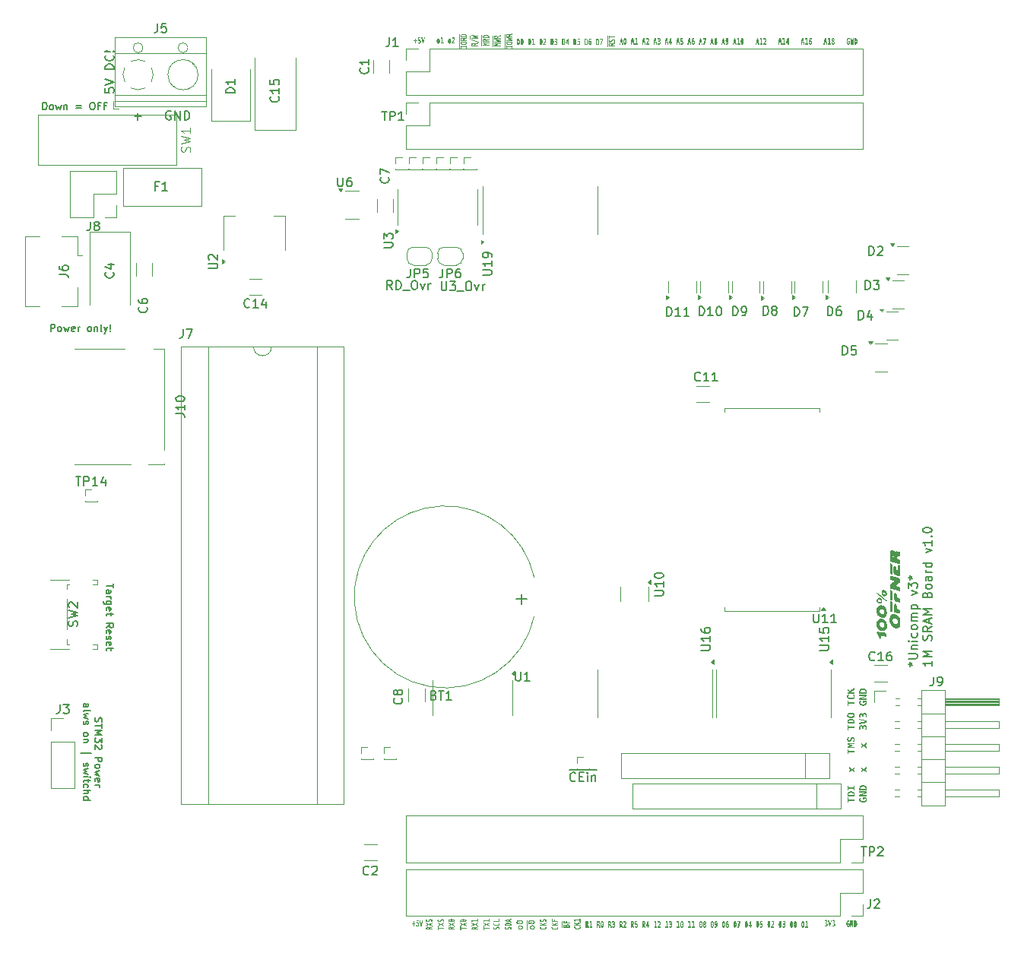
<source format=gbr>
%TF.GenerationSoftware,KiCad,Pcbnew,8.0.5-8.0.5-0~ubuntu22.04.1*%
%TF.CreationDate,2024-10-23T07:47:20+02:00*%
%TF.ProjectId,RamRomBoard,52616d52-6f6d-4426-9f61-72642e6b6963,rev?*%
%TF.SameCoordinates,Original*%
%TF.FileFunction,Legend,Top*%
%TF.FilePolarity,Positive*%
%FSLAX46Y46*%
G04 Gerber Fmt 4.6, Leading zero omitted, Abs format (unit mm)*
G04 Created by KiCad (PCBNEW 8.0.5-8.0.5-0~ubuntu22.04.1) date 2024-10-23 07:47:20*
%MOMM*%
%LPD*%
G01*
G04 APERTURE LIST*
%ADD10C,0.150000*%
%ADD11C,0.100000*%
%ADD12C,0.120000*%
%ADD13C,0.000000*%
G04 APERTURE END LIST*
D10*
X51470160Y-83206295D02*
X51470160Y-82406295D01*
X51470160Y-82406295D02*
X51774922Y-82406295D01*
X51774922Y-82406295D02*
X51851112Y-82444390D01*
X51851112Y-82444390D02*
X51889207Y-82482485D01*
X51889207Y-82482485D02*
X51927303Y-82558676D01*
X51927303Y-82558676D02*
X51927303Y-82672961D01*
X51927303Y-82672961D02*
X51889207Y-82749152D01*
X51889207Y-82749152D02*
X51851112Y-82787247D01*
X51851112Y-82787247D02*
X51774922Y-82825342D01*
X51774922Y-82825342D02*
X51470160Y-82825342D01*
X52384445Y-83206295D02*
X52308255Y-83168200D01*
X52308255Y-83168200D02*
X52270160Y-83130104D01*
X52270160Y-83130104D02*
X52232064Y-83053914D01*
X52232064Y-83053914D02*
X52232064Y-82825342D01*
X52232064Y-82825342D02*
X52270160Y-82749152D01*
X52270160Y-82749152D02*
X52308255Y-82711057D01*
X52308255Y-82711057D02*
X52384445Y-82672961D01*
X52384445Y-82672961D02*
X52498731Y-82672961D01*
X52498731Y-82672961D02*
X52574922Y-82711057D01*
X52574922Y-82711057D02*
X52613017Y-82749152D01*
X52613017Y-82749152D02*
X52651112Y-82825342D01*
X52651112Y-82825342D02*
X52651112Y-83053914D01*
X52651112Y-83053914D02*
X52613017Y-83130104D01*
X52613017Y-83130104D02*
X52574922Y-83168200D01*
X52574922Y-83168200D02*
X52498731Y-83206295D01*
X52498731Y-83206295D02*
X52384445Y-83206295D01*
X52917779Y-82672961D02*
X53070160Y-83206295D01*
X53070160Y-83206295D02*
X53222541Y-82825342D01*
X53222541Y-82825342D02*
X53374922Y-83206295D01*
X53374922Y-83206295D02*
X53527303Y-82672961D01*
X54136827Y-83168200D02*
X54060636Y-83206295D01*
X54060636Y-83206295D02*
X53908255Y-83206295D01*
X53908255Y-83206295D02*
X53832065Y-83168200D01*
X53832065Y-83168200D02*
X53793969Y-83092009D01*
X53793969Y-83092009D02*
X53793969Y-82787247D01*
X53793969Y-82787247D02*
X53832065Y-82711057D01*
X53832065Y-82711057D02*
X53908255Y-82672961D01*
X53908255Y-82672961D02*
X54060636Y-82672961D01*
X54060636Y-82672961D02*
X54136827Y-82711057D01*
X54136827Y-82711057D02*
X54174922Y-82787247D01*
X54174922Y-82787247D02*
X54174922Y-82863438D01*
X54174922Y-82863438D02*
X53793969Y-82939628D01*
X54517779Y-83206295D02*
X54517779Y-82672961D01*
X54517779Y-82825342D02*
X54555874Y-82749152D01*
X54555874Y-82749152D02*
X54593969Y-82711057D01*
X54593969Y-82711057D02*
X54670160Y-82672961D01*
X54670160Y-82672961D02*
X54746350Y-82672961D01*
X55736826Y-83206295D02*
X55660636Y-83168200D01*
X55660636Y-83168200D02*
X55622541Y-83130104D01*
X55622541Y-83130104D02*
X55584445Y-83053914D01*
X55584445Y-83053914D02*
X55584445Y-82825342D01*
X55584445Y-82825342D02*
X55622541Y-82749152D01*
X55622541Y-82749152D02*
X55660636Y-82711057D01*
X55660636Y-82711057D02*
X55736826Y-82672961D01*
X55736826Y-82672961D02*
X55851112Y-82672961D01*
X55851112Y-82672961D02*
X55927303Y-82711057D01*
X55927303Y-82711057D02*
X55965398Y-82749152D01*
X55965398Y-82749152D02*
X56003493Y-82825342D01*
X56003493Y-82825342D02*
X56003493Y-83053914D01*
X56003493Y-83053914D02*
X55965398Y-83130104D01*
X55965398Y-83130104D02*
X55927303Y-83168200D01*
X55927303Y-83168200D02*
X55851112Y-83206295D01*
X55851112Y-83206295D02*
X55736826Y-83206295D01*
X56346351Y-82672961D02*
X56346351Y-83206295D01*
X56346351Y-82749152D02*
X56384446Y-82711057D01*
X56384446Y-82711057D02*
X56460636Y-82672961D01*
X56460636Y-82672961D02*
X56574922Y-82672961D01*
X56574922Y-82672961D02*
X56651113Y-82711057D01*
X56651113Y-82711057D02*
X56689208Y-82787247D01*
X56689208Y-82787247D02*
X56689208Y-83206295D01*
X57184446Y-83206295D02*
X57108256Y-83168200D01*
X57108256Y-83168200D02*
X57070161Y-83092009D01*
X57070161Y-83092009D02*
X57070161Y-82406295D01*
X57413018Y-82672961D02*
X57603494Y-83206295D01*
X57793971Y-82672961D02*
X57603494Y-83206295D01*
X57603494Y-83206295D02*
X57527304Y-83396771D01*
X57527304Y-83396771D02*
X57489209Y-83434866D01*
X57489209Y-83434866D02*
X57413018Y-83472961D01*
X58098733Y-83130104D02*
X58136828Y-83168200D01*
X58136828Y-83168200D02*
X58098733Y-83206295D01*
X58098733Y-83206295D02*
X58060637Y-83168200D01*
X58060637Y-83168200D02*
X58098733Y-83130104D01*
X58098733Y-83130104D02*
X58098733Y-83206295D01*
X58098733Y-82901533D02*
X58060637Y-82444390D01*
X58060637Y-82444390D02*
X58098733Y-82406295D01*
X58098733Y-82406295D02*
X58136828Y-82444390D01*
X58136828Y-82444390D02*
X58098733Y-82901533D01*
X58098733Y-82901533D02*
X58098733Y-82406295D01*
D11*
G36*
X95281000Y-149637561D02*
G01*
X95281000Y-149738921D01*
X94679185Y-149738921D01*
X94679185Y-149869103D01*
X94558822Y-149869103D01*
X94558822Y-149507379D01*
X94679185Y-149507379D01*
X94679185Y-149637561D01*
X95281000Y-149637561D01*
G37*
G36*
X95281000Y-149064689D02*
G01*
X95281000Y-149169469D01*
X95041983Y-149267288D01*
X95281000Y-149364863D01*
X95281000Y-149469644D01*
X94914269Y-149319190D01*
X94558822Y-149465491D01*
X94558822Y-149360711D01*
X94788606Y-149267288D01*
X94558822Y-149173621D01*
X94558822Y-149068841D01*
X94914269Y-149214410D01*
X95281000Y-149064689D01*
G37*
G36*
X94964534Y-148882728D02*
G01*
X94951665Y-148905449D01*
X94935957Y-148929526D01*
X94917266Y-148953220D01*
X94895425Y-148974504D01*
X94878707Y-148986409D01*
X94847475Y-149000706D01*
X94814198Y-149009046D01*
X94776026Y-149013096D01*
X94757489Y-149013520D01*
X94722289Y-149011953D01*
X94684944Y-149006164D01*
X94651608Y-148996108D01*
X94622281Y-148981787D01*
X94603787Y-148968946D01*
X94582003Y-148947796D01*
X94565570Y-148923455D01*
X94555742Y-148900052D01*
X94549846Y-148874305D01*
X94547880Y-148846214D01*
X94549443Y-148819669D01*
X94553621Y-148795367D01*
X94558993Y-148775505D01*
X94567789Y-148751244D01*
X94579130Y-148727156D01*
X94591648Y-148705408D01*
X94733896Y-148705408D01*
X94713616Y-148727955D01*
X94696973Y-148750761D01*
X94684998Y-148771720D01*
X94674788Y-148796821D01*
X94669290Y-148821751D01*
X94668243Y-148838276D01*
X94671128Y-148863440D01*
X94681787Y-148886722D01*
X94688759Y-148894696D01*
X94715576Y-148909942D01*
X94747573Y-148914235D01*
X94781976Y-148908135D01*
X94796471Y-148900069D01*
X94816816Y-148878026D01*
X94831994Y-148853875D01*
X94839213Y-148840474D01*
X94862123Y-148796755D01*
X94876943Y-148771280D01*
X94893726Y-148748926D01*
X94915311Y-148727200D01*
X94939460Y-148709550D01*
X94945898Y-148705774D01*
X94977298Y-148691665D01*
X95013025Y-148682174D01*
X95048416Y-148677613D01*
X95077203Y-148676587D01*
X95115800Y-148678201D01*
X95150549Y-148683044D01*
X95186229Y-148692775D01*
X95216672Y-148706900D01*
X95238599Y-148722505D01*
X95259384Y-148744784D01*
X95273136Y-148767453D01*
X95283138Y-148793419D01*
X95288608Y-148817576D01*
X95291473Y-148844023D01*
X95291942Y-148860990D01*
X95290305Y-148887214D01*
X95285396Y-148913496D01*
X95278093Y-148937438D01*
X95268152Y-148961142D01*
X95255640Y-148984322D01*
X95240556Y-149006976D01*
X95237231Y-149011444D01*
X95094984Y-149011444D01*
X95115246Y-148988850D01*
X95132370Y-148966682D01*
X95147718Y-148942548D01*
X95152772Y-148933042D01*
X95162690Y-148909388D01*
X95169356Y-148883562D01*
X95171579Y-148857937D01*
X95168309Y-148832206D01*
X95156229Y-148808220D01*
X95148327Y-148799930D01*
X95120416Y-148784451D01*
X95085787Y-148779311D01*
X95083187Y-148779291D01*
X95048603Y-148784156D01*
X95028135Y-148793091D01*
X95004591Y-148812419D01*
X94990692Y-148832903D01*
X94964534Y-148882728D01*
G37*
G36*
X107959115Y-149528750D02*
G01*
X107972699Y-149551841D01*
X107982677Y-149576006D01*
X107983735Y-149579309D01*
X107989625Y-149604655D01*
X107991869Y-149629426D01*
X107991942Y-149634874D01*
X107990448Y-149660027D01*
X107984382Y-149689311D01*
X107973648Y-149716198D01*
X107958249Y-149740688D01*
X107938182Y-149762781D01*
X107913449Y-149782476D01*
X107896369Y-149793143D01*
X107864424Y-149808869D01*
X107828322Y-149821930D01*
X107788062Y-149832325D01*
X107752861Y-149838722D01*
X107714999Y-149843414D01*
X107674477Y-149846399D01*
X107631293Y-149847678D01*
X107620082Y-149847732D01*
X107576153Y-149846879D01*
X107534896Y-149844320D01*
X107496310Y-149840055D01*
X107460396Y-149834084D01*
X107427153Y-149826408D01*
X107389356Y-149814413D01*
X107355733Y-149799754D01*
X107343452Y-149793143D01*
X107315919Y-149774886D01*
X107293053Y-149754231D01*
X107274853Y-149731180D01*
X107261320Y-149705731D01*
X107252453Y-149677885D01*
X107248253Y-149647642D01*
X107247880Y-149634874D01*
X107249451Y-149609803D01*
X107254620Y-149583978D01*
X107256087Y-149578942D01*
X107265584Y-149554533D01*
X107278687Y-149531680D01*
X107280706Y-149528750D01*
X107433896Y-149528750D01*
X107410951Y-149548128D01*
X107391900Y-149568616D01*
X107384143Y-149579431D01*
X107372731Y-149602792D01*
X107368259Y-149628479D01*
X107368243Y-149630111D01*
X107372207Y-149656192D01*
X107386145Y-149681463D01*
X107410117Y-149702427D01*
X107431673Y-149714009D01*
X107462369Y-149725048D01*
X107498955Y-149733376D01*
X107535003Y-149738357D01*
X107575379Y-149741345D01*
X107612331Y-149742313D01*
X107620082Y-149742341D01*
X107657492Y-149741649D01*
X107691929Y-149739574D01*
X107729332Y-149735258D01*
X107762454Y-149728949D01*
X107795689Y-149719072D01*
X107808149Y-149714009D01*
X107835899Y-149698140D01*
X107857641Y-149676220D01*
X107869349Y-149649991D01*
X107871579Y-149630111D01*
X107867646Y-149604374D01*
X107856817Y-149580966D01*
X107855849Y-149579431D01*
X107838468Y-149557649D01*
X107816116Y-149536878D01*
X107805926Y-149528750D01*
X107959115Y-149528750D01*
G37*
G36*
X107258822Y-149438747D02*
G01*
X107258822Y-149337386D01*
X107544171Y-149337386D01*
X107258822Y-149178628D01*
X107258822Y-149063956D01*
X107543316Y-149225767D01*
X107981000Y-149058217D01*
X107981000Y-149170812D01*
X107655986Y-149292445D01*
X107736341Y-149337386D01*
X107981000Y-149337386D01*
X107981000Y-149438747D01*
X107258822Y-149438747D01*
G37*
G36*
X107379185Y-148675854D02*
G01*
X107379185Y-148893963D01*
X107532374Y-148893963D01*
X107532374Y-148695516D01*
X107652737Y-148695516D01*
X107652737Y-148893963D01*
X107981000Y-148893963D01*
X107981000Y-148995324D01*
X107258822Y-148995324D01*
X107258822Y-148675854D01*
X107379185Y-148675854D01*
G37*
G36*
X92149624Y-50569211D02*
G01*
X92149624Y-50777111D01*
X92297391Y-50777111D01*
X92297391Y-50886532D01*
X92149624Y-50886532D01*
X92149624Y-51094431D01*
X92068292Y-51094431D01*
X92068292Y-50886532D01*
X91919914Y-50886532D01*
X91919914Y-50777111D01*
X92068292Y-50777111D01*
X92068292Y-50569211D01*
X92149624Y-50569211D01*
G37*
G36*
X92384586Y-50416022D02*
G01*
X92663145Y-50416022D01*
X92663145Y-50536385D01*
X92466652Y-50536385D01*
X92466652Y-50680855D01*
X92490412Y-50671549D01*
X92493030Y-50670939D01*
X92518065Y-50667769D01*
X92522950Y-50667690D01*
X92550554Y-50670034D01*
X92576124Y-50677067D01*
X92599659Y-50688788D01*
X92621158Y-50705197D01*
X92640623Y-50726294D01*
X92646659Y-50734368D01*
X92662762Y-50760715D01*
X92675533Y-50789875D01*
X92684972Y-50821848D01*
X92691080Y-50856633D01*
X92693857Y-50894232D01*
X92694042Y-50907390D01*
X92692234Y-50947673D01*
X92686812Y-50984663D01*
X92677774Y-51018359D01*
X92665122Y-51048761D01*
X92648854Y-51075869D01*
X92642629Y-51084173D01*
X92622081Y-51106252D01*
X92598905Y-51123763D01*
X92573102Y-51136706D01*
X92544672Y-51145081D01*
X92518973Y-51148571D01*
X92502678Y-51149142D01*
X92477845Y-51147988D01*
X92452806Y-51144525D01*
X92435999Y-51140935D01*
X92410606Y-51133626D01*
X92386966Y-51124899D01*
X92367367Y-51116315D01*
X92367367Y-50985010D01*
X92390748Y-51000985D01*
X92414653Y-51013349D01*
X92425863Y-51017837D01*
X92450371Y-51024921D01*
X92474880Y-51028394D01*
X92486191Y-51028779D01*
X92511386Y-51026845D01*
X92535881Y-51020045D01*
X92560283Y-51005086D01*
X92567646Y-50997833D01*
X92584613Y-50970681D01*
X92593750Y-50935643D01*
X92595490Y-50907903D01*
X92592214Y-50873090D01*
X92581169Y-50840965D01*
X92567768Y-50820879D01*
X92546615Y-50802190D01*
X92521103Y-50791259D01*
X92494129Y-50788053D01*
X92468659Y-50789856D01*
X92443081Y-50795266D01*
X92439663Y-50796260D01*
X92415717Y-50805011D01*
X92391537Y-50816904D01*
X92384586Y-50820879D01*
X92384586Y-50416022D01*
G37*
G36*
X92950985Y-51019204D02*
G01*
X93041233Y-50416022D01*
X93143327Y-50416022D01*
X93021327Y-51138200D01*
X92880888Y-51138200D01*
X92758888Y-50416022D01*
X92860982Y-50416022D01*
X92950985Y-51019204D01*
G37*
G36*
X94659998Y-50592932D02*
G01*
X94687498Y-50599985D01*
X94712646Y-50612327D01*
X94735440Y-50629958D01*
X94755882Y-50652878D01*
X94765221Y-50666322D01*
X94781615Y-50696408D01*
X94794616Y-50730244D01*
X94804226Y-50767830D01*
X94809643Y-50802018D01*
X94812705Y-50838810D01*
X94813459Y-50870119D01*
X94812281Y-50908994D01*
X94808748Y-50945265D01*
X94802860Y-50978932D01*
X94792685Y-51015893D01*
X94779118Y-51049104D01*
X94765221Y-51073915D01*
X94745956Y-51099480D01*
X94724337Y-51119756D01*
X94700366Y-51134743D01*
X94674042Y-51144440D01*
X94645366Y-51148848D01*
X94635284Y-51149142D01*
X94610640Y-51147305D01*
X94583209Y-51140252D01*
X94558113Y-51127911D01*
X94535352Y-51110279D01*
X94514928Y-51087359D01*
X94505591Y-51073915D01*
X94489198Y-51043829D01*
X94476196Y-51009993D01*
X94466586Y-50972407D01*
X94461169Y-50938219D01*
X94458107Y-50901427D01*
X94457353Y-50870119D01*
X94557981Y-50870119D01*
X94559263Y-50907924D01*
X94563771Y-50945193D01*
X94572587Y-50980069D01*
X94578497Y-50994927D01*
X94596157Y-51022223D01*
X94620211Y-51037577D01*
X94635284Y-51039721D01*
X94660346Y-51033422D01*
X94680942Y-51014524D01*
X94692193Y-50994927D01*
X94703076Y-50963491D01*
X94709425Y-50929317D01*
X94712327Y-50894263D01*
X94712831Y-50870119D01*
X94711541Y-50832313D01*
X94707006Y-50795044D01*
X94698138Y-50760168D01*
X94692193Y-50745310D01*
X94674573Y-50718014D01*
X94652488Y-50703316D01*
X94635284Y-50700516D01*
X94610354Y-50706815D01*
X94589786Y-50725713D01*
X94578497Y-50745310D01*
X94567678Y-50776746D01*
X94561367Y-50810920D01*
X94558482Y-50845974D01*
X94557981Y-50870119D01*
X94457353Y-50870119D01*
X94458531Y-50831243D01*
X94462064Y-50794972D01*
X94467952Y-50761306D01*
X94478127Y-50724344D01*
X94491694Y-50691133D01*
X94505591Y-50666322D01*
X94524848Y-50640757D01*
X94546441Y-50620481D01*
X94570369Y-50605494D01*
X94596633Y-50595797D01*
X94625232Y-50591389D01*
X94635284Y-50591096D01*
X94659998Y-50592932D01*
G37*
G36*
X94909324Y-51017837D02*
G01*
X95022653Y-51017837D01*
X95022653Y-50536385D01*
X94917140Y-50569211D01*
X94917140Y-50448848D01*
X95023264Y-50416022D01*
X95121205Y-50416022D01*
X95121205Y-51017837D01*
X95234534Y-51017837D01*
X95234534Y-51138200D01*
X94909324Y-51138200D01*
X94909324Y-51017837D01*
G37*
G36*
X95923222Y-50592932D02*
G01*
X95950722Y-50599985D01*
X95975870Y-50612327D01*
X95998664Y-50629958D01*
X96019106Y-50652878D01*
X96028445Y-50666322D01*
X96044839Y-50696408D01*
X96057840Y-50730244D01*
X96067450Y-50767830D01*
X96072867Y-50802018D01*
X96075929Y-50838810D01*
X96076683Y-50870119D01*
X96075505Y-50908994D01*
X96071972Y-50945265D01*
X96066084Y-50978932D01*
X96055909Y-51015893D01*
X96042342Y-51049104D01*
X96028445Y-51073915D01*
X96009180Y-51099480D01*
X95987561Y-51119756D01*
X95963590Y-51134743D01*
X95937266Y-51144440D01*
X95908590Y-51148848D01*
X95898508Y-51149142D01*
X95873864Y-51147305D01*
X95846433Y-51140252D01*
X95821337Y-51127911D01*
X95798576Y-51110279D01*
X95778152Y-51087359D01*
X95768815Y-51073915D01*
X95752422Y-51043829D01*
X95739420Y-51009993D01*
X95729810Y-50972407D01*
X95724393Y-50938219D01*
X95721331Y-50901427D01*
X95720577Y-50870119D01*
X95821205Y-50870119D01*
X95822487Y-50907924D01*
X95826995Y-50945193D01*
X95835811Y-50980069D01*
X95841721Y-50994927D01*
X95859381Y-51022223D01*
X95883435Y-51037577D01*
X95898508Y-51039721D01*
X95923570Y-51033422D01*
X95944166Y-51014524D01*
X95955417Y-50994927D01*
X95966300Y-50963491D01*
X95972649Y-50929317D01*
X95975551Y-50894263D01*
X95976055Y-50870119D01*
X95974765Y-50832313D01*
X95970230Y-50795044D01*
X95961362Y-50760168D01*
X95955417Y-50745310D01*
X95937797Y-50718014D01*
X95915712Y-50703316D01*
X95898508Y-50700516D01*
X95873578Y-50706815D01*
X95853010Y-50725713D01*
X95841721Y-50745310D01*
X95830902Y-50776746D01*
X95824591Y-50810920D01*
X95821706Y-50845974D01*
X95821205Y-50870119D01*
X95720577Y-50870119D01*
X95721755Y-50831243D01*
X95725288Y-50794972D01*
X95731176Y-50761306D01*
X95741351Y-50724344D01*
X95754918Y-50691133D01*
X95768815Y-50666322D01*
X95788072Y-50640757D01*
X95809665Y-50620481D01*
X95833593Y-50605494D01*
X95859857Y-50595797D01*
X95888456Y-50591389D01*
X95898508Y-50591096D01*
X95923222Y-50592932D01*
G37*
G36*
X96257056Y-51017837D02*
G01*
X96473089Y-51017837D01*
X96473089Y-51138200D01*
X96147391Y-51138200D01*
X96147391Y-51021598D01*
X96202346Y-50940216D01*
X96220033Y-50913981D01*
X96241508Y-50882054D01*
X96260575Y-50853615D01*
X96281023Y-50822974D01*
X96297708Y-50797783D01*
X96314745Y-50771675D01*
X96321170Y-50761553D01*
X96337183Y-50734336D01*
X96351716Y-50705036D01*
X96358295Y-50688548D01*
X96367157Y-50654905D01*
X96369652Y-50625460D01*
X96366226Y-50590177D01*
X96353758Y-50558440D01*
X96348892Y-50551601D01*
X96327384Y-50533720D01*
X96301426Y-50526082D01*
X96289907Y-50525443D01*
X96264899Y-50528126D01*
X96239376Y-50535424D01*
X96228969Y-50539463D01*
X96205366Y-50550596D01*
X96181070Y-50564719D01*
X96158382Y-50580153D01*
X96158382Y-50448848D01*
X96181201Y-50436493D01*
X96205944Y-50425217D01*
X96230312Y-50416364D01*
X96256352Y-50409488D01*
X96281534Y-50405785D01*
X96297845Y-50405080D01*
X96322447Y-50406395D01*
X96349718Y-50411444D01*
X96374534Y-50420280D01*
X96400381Y-50435374D01*
X96422886Y-50455622D01*
X96425828Y-50458936D01*
X96443958Y-50484296D01*
X96457635Y-50513404D01*
X96466859Y-50546258D01*
X96471630Y-50582860D01*
X96472357Y-50605457D01*
X96470416Y-50641842D01*
X96464596Y-50676199D01*
X96462220Y-50685642D01*
X96451586Y-50717447D01*
X96437513Y-50749259D01*
X96427416Y-50768904D01*
X96409830Y-50797609D01*
X96390126Y-50827318D01*
X96372323Y-50853388D01*
X96351414Y-50883498D01*
X96332450Y-50910495D01*
X96327398Y-50917648D01*
X96308922Y-50943889D01*
X96289925Y-50970913D01*
X96271253Y-50997534D01*
X96257056Y-51017837D01*
G37*
G36*
X97781000Y-149637561D02*
G01*
X97781000Y-149738921D01*
X97179185Y-149738921D01*
X97179185Y-149869103D01*
X97058822Y-149869103D01*
X97058822Y-149507379D01*
X97179185Y-149507379D01*
X97179185Y-149637561D01*
X97781000Y-149637561D01*
G37*
G36*
X97781000Y-149064689D02*
G01*
X97781000Y-149169469D01*
X97541983Y-149267288D01*
X97781000Y-149364863D01*
X97781000Y-149469644D01*
X97414269Y-149319190D01*
X97058822Y-149465491D01*
X97058822Y-149360711D01*
X97288606Y-149267288D01*
X97058822Y-149173621D01*
X97058822Y-149068841D01*
X97414269Y-149214410D01*
X97781000Y-149064689D01*
G37*
G36*
X97447982Y-148810287D02*
G01*
X97457182Y-148815683D01*
X97473531Y-148837482D01*
X97474621Y-148846214D01*
X97465004Y-148869982D01*
X97457524Y-148876500D01*
X97426910Y-148888063D01*
X97414611Y-148888834D01*
X97380919Y-148881896D01*
X97371697Y-148876500D01*
X97355348Y-148854839D01*
X97354258Y-148846214D01*
X97364068Y-148822217D01*
X97371697Y-148815683D01*
X97402376Y-148804120D01*
X97414611Y-148803349D01*
X97447982Y-148810287D01*
G37*
G36*
X97465247Y-148677247D02*
G01*
X97507480Y-148679228D01*
X97546779Y-148682529D01*
X97583144Y-148687151D01*
X97616577Y-148693093D01*
X97654243Y-148702377D01*
X97687326Y-148713724D01*
X97699276Y-148718841D01*
X97730768Y-148736193D01*
X97755744Y-148756559D01*
X97774205Y-148779939D01*
X97786150Y-148806333D01*
X97791127Y-148830631D01*
X97791942Y-148846214D01*
X97789675Y-148871696D01*
X97780972Y-148899529D01*
X97765741Y-148924364D01*
X97743982Y-148946203D01*
X97715696Y-148965045D01*
X97699105Y-148973342D01*
X97667769Y-148985515D01*
X97631892Y-148995625D01*
X97591474Y-149003671D01*
X97555869Y-149008623D01*
X97517358Y-149012254D01*
X97475941Y-149014565D01*
X97431617Y-149015555D01*
X97420082Y-149015596D01*
X97374954Y-149014936D01*
X97332748Y-149012955D01*
X97293465Y-149009654D01*
X97257105Y-149005033D01*
X97223667Y-148999091D01*
X97185979Y-148989806D01*
X97152858Y-148978459D01*
X97140888Y-148973342D01*
X97109280Y-148955999D01*
X97084211Y-148935658D01*
X97065682Y-148912321D01*
X97053693Y-148885987D01*
X97048698Y-148861753D01*
X97047880Y-148846214D01*
X97168243Y-148846214D01*
X97178147Y-148871587D01*
X97204871Y-148889499D01*
X97228254Y-148897505D01*
X97262747Y-148904557D01*
X97300291Y-148909075D01*
X97337942Y-148911720D01*
X97373175Y-148913058D01*
X97411913Y-148913609D01*
X97420082Y-148913625D01*
X97459423Y-148913231D01*
X97495275Y-148912051D01*
X97533691Y-148909595D01*
X97572159Y-148905297D01*
X97607748Y-148898496D01*
X97611568Y-148897505D01*
X97643214Y-148885517D01*
X97665718Y-148866283D01*
X97671579Y-148846214D01*
X97663140Y-148822440D01*
X97637823Y-148804059D01*
X97611568Y-148794801D01*
X97577096Y-148787695D01*
X97539606Y-148783142D01*
X97502027Y-148780478D01*
X97466873Y-148779129D01*
X97428229Y-148778574D01*
X97420082Y-148778558D01*
X97380642Y-148778955D01*
X97344708Y-148780145D01*
X97306216Y-148782619D01*
X97267689Y-148786949D01*
X97232074Y-148793801D01*
X97228254Y-148794801D01*
X97196607Y-148806748D01*
X97174103Y-148826028D01*
X97168243Y-148846214D01*
X97047880Y-148846214D01*
X97050143Y-148820661D01*
X97058830Y-148792760D01*
X97074033Y-148767873D01*
X97095751Y-148746000D01*
X97123986Y-148727140D01*
X97140546Y-148718841D01*
X97171804Y-148706668D01*
X97207662Y-148696559D01*
X97248119Y-148688512D01*
X97283797Y-148683561D01*
X97322419Y-148679929D01*
X97363985Y-148677619D01*
X97408494Y-148676628D01*
X97420082Y-148676587D01*
X97465247Y-148677247D01*
G37*
G36*
X101164534Y-149724877D02*
G01*
X101151665Y-149747598D01*
X101135957Y-149771675D01*
X101117266Y-149795370D01*
X101095425Y-149816653D01*
X101078707Y-149828558D01*
X101047475Y-149842855D01*
X101014198Y-149851195D01*
X100976026Y-149855246D01*
X100957489Y-149855669D01*
X100922289Y-149854102D01*
X100884944Y-149848313D01*
X100851608Y-149838258D01*
X100822281Y-149823936D01*
X100803787Y-149811095D01*
X100782003Y-149789945D01*
X100765570Y-149765604D01*
X100755742Y-149742201D01*
X100749846Y-149716454D01*
X100747880Y-149688363D01*
X100749443Y-149661819D01*
X100753621Y-149637517D01*
X100758993Y-149617655D01*
X100767789Y-149593393D01*
X100779130Y-149569305D01*
X100791648Y-149547557D01*
X100933896Y-149547557D01*
X100913616Y-149570104D01*
X100896973Y-149592910D01*
X100884998Y-149613869D01*
X100874788Y-149638971D01*
X100869290Y-149663901D01*
X100868243Y-149680425D01*
X100871128Y-149705590D01*
X100881787Y-149728871D01*
X100888759Y-149736845D01*
X100915576Y-149752091D01*
X100947573Y-149756385D01*
X100981976Y-149750284D01*
X100996471Y-149742219D01*
X101016816Y-149720176D01*
X101031994Y-149696025D01*
X101039213Y-149682623D01*
X101062123Y-149638904D01*
X101076943Y-149613430D01*
X101093726Y-149591076D01*
X101115311Y-149569350D01*
X101139460Y-149551699D01*
X101145898Y-149547923D01*
X101177298Y-149533814D01*
X101213025Y-149524323D01*
X101248416Y-149519763D01*
X101277203Y-149518736D01*
X101315800Y-149520351D01*
X101350549Y-149525194D01*
X101386229Y-149534924D01*
X101416672Y-149549049D01*
X101438599Y-149564654D01*
X101459384Y-149586934D01*
X101473136Y-149609602D01*
X101483138Y-149635568D01*
X101488608Y-149659726D01*
X101491473Y-149686173D01*
X101491942Y-149703140D01*
X101490305Y-149729364D01*
X101485396Y-149755645D01*
X101478093Y-149779588D01*
X101468152Y-149803292D01*
X101455640Y-149826471D01*
X101440556Y-149849125D01*
X101437231Y-149853593D01*
X101294984Y-149853593D01*
X101315246Y-149831000D01*
X101332370Y-149808831D01*
X101347718Y-149784698D01*
X101352772Y-149775191D01*
X101362690Y-149751538D01*
X101369356Y-149725711D01*
X101371579Y-149700087D01*
X101368309Y-149674355D01*
X101356229Y-149650369D01*
X101348327Y-149642079D01*
X101320416Y-149626600D01*
X101285787Y-149621461D01*
X101283187Y-149621441D01*
X101248603Y-149626305D01*
X101228135Y-149635240D01*
X101204591Y-149654569D01*
X101190692Y-149675052D01*
X101164534Y-149724877D01*
G37*
G36*
X101459115Y-149107676D02*
G01*
X101472699Y-149130767D01*
X101482677Y-149154931D01*
X101483735Y-149158234D01*
X101489625Y-149183581D01*
X101491869Y-149208351D01*
X101491942Y-149213799D01*
X101490448Y-149238952D01*
X101484382Y-149268237D01*
X101473648Y-149295124D01*
X101458249Y-149319613D01*
X101438182Y-149341706D01*
X101413449Y-149361402D01*
X101396369Y-149372069D01*
X101364424Y-149387795D01*
X101328322Y-149400855D01*
X101288062Y-149411251D01*
X101252861Y-149417648D01*
X101214999Y-149422339D01*
X101174477Y-149425324D01*
X101131293Y-149426604D01*
X101120082Y-149426657D01*
X101076153Y-149425804D01*
X101034896Y-149423245D01*
X100996310Y-149418980D01*
X100960396Y-149413010D01*
X100927153Y-149405333D01*
X100889356Y-149393339D01*
X100855733Y-149378679D01*
X100843452Y-149372069D01*
X100815919Y-149353811D01*
X100793053Y-149333157D01*
X100774853Y-149310105D01*
X100761320Y-149284656D01*
X100752453Y-149256811D01*
X100748253Y-149226568D01*
X100747880Y-149213799D01*
X100749451Y-149188728D01*
X100754620Y-149162904D01*
X100756087Y-149157868D01*
X100765584Y-149133458D01*
X100778687Y-149110605D01*
X100780706Y-149107676D01*
X100933896Y-149107676D01*
X100910951Y-149127053D01*
X100891900Y-149147541D01*
X100884143Y-149158356D01*
X100872731Y-149181717D01*
X100868259Y-149207405D01*
X100868243Y-149209036D01*
X100872207Y-149235117D01*
X100886145Y-149260389D01*
X100910117Y-149281352D01*
X100931673Y-149292934D01*
X100962369Y-149303973D01*
X100998955Y-149312302D01*
X101035003Y-149317282D01*
X101075379Y-149320270D01*
X101112331Y-149321238D01*
X101120082Y-149321266D01*
X101157492Y-149320574D01*
X101191929Y-149318499D01*
X101229332Y-149314183D01*
X101262454Y-149307875D01*
X101295689Y-149297997D01*
X101308149Y-149292934D01*
X101335899Y-149277066D01*
X101357641Y-149255145D01*
X101369349Y-149228916D01*
X101371579Y-149209036D01*
X101367646Y-149183299D01*
X101356817Y-149159892D01*
X101355849Y-149158356D01*
X101338468Y-149136574D01*
X101316116Y-149115804D01*
X101305926Y-149107676D01*
X101459115Y-149107676D01*
G37*
G36*
X101481000Y-148980547D02*
G01*
X100758822Y-148980547D01*
X100758822Y-148879187D01*
X101360637Y-148879187D01*
X101360637Y-148662543D01*
X101481000Y-148662543D01*
X101481000Y-148980547D01*
G37*
G36*
X137805755Y-149158737D02*
G01*
X137751533Y-149158737D01*
X137751533Y-149038374D01*
X137805755Y-149038374D01*
X137831744Y-149035441D01*
X137855987Y-149024604D01*
X137864373Y-149017516D01*
X137880572Y-148990529D01*
X137885134Y-148958702D01*
X137879944Y-148923269D01*
X137864373Y-148896640D01*
X137841153Y-148880564D01*
X137814952Y-148874593D01*
X137805755Y-148874243D01*
X137779742Y-148876403D01*
X137754164Y-148882276D01*
X137743962Y-148885527D01*
X137718888Y-148895304D01*
X137695301Y-148906801D01*
X137675574Y-148918011D01*
X137675574Y-148786706D01*
X137699792Y-148776664D01*
X137723750Y-148768399D01*
X137745305Y-148762429D01*
X137770664Y-148757219D01*
X137795268Y-148754414D01*
X137811250Y-148753880D01*
X137835717Y-148755082D01*
X137862771Y-148759698D01*
X137887309Y-148767777D01*
X137912756Y-148781577D01*
X137934779Y-148800090D01*
X137937646Y-148803120D01*
X137957468Y-148829994D01*
X137971626Y-148861549D01*
X137980121Y-148897783D01*
X137982909Y-148933328D01*
X137982953Y-148938699D01*
X137980401Y-148976088D01*
X137972745Y-149008970D01*
X137958427Y-149039933D01*
X137956819Y-149042478D01*
X137938367Y-149064974D01*
X137915527Y-149082028D01*
X137891218Y-149092722D01*
X137882325Y-149095307D01*
X137908169Y-149104219D01*
X137930746Y-149117448D01*
X137952241Y-149137490D01*
X137966100Y-149156856D01*
X137980091Y-149186261D01*
X137989503Y-149220425D01*
X137994026Y-149254790D01*
X137995043Y-149283032D01*
X137993364Y-149320585D01*
X137988328Y-149354639D01*
X137978210Y-149389948D01*
X137963521Y-149420496D01*
X137947294Y-149442889D01*
X137924335Y-149464340D01*
X137901362Y-149478533D01*
X137875351Y-149488856D01*
X137846299Y-149495307D01*
X137819767Y-149497727D01*
X137808564Y-149497942D01*
X137782009Y-149496931D01*
X137755743Y-149493901D01*
X137732116Y-149489393D01*
X137706646Y-149482745D01*
X137681956Y-149474318D01*
X137660186Y-149465115D01*
X137660186Y-149333810D01*
X137682957Y-149347311D01*
X137706941Y-149358428D01*
X137729795Y-149366466D01*
X137756018Y-149372793D01*
X137780633Y-149376266D01*
X137805988Y-149377568D01*
X137808564Y-149377579D01*
X137834838Y-149374367D01*
X137858892Y-149363535D01*
X137873777Y-149350394D01*
X137890222Y-149322826D01*
X137897459Y-149287993D01*
X137897835Y-149276706D01*
X137894992Y-149240948D01*
X137885406Y-149208851D01*
X137873777Y-149189512D01*
X137852934Y-149170758D01*
X137828910Y-149161171D01*
X137805755Y-149158737D01*
G37*
G36*
X138249911Y-149368004D02*
G01*
X138340158Y-148764822D01*
X138442252Y-148764822D01*
X138320253Y-149487000D01*
X138179813Y-149487000D01*
X138057814Y-148764822D01*
X138159907Y-148764822D01*
X138249911Y-149368004D01*
G37*
G36*
X138647904Y-149158737D02*
G01*
X138593682Y-149158737D01*
X138593682Y-149038374D01*
X138647904Y-149038374D01*
X138673893Y-149035441D01*
X138698136Y-149024604D01*
X138706523Y-149017516D01*
X138722722Y-148990529D01*
X138727283Y-148958702D01*
X138722093Y-148923269D01*
X138706523Y-148896640D01*
X138683303Y-148880564D01*
X138657102Y-148874593D01*
X138647904Y-148874243D01*
X138621891Y-148876403D01*
X138596313Y-148882276D01*
X138586111Y-148885527D01*
X138561038Y-148895304D01*
X138537451Y-148906801D01*
X138517723Y-148918011D01*
X138517723Y-148786706D01*
X138541941Y-148776664D01*
X138565899Y-148768399D01*
X138587454Y-148762429D01*
X138612813Y-148757219D01*
X138637417Y-148754414D01*
X138653400Y-148753880D01*
X138677866Y-148755082D01*
X138704920Y-148759698D01*
X138729458Y-148767777D01*
X138754906Y-148781577D01*
X138776929Y-148800090D01*
X138779795Y-148803120D01*
X138799617Y-148829994D01*
X138813776Y-148861549D01*
X138822271Y-148897783D01*
X138825058Y-148933328D01*
X138825103Y-148938699D01*
X138822550Y-148976088D01*
X138814894Y-149008970D01*
X138800576Y-149039933D01*
X138798969Y-149042478D01*
X138780517Y-149064974D01*
X138757676Y-149082028D01*
X138733367Y-149092722D01*
X138724474Y-149095307D01*
X138750318Y-149104219D01*
X138772896Y-149117448D01*
X138794390Y-149137490D01*
X138808250Y-149156856D01*
X138822241Y-149186261D01*
X138831653Y-149220425D01*
X138836175Y-149254790D01*
X138837193Y-149283032D01*
X138835514Y-149320585D01*
X138830478Y-149354639D01*
X138820359Y-149389948D01*
X138805670Y-149420496D01*
X138789443Y-149442889D01*
X138766484Y-149464340D01*
X138743512Y-149478533D01*
X138717500Y-149488856D01*
X138688448Y-149495307D01*
X138661917Y-149497727D01*
X138650713Y-149497942D01*
X138624159Y-149496931D01*
X138597893Y-149493901D01*
X138574265Y-149489393D01*
X138548796Y-149482745D01*
X138524105Y-149474318D01*
X138502336Y-149465115D01*
X138502336Y-149333810D01*
X138525107Y-149347311D01*
X138549090Y-149358428D01*
X138571945Y-149366466D01*
X138598167Y-149372793D01*
X138622782Y-149376266D01*
X138648137Y-149377568D01*
X138650713Y-149377579D01*
X138676987Y-149374367D01*
X138701041Y-149363535D01*
X138715926Y-149350394D01*
X138732372Y-149322826D01*
X138739608Y-149287993D01*
X138739984Y-149276706D01*
X138737141Y-149240948D01*
X138727556Y-149208851D01*
X138715926Y-149189512D01*
X138695083Y-149170758D01*
X138671059Y-149161171D01*
X138647904Y-149158737D01*
G37*
G36*
X99042600Y-51148135D02*
G01*
X98860858Y-51210051D01*
X98839658Y-51217256D01*
X98807881Y-51229578D01*
X98781122Y-51244792D01*
X98762008Y-51265505D01*
X98758105Y-51281125D01*
X98758105Y-51313365D01*
X99042600Y-51313365D01*
X99042600Y-51414726D01*
X98320422Y-51414726D01*
X98320422Y-51268425D01*
X98320537Y-51265616D01*
X98440785Y-51265616D01*
X98440785Y-51313365D01*
X98637743Y-51313365D01*
X98637743Y-51265616D01*
X98635035Y-51239855D01*
X98623759Y-51215124D01*
X98614833Y-51206143D01*
X98584357Y-51192587D01*
X98548706Y-51188228D01*
X98539093Y-51188069D01*
X98503702Y-51190576D01*
X98471365Y-51200762D01*
X98463524Y-51205898D01*
X98447203Y-51227900D01*
X98441340Y-51253113D01*
X98440785Y-51265616D01*
X98320537Y-51265616D01*
X98321629Y-51238875D01*
X98325247Y-51212051D01*
X98331279Y-51187951D01*
X98341702Y-51162629D01*
X98358252Y-51138047D01*
X98369833Y-51126397D01*
X98398417Y-51107537D01*
X98429791Y-51095455D01*
X98467106Y-51087498D01*
X98503817Y-51083962D01*
X98530715Y-51083289D01*
X98566160Y-51084899D01*
X98601462Y-51090561D01*
X98635008Y-51101633D01*
X98649539Y-51109056D01*
X98673652Y-51127367D01*
X98690853Y-51150091D01*
X98700423Y-51174315D01*
X98702369Y-51183184D01*
X98717737Y-51160499D01*
X98722373Y-51156928D01*
X98751539Y-51141966D01*
X98783580Y-51129695D01*
X99042600Y-51036882D01*
X99042600Y-51148135D01*
G37*
G36*
X98320422Y-50730602D02*
G01*
X98320422Y-50654642D01*
X99130136Y-50924653D01*
X99130136Y-51000490D01*
X98320422Y-50730602D01*
G37*
G36*
X98320422Y-50618251D02*
G01*
X98320422Y-50529590D01*
X98850087Y-50492832D01*
X98506438Y-50448624D01*
X98506438Y-50364482D01*
X98850087Y-50312947D01*
X98320422Y-50284004D01*
X98320422Y-50194733D01*
X99042600Y-50253840D01*
X99042600Y-50348240D01*
X98662533Y-50406614D01*
X99042600Y-50461324D01*
X99042600Y-50554992D01*
X98320422Y-50618251D01*
G37*
X98181600Y-50568251D02*
X98181600Y-50247177D01*
G36*
X109127802Y-149261921D02*
G01*
X109161670Y-149266635D01*
X109195956Y-149276107D01*
X109224613Y-149289856D01*
X109244697Y-149305046D01*
X109263417Y-149327277D01*
X109275803Y-149350593D01*
X109284811Y-149377841D01*
X109289737Y-149403552D01*
X109292317Y-149431994D01*
X109292740Y-149450371D01*
X109292740Y-149615479D01*
X108570562Y-149615479D01*
X108570562Y-149450371D01*
X108679983Y-149450371D01*
X108679983Y-149517659D01*
X108844114Y-149517659D01*
X108844114Y-149450371D01*
X108953535Y-149450371D01*
X108953535Y-149517659D01*
X109183319Y-149517659D01*
X109183319Y-149450371D01*
X109181344Y-149425398D01*
X109173568Y-149401121D01*
X109158357Y-149382471D01*
X109129447Y-149369198D01*
X109093415Y-149363736D01*
X109071504Y-149363054D01*
X109035637Y-149365033D01*
X109001721Y-149372636D01*
X108981061Y-149383326D01*
X108963239Y-149404171D01*
X108955255Y-149428641D01*
X108953535Y-149450371D01*
X108844114Y-149450371D01*
X108841470Y-149424628D01*
X108830725Y-149401192D01*
X108825308Y-149395538D01*
X108796168Y-149382306D01*
X108762733Y-149379174D01*
X108727242Y-149382850D01*
X108699645Y-149395904D01*
X108684303Y-149419548D01*
X108680060Y-149445721D01*
X108679983Y-149450371D01*
X108570562Y-149450371D01*
X108571648Y-149424656D01*
X108575815Y-149396537D01*
X108583108Y-149371407D01*
X108595567Y-149345865D01*
X108612280Y-149324390D01*
X108615014Y-149321655D01*
X108639901Y-149302794D01*
X108670280Y-149289323D01*
X108706152Y-149281240D01*
X108742045Y-149278588D01*
X108747516Y-149278546D01*
X108783164Y-149280565D01*
X108817284Y-149287544D01*
X108848145Y-149300978D01*
X108853005Y-149304069D01*
X108875341Y-149324332D01*
X108889126Y-149347611D01*
X108896221Y-149372519D01*
X108897115Y-149378563D01*
X108902703Y-149354255D01*
X108913797Y-149329880D01*
X108932281Y-149306802D01*
X108954048Y-149290147D01*
X108984417Y-149275743D01*
X109016543Y-149266897D01*
X109053499Y-149261776D01*
X109089798Y-149260350D01*
X109127802Y-149261921D01*
G37*
G36*
X108690925Y-148855395D02*
G01*
X108690925Y-149073504D01*
X108844114Y-149073504D01*
X108844114Y-148875057D01*
X108964477Y-148875057D01*
X108964477Y-149073504D01*
X109292740Y-149073504D01*
X109292740Y-149174865D01*
X108570562Y-149174865D01*
X108570562Y-148855395D01*
X108690925Y-148855395D01*
G37*
X108431740Y-149608466D02*
X108431740Y-148866317D01*
D10*
X60796779Y-59242861D02*
X61558684Y-59242861D01*
X61177731Y-59623814D02*
X61177731Y-58861909D01*
X64844398Y-58671433D02*
X64749160Y-58623814D01*
X64749160Y-58623814D02*
X64606303Y-58623814D01*
X64606303Y-58623814D02*
X64463446Y-58671433D01*
X64463446Y-58671433D02*
X64368208Y-58766671D01*
X64368208Y-58766671D02*
X64320589Y-58861909D01*
X64320589Y-58861909D02*
X64272970Y-59052385D01*
X64272970Y-59052385D02*
X64272970Y-59195242D01*
X64272970Y-59195242D02*
X64320589Y-59385718D01*
X64320589Y-59385718D02*
X64368208Y-59480956D01*
X64368208Y-59480956D02*
X64463446Y-59576195D01*
X64463446Y-59576195D02*
X64606303Y-59623814D01*
X64606303Y-59623814D02*
X64701541Y-59623814D01*
X64701541Y-59623814D02*
X64844398Y-59576195D01*
X64844398Y-59576195D02*
X64892017Y-59528575D01*
X64892017Y-59528575D02*
X64892017Y-59195242D01*
X64892017Y-59195242D02*
X64701541Y-59195242D01*
X65320589Y-59623814D02*
X65320589Y-58623814D01*
X65320589Y-58623814D02*
X65892017Y-59623814D01*
X65892017Y-59623814D02*
X65892017Y-58623814D01*
X66368208Y-59623814D02*
X66368208Y-58623814D01*
X66368208Y-58623814D02*
X66606303Y-58623814D01*
X66606303Y-58623814D02*
X66749160Y-58671433D01*
X66749160Y-58671433D02*
X66844398Y-58766671D01*
X66844398Y-58766671D02*
X66892017Y-58861909D01*
X66892017Y-58861909D02*
X66939636Y-59052385D01*
X66939636Y-59052385D02*
X66939636Y-59195242D01*
X66939636Y-59195242D02*
X66892017Y-59385718D01*
X66892017Y-59385718D02*
X66844398Y-59480956D01*
X66844398Y-59480956D02*
X66749160Y-59576195D01*
X66749160Y-59576195D02*
X66606303Y-59623814D01*
X66606303Y-59623814D02*
X66368208Y-59623814D01*
D11*
G36*
X114333400Y-51148135D02*
G01*
X114151658Y-51210051D01*
X114130458Y-51217256D01*
X114098681Y-51229578D01*
X114071922Y-51244792D01*
X114052808Y-51265505D01*
X114048905Y-51281125D01*
X114048905Y-51313365D01*
X114333400Y-51313365D01*
X114333400Y-51414726D01*
X113611222Y-51414726D01*
X113611222Y-51268425D01*
X113611337Y-51265616D01*
X113731585Y-51265616D01*
X113731585Y-51313365D01*
X113928543Y-51313365D01*
X113928543Y-51265616D01*
X113925835Y-51239855D01*
X113914559Y-51215124D01*
X113905633Y-51206143D01*
X113875157Y-51192587D01*
X113839506Y-51188228D01*
X113829893Y-51188069D01*
X113794502Y-51190576D01*
X113762165Y-51200762D01*
X113754324Y-51205898D01*
X113738003Y-51227900D01*
X113732140Y-51253113D01*
X113731585Y-51265616D01*
X113611337Y-51265616D01*
X113612429Y-51238875D01*
X113616047Y-51212051D01*
X113622079Y-51187951D01*
X113632502Y-51162629D01*
X113649052Y-51138047D01*
X113660633Y-51126397D01*
X113689217Y-51107537D01*
X113720591Y-51095455D01*
X113757906Y-51087498D01*
X113794617Y-51083962D01*
X113821515Y-51083289D01*
X113856960Y-51084899D01*
X113892262Y-51090561D01*
X113925808Y-51101633D01*
X113940339Y-51109056D01*
X113964452Y-51127367D01*
X113981653Y-51150091D01*
X113991223Y-51174315D01*
X113993169Y-51183184D01*
X114008537Y-51160499D01*
X114013173Y-51156928D01*
X114042339Y-51141966D01*
X114074380Y-51129695D01*
X114333400Y-51036882D01*
X114333400Y-51148135D01*
G37*
G36*
X114016934Y-50864203D02*
G01*
X114004065Y-50886923D01*
X113988357Y-50911000D01*
X113969666Y-50934695D01*
X113947825Y-50955978D01*
X113931107Y-50967884D01*
X113899875Y-50982181D01*
X113866598Y-50990520D01*
X113828426Y-50994571D01*
X113809889Y-50994995D01*
X113774689Y-50993428D01*
X113737344Y-50987638D01*
X113704008Y-50977583D01*
X113674681Y-50963262D01*
X113656187Y-50950420D01*
X113634403Y-50929270D01*
X113617970Y-50904930D01*
X113608142Y-50881527D01*
X113602246Y-50855780D01*
X113600280Y-50827688D01*
X113601843Y-50801144D01*
X113606021Y-50776842D01*
X113611393Y-50756980D01*
X113620189Y-50732719D01*
X113631530Y-50708631D01*
X113644048Y-50686882D01*
X113786296Y-50686882D01*
X113766016Y-50709429D01*
X113749373Y-50732236D01*
X113737398Y-50753194D01*
X113727188Y-50778296D01*
X113721690Y-50803226D01*
X113720643Y-50819751D01*
X113723528Y-50844915D01*
X113734187Y-50868196D01*
X113741159Y-50876171D01*
X113767976Y-50891417D01*
X113799973Y-50895710D01*
X113834376Y-50889609D01*
X113848871Y-50881544D01*
X113869216Y-50859501D01*
X113884394Y-50835350D01*
X113891613Y-50821949D01*
X113914523Y-50778229D01*
X113929343Y-50752755D01*
X113946126Y-50730401D01*
X113967711Y-50708675D01*
X113991860Y-50691025D01*
X113998298Y-50687249D01*
X114029698Y-50673140D01*
X114065425Y-50663648D01*
X114100816Y-50659088D01*
X114129603Y-50658062D01*
X114168200Y-50659676D01*
X114202949Y-50664519D01*
X114238629Y-50674250D01*
X114269072Y-50688375D01*
X114290999Y-50703979D01*
X114311784Y-50726259D01*
X114325536Y-50748928D01*
X114335538Y-50774894D01*
X114341008Y-50799051D01*
X114343873Y-50825498D01*
X114344342Y-50842465D01*
X114342705Y-50868689D01*
X114337796Y-50894971D01*
X114330493Y-50918913D01*
X114320552Y-50942617D01*
X114308040Y-50965796D01*
X114292956Y-50988451D01*
X114289631Y-50992919D01*
X114147384Y-50992919D01*
X114167646Y-50970325D01*
X114184770Y-50948156D01*
X114200118Y-50924023D01*
X114205172Y-50914517D01*
X114215090Y-50890863D01*
X114221756Y-50865036D01*
X114223979Y-50839412D01*
X114220709Y-50813681D01*
X114208629Y-50789695D01*
X114200727Y-50781404D01*
X114172816Y-50765925D01*
X114138187Y-50760786D01*
X114135587Y-50760766D01*
X114101003Y-50765631D01*
X114080535Y-50774566D01*
X114056991Y-50793894D01*
X114043092Y-50814377D01*
X114016934Y-50864203D01*
G37*
G36*
X114333400Y-50355811D02*
G01*
X114333400Y-50457172D01*
X113731585Y-50457172D01*
X113731585Y-50587353D01*
X113611222Y-50587353D01*
X113611222Y-50225630D01*
X113731585Y-50225630D01*
X113731585Y-50355811D01*
X114333400Y-50355811D01*
G37*
X113472400Y-51410400D02*
X113472400Y-50247176D01*
G36*
X105151794Y-149355912D02*
G01*
X105188065Y-149360858D01*
X105221732Y-149369102D01*
X105258693Y-149383347D01*
X105291904Y-149402341D01*
X105316715Y-149421796D01*
X105342280Y-149448768D01*
X105362556Y-149479034D01*
X105377543Y-149512594D01*
X105387240Y-149549447D01*
X105391648Y-149589594D01*
X105391942Y-149603709D01*
X105390105Y-149638210D01*
X105383052Y-149676614D01*
X105370711Y-149711748D01*
X105353079Y-149743613D01*
X105330159Y-149772207D01*
X105316715Y-149785279D01*
X105286629Y-149808229D01*
X105252793Y-149826432D01*
X105215207Y-149839886D01*
X105181019Y-149847470D01*
X105144227Y-149851757D01*
X105112919Y-149852812D01*
X105074043Y-149851163D01*
X105037772Y-149846217D01*
X105004106Y-149837973D01*
X104967144Y-149823728D01*
X104933933Y-149804734D01*
X104909122Y-149785279D01*
X104883557Y-149758319D01*
X104863281Y-149728089D01*
X104848294Y-149694590D01*
X104838597Y-149657821D01*
X104834189Y-149617781D01*
X104833896Y-149603709D01*
X104943316Y-149603709D01*
X104949615Y-149638610D01*
X104968513Y-149667406D01*
X104988110Y-149683210D01*
X105019546Y-149698356D01*
X105053720Y-149707192D01*
X105088774Y-149711231D01*
X105112919Y-149711933D01*
X105150724Y-149710137D01*
X105187993Y-149703826D01*
X105222869Y-149691484D01*
X105237727Y-149683210D01*
X105265023Y-149658486D01*
X105280377Y-149624810D01*
X105282521Y-149603709D01*
X105276222Y-149568622D01*
X105257324Y-149539787D01*
X105237727Y-149524036D01*
X105206291Y-149508799D01*
X105172117Y-149499911D01*
X105137063Y-149495848D01*
X105112919Y-149495143D01*
X105075113Y-149496948D01*
X105037844Y-149503297D01*
X105002968Y-149515713D01*
X104988110Y-149524036D01*
X104960814Y-149548704D01*
X104946116Y-149579623D01*
X104943316Y-149603709D01*
X104833896Y-149603709D01*
X104835732Y-149569109D01*
X104842785Y-149530608D01*
X104855127Y-149495402D01*
X104872758Y-149463489D01*
X104895678Y-149434871D01*
X104909122Y-149421796D01*
X104939208Y-149398846D01*
X104973044Y-149380643D01*
X105010630Y-149367190D01*
X105044818Y-149359605D01*
X105081610Y-149355318D01*
X105112919Y-149354263D01*
X105151794Y-149355912D01*
G37*
G36*
X105047982Y-148963907D02*
G01*
X105057182Y-148971461D01*
X105073531Y-149001980D01*
X105074621Y-149014204D01*
X105065004Y-149047479D01*
X105057524Y-149056605D01*
X105026910Y-149072793D01*
X105014611Y-149073872D01*
X104980919Y-149064159D01*
X104971697Y-149056605D01*
X104955348Y-149026279D01*
X104954258Y-149014204D01*
X104964068Y-148980608D01*
X104971697Y-148971461D01*
X105002376Y-148955273D01*
X105014611Y-148954193D01*
X105047982Y-148963907D01*
G37*
G36*
X105065247Y-148777651D02*
G01*
X105107480Y-148780424D01*
X105146779Y-148785045D01*
X105183144Y-148791516D01*
X105216577Y-148799834D01*
X105254243Y-148812832D01*
X105287326Y-148828719D01*
X105299276Y-148835882D01*
X105330768Y-148860175D01*
X105355744Y-148888688D01*
X105374205Y-148921420D01*
X105386150Y-148958372D01*
X105391127Y-148992388D01*
X105391942Y-149014204D01*
X105389675Y-149049880D01*
X105380972Y-149088845D01*
X105365741Y-149123615D01*
X105343982Y-149154189D01*
X105315696Y-149180568D01*
X105299105Y-149192184D01*
X105267769Y-149209226D01*
X105231892Y-149223379D01*
X105191474Y-149234644D01*
X105155869Y-149241576D01*
X105117358Y-149246660D01*
X105075941Y-149249895D01*
X105031617Y-149251282D01*
X105020082Y-149251339D01*
X104974954Y-149250415D01*
X104932748Y-149247642D01*
X104893465Y-149243021D01*
X104857105Y-149236550D01*
X104823667Y-149228232D01*
X104785979Y-149215234D01*
X104752858Y-149199347D01*
X104740888Y-149192184D01*
X104709280Y-149167903D01*
X104684211Y-149139426D01*
X104665682Y-149106754D01*
X104653693Y-149069887D01*
X104648698Y-149035959D01*
X104647880Y-149014204D01*
X104768243Y-149014204D01*
X104778147Y-149049727D01*
X104804871Y-149074803D01*
X104828254Y-149086011D01*
X104862747Y-149095885D01*
X104900291Y-149102210D01*
X104937942Y-149105913D01*
X104973175Y-149107786D01*
X105011913Y-149108557D01*
X105020082Y-149108579D01*
X105059423Y-149108028D01*
X105095275Y-149106375D01*
X105133691Y-149102937D01*
X105172159Y-149096921D01*
X105207748Y-149087400D01*
X105211568Y-149086011D01*
X105243214Y-149069228D01*
X105265718Y-149042300D01*
X105271579Y-149014204D01*
X105263140Y-148980921D01*
X105237823Y-148955187D01*
X105211568Y-148942226D01*
X105177096Y-148932277D01*
X105139606Y-148925904D01*
X105102027Y-148922174D01*
X105066873Y-148920286D01*
X105028229Y-148919509D01*
X105020082Y-148919487D01*
X104980642Y-148920042D01*
X104944708Y-148921707D01*
X104906216Y-148925171D01*
X104867689Y-148931234D01*
X104832074Y-148940827D01*
X104828254Y-148942226D01*
X104796607Y-148958952D01*
X104774103Y-148985944D01*
X104768243Y-149014204D01*
X104647880Y-149014204D01*
X104650143Y-148978430D01*
X104658830Y-148939368D01*
X104674033Y-148904527D01*
X104695751Y-148873904D01*
X104723986Y-148847501D01*
X104740546Y-148835882D01*
X104771804Y-148818840D01*
X104807662Y-148804687D01*
X104848119Y-148793422D01*
X104883797Y-148786490D01*
X104922419Y-148781406D01*
X104963985Y-148778171D01*
X105008494Y-148776784D01*
X105020082Y-148776727D01*
X105065247Y-148777651D01*
G37*
X104520000Y-149830000D02*
X104520000Y-148790991D01*
D10*
X50589160Y-58494295D02*
X50589160Y-57694295D01*
X50589160Y-57694295D02*
X50779636Y-57694295D01*
X50779636Y-57694295D02*
X50893922Y-57732390D01*
X50893922Y-57732390D02*
X50970112Y-57808580D01*
X50970112Y-57808580D02*
X51008207Y-57884771D01*
X51008207Y-57884771D02*
X51046303Y-58037152D01*
X51046303Y-58037152D02*
X51046303Y-58151438D01*
X51046303Y-58151438D02*
X51008207Y-58303819D01*
X51008207Y-58303819D02*
X50970112Y-58380009D01*
X50970112Y-58380009D02*
X50893922Y-58456200D01*
X50893922Y-58456200D02*
X50779636Y-58494295D01*
X50779636Y-58494295D02*
X50589160Y-58494295D01*
X51503445Y-58494295D02*
X51427255Y-58456200D01*
X51427255Y-58456200D02*
X51389160Y-58418104D01*
X51389160Y-58418104D02*
X51351064Y-58341914D01*
X51351064Y-58341914D02*
X51351064Y-58113342D01*
X51351064Y-58113342D02*
X51389160Y-58037152D01*
X51389160Y-58037152D02*
X51427255Y-57999057D01*
X51427255Y-57999057D02*
X51503445Y-57960961D01*
X51503445Y-57960961D02*
X51617731Y-57960961D01*
X51617731Y-57960961D02*
X51693922Y-57999057D01*
X51693922Y-57999057D02*
X51732017Y-58037152D01*
X51732017Y-58037152D02*
X51770112Y-58113342D01*
X51770112Y-58113342D02*
X51770112Y-58341914D01*
X51770112Y-58341914D02*
X51732017Y-58418104D01*
X51732017Y-58418104D02*
X51693922Y-58456200D01*
X51693922Y-58456200D02*
X51617731Y-58494295D01*
X51617731Y-58494295D02*
X51503445Y-58494295D01*
X52036779Y-57960961D02*
X52189160Y-58494295D01*
X52189160Y-58494295D02*
X52341541Y-58113342D01*
X52341541Y-58113342D02*
X52493922Y-58494295D01*
X52493922Y-58494295D02*
X52646303Y-57960961D01*
X52951065Y-57960961D02*
X52951065Y-58494295D01*
X52951065Y-58037152D02*
X52989160Y-57999057D01*
X52989160Y-57999057D02*
X53065350Y-57960961D01*
X53065350Y-57960961D02*
X53179636Y-57960961D01*
X53179636Y-57960961D02*
X53255827Y-57999057D01*
X53255827Y-57999057D02*
X53293922Y-58075247D01*
X53293922Y-58075247D02*
X53293922Y-58494295D01*
X54284399Y-58075247D02*
X54893923Y-58075247D01*
X54893923Y-58303819D02*
X54284399Y-58303819D01*
X56036780Y-57694295D02*
X56189161Y-57694295D01*
X56189161Y-57694295D02*
X56265351Y-57732390D01*
X56265351Y-57732390D02*
X56341542Y-57808580D01*
X56341542Y-57808580D02*
X56379637Y-57960961D01*
X56379637Y-57960961D02*
X56379637Y-58227628D01*
X56379637Y-58227628D02*
X56341542Y-58380009D01*
X56341542Y-58380009D02*
X56265351Y-58456200D01*
X56265351Y-58456200D02*
X56189161Y-58494295D01*
X56189161Y-58494295D02*
X56036780Y-58494295D01*
X56036780Y-58494295D02*
X55960589Y-58456200D01*
X55960589Y-58456200D02*
X55884399Y-58380009D01*
X55884399Y-58380009D02*
X55846303Y-58227628D01*
X55846303Y-58227628D02*
X55846303Y-57960961D01*
X55846303Y-57960961D02*
X55884399Y-57808580D01*
X55884399Y-57808580D02*
X55960589Y-57732390D01*
X55960589Y-57732390D02*
X56036780Y-57694295D01*
X56989160Y-58075247D02*
X56722494Y-58075247D01*
X56722494Y-58494295D02*
X56722494Y-57694295D01*
X56722494Y-57694295D02*
X57103446Y-57694295D01*
X57674874Y-58075247D02*
X57408208Y-58075247D01*
X57408208Y-58494295D02*
X57408208Y-57694295D01*
X57408208Y-57694295D02*
X57789160Y-57694295D01*
D11*
G36*
X102301585Y-51655293D02*
G01*
X102181222Y-51655293D01*
X102181222Y-51349989D01*
X102301585Y-51349989D01*
X102301585Y-51451961D01*
X102783037Y-51451961D01*
X102783037Y-51349989D01*
X102903400Y-51349989D01*
X102903400Y-51655293D01*
X102783037Y-51655293D01*
X102783037Y-51553321D01*
X102301585Y-51553321D01*
X102301585Y-51655293D01*
G37*
G36*
X102586990Y-50902149D02*
G01*
X102628704Y-50904284D01*
X102667624Y-50907843D01*
X102703749Y-50912825D01*
X102737080Y-50919231D01*
X102774815Y-50929239D01*
X102808183Y-50941472D01*
X102820308Y-50946988D01*
X102847398Y-50962255D01*
X102873845Y-50983402D01*
X102893680Y-51007630D01*
X102906903Y-51034942D01*
X102912872Y-51060056D01*
X102914342Y-51081688D01*
X102912046Y-51108448D01*
X102905159Y-51133084D01*
X102890833Y-51159846D01*
X102869896Y-51183551D01*
X102842347Y-51204199D01*
X102820308Y-51216266D01*
X102788686Y-51229354D01*
X102752698Y-51240223D01*
X102712344Y-51248874D01*
X102676917Y-51254198D01*
X102638696Y-51258102D01*
X102597681Y-51260586D01*
X102553871Y-51261651D01*
X102542482Y-51261695D01*
X102497896Y-51260986D01*
X102456121Y-51258856D01*
X102417155Y-51255307D01*
X102381001Y-51250338D01*
X102347656Y-51243950D01*
X102309928Y-51233968D01*
X102276590Y-51221767D01*
X102264485Y-51216266D01*
X102237346Y-51200970D01*
X102210851Y-51179812D01*
X102190979Y-51155598D01*
X102177732Y-51128327D01*
X102171752Y-51103266D01*
X102170280Y-51081688D01*
X102290643Y-51081688D01*
X102297674Y-51105920D01*
X102318765Y-51125216D01*
X102350141Y-51138475D01*
X102384474Y-51146275D01*
X102422036Y-51151273D01*
X102459819Y-51154198D01*
X102495244Y-51155678D01*
X102534251Y-51156287D01*
X102542482Y-51156305D01*
X102582106Y-51155869D01*
X102618166Y-51154563D01*
X102656733Y-51151847D01*
X102695239Y-51147094D01*
X102730691Y-51139572D01*
X102734481Y-51138475D01*
X102765857Y-51125216D01*
X102786948Y-51105920D01*
X102793979Y-51081688D01*
X102786948Y-51057333D01*
X102765857Y-51037999D01*
X102734481Y-51024780D01*
X102700170Y-51016926D01*
X102662661Y-51011894D01*
X102624950Y-51008949D01*
X102589603Y-51007459D01*
X102550692Y-51006846D01*
X102542482Y-51006828D01*
X102502759Y-51007266D01*
X102466617Y-51008581D01*
X102427975Y-51011316D01*
X102389410Y-51016102D01*
X102353931Y-51023675D01*
X102350141Y-51024780D01*
X102318765Y-51037999D01*
X102297674Y-51057333D01*
X102290643Y-51081688D01*
X102170280Y-51081688D01*
X102172580Y-51054862D01*
X102179480Y-51030176D01*
X102193831Y-51003378D01*
X102214806Y-50979663D01*
X102242405Y-50959031D01*
X102264485Y-50946988D01*
X102296066Y-50933866D01*
X102332038Y-50922967D01*
X102372401Y-50914293D01*
X102407853Y-50908955D01*
X102446116Y-50905040D01*
X102487189Y-50902549D01*
X102531072Y-50901482D01*
X102542482Y-50901437D01*
X102586990Y-50902149D01*
G37*
G36*
X102181222Y-50872250D02*
G01*
X102181222Y-50783590D01*
X102710887Y-50746831D01*
X102367238Y-50702624D01*
X102367238Y-50618482D01*
X102710887Y-50566947D01*
X102181222Y-50538004D01*
X102181222Y-50448733D01*
X102903400Y-50507840D01*
X102903400Y-50602240D01*
X102523333Y-50660614D01*
X102903400Y-50715324D01*
X102903400Y-50808991D01*
X102181222Y-50872250D01*
G37*
G36*
X102903400Y-50138911D02*
G01*
X102721658Y-50200827D01*
X102700458Y-50208032D01*
X102668681Y-50220354D01*
X102641922Y-50235568D01*
X102622808Y-50256281D01*
X102618905Y-50271901D01*
X102618905Y-50304141D01*
X102903400Y-50304141D01*
X102903400Y-50405502D01*
X102181222Y-50405502D01*
X102181222Y-50259201D01*
X102181337Y-50256392D01*
X102301585Y-50256392D01*
X102301585Y-50304141D01*
X102498543Y-50304141D01*
X102498543Y-50256392D01*
X102495835Y-50230631D01*
X102484559Y-50205900D01*
X102475633Y-50196919D01*
X102445157Y-50183363D01*
X102409506Y-50179004D01*
X102399893Y-50178845D01*
X102364502Y-50181352D01*
X102332165Y-50191538D01*
X102324324Y-50196674D01*
X102308003Y-50218676D01*
X102302140Y-50243889D01*
X102301585Y-50256392D01*
X102181337Y-50256392D01*
X102182429Y-50229651D01*
X102186047Y-50202827D01*
X102192079Y-50178727D01*
X102202502Y-50153405D01*
X102219052Y-50128823D01*
X102230633Y-50117173D01*
X102259217Y-50098313D01*
X102290591Y-50086231D01*
X102327906Y-50078274D01*
X102364617Y-50074738D01*
X102391515Y-50074065D01*
X102426960Y-50075675D01*
X102462262Y-50081337D01*
X102495808Y-50092409D01*
X102510339Y-50099832D01*
X102534452Y-50118143D01*
X102551653Y-50140867D01*
X102561223Y-50165091D01*
X102563169Y-50173960D01*
X102578537Y-50151275D01*
X102583173Y-50147704D01*
X102612339Y-50132742D01*
X102644380Y-50120471D01*
X102903400Y-50027658D01*
X102903400Y-50138911D01*
G37*
X102042400Y-51664400D02*
X102042400Y-50080102D01*
G36*
X103513099Y-50569742D02*
G01*
X103541217Y-50573701D01*
X103567138Y-50580299D01*
X103590860Y-50589537D01*
X103617421Y-50604796D01*
X103640548Y-50624179D01*
X103660240Y-50647685D01*
X103663766Y-50652881D01*
X103679703Y-50681843D01*
X103692939Y-50716047D01*
X103703474Y-50755493D01*
X103709957Y-50790825D01*
X103714711Y-50829513D01*
X103717737Y-50871555D01*
X103719033Y-50916953D01*
X103719087Y-50928827D01*
X103718601Y-50963886D01*
X103716440Y-51007705D01*
X103712550Y-51048180D01*
X103706932Y-51085310D01*
X103699584Y-51119095D01*
X103687969Y-51156623D01*
X103673653Y-51188925D01*
X103663766Y-51205798D01*
X103644761Y-51230228D01*
X103622321Y-51250518D01*
X103596447Y-51266666D01*
X103567138Y-51278674D01*
X103541217Y-51285299D01*
X103513099Y-51289274D01*
X103482782Y-51290600D01*
X103374216Y-51290600D01*
X103374216Y-51170237D01*
X103475577Y-51170237D01*
X103503054Y-51170237D01*
X103527586Y-51167610D01*
X103551587Y-51158178D01*
X103573442Y-51139366D01*
X103588295Y-51115355D01*
X103599408Y-51083117D01*
X103606527Y-51047037D01*
X103610695Y-51010263D01*
X103612803Y-50975496D01*
X103613672Y-50936980D01*
X103613696Y-50928827D01*
X103613076Y-50889816D01*
X103611216Y-50854529D01*
X103607346Y-50817098D01*
X103600574Y-50780206D01*
X103589858Y-50746979D01*
X103588295Y-50743496D01*
X103571283Y-50717049D01*
X103548822Y-50699257D01*
X103524283Y-50690709D01*
X103503054Y-50688785D01*
X103475577Y-50688785D01*
X103475577Y-51170237D01*
X103374216Y-51170237D01*
X103374216Y-50568422D01*
X103482782Y-50568422D01*
X103513099Y-50569742D01*
G37*
G36*
X103983907Y-50873668D02*
G01*
X103990441Y-50881297D01*
X104002004Y-50911976D01*
X104002775Y-50924211D01*
X103995837Y-50957582D01*
X103990441Y-50966782D01*
X103968642Y-50983131D01*
X103959911Y-50984221D01*
X103936143Y-50974604D01*
X103929624Y-50967124D01*
X103918061Y-50936510D01*
X103917290Y-50924211D01*
X103924228Y-50890519D01*
X103929624Y-50881297D01*
X103951286Y-50864948D01*
X103959911Y-50863858D01*
X103983907Y-50873668D01*
G37*
G36*
X103985464Y-50559743D02*
G01*
X104013365Y-50568430D01*
X104038252Y-50583633D01*
X104060125Y-50605351D01*
X104078984Y-50633586D01*
X104087283Y-50650146D01*
X104099456Y-50681404D01*
X104109566Y-50717262D01*
X104117612Y-50757719D01*
X104122564Y-50793397D01*
X104126195Y-50832019D01*
X104128506Y-50873585D01*
X104129496Y-50918094D01*
X104129537Y-50929682D01*
X104128877Y-50974847D01*
X104126896Y-51017080D01*
X104123595Y-51056379D01*
X104118974Y-51092744D01*
X104113032Y-51126177D01*
X104103747Y-51163843D01*
X104092400Y-51196926D01*
X104087283Y-51208876D01*
X104069931Y-51240368D01*
X104049565Y-51265344D01*
X104026185Y-51283805D01*
X103999791Y-51295750D01*
X103975494Y-51300727D01*
X103959911Y-51301542D01*
X103934428Y-51299275D01*
X103906596Y-51290572D01*
X103881760Y-51275341D01*
X103859921Y-51253582D01*
X103841079Y-51225296D01*
X103832782Y-51208705D01*
X103820609Y-51177369D01*
X103810500Y-51141492D01*
X103802453Y-51101074D01*
X103797502Y-51065469D01*
X103793871Y-51026958D01*
X103791560Y-50985541D01*
X103790569Y-50941217D01*
X103790528Y-50929682D01*
X103892500Y-50929682D01*
X103892893Y-50969023D01*
X103894074Y-51004875D01*
X103896530Y-51043291D01*
X103900827Y-51081759D01*
X103907628Y-51117348D01*
X103908620Y-51121168D01*
X103920608Y-51152814D01*
X103939842Y-51175318D01*
X103959911Y-51181179D01*
X103983684Y-51172740D01*
X104002065Y-51147423D01*
X104011324Y-51121168D01*
X104018430Y-51086696D01*
X104022982Y-51049206D01*
X104025647Y-51011627D01*
X104026995Y-50976473D01*
X104027550Y-50937829D01*
X104027566Y-50929682D01*
X104027169Y-50890242D01*
X104025980Y-50854308D01*
X104023505Y-50815816D01*
X104019175Y-50777289D01*
X104012323Y-50741674D01*
X104011324Y-50737854D01*
X103999376Y-50706207D01*
X103980096Y-50683703D01*
X103959911Y-50677843D01*
X103934537Y-50687747D01*
X103916625Y-50714471D01*
X103908620Y-50737854D01*
X103901567Y-50772347D01*
X103897049Y-50809891D01*
X103894404Y-50847542D01*
X103893066Y-50882775D01*
X103892515Y-50921513D01*
X103892500Y-50929682D01*
X103790528Y-50929682D01*
X103791188Y-50884554D01*
X103793169Y-50842348D01*
X103796470Y-50803065D01*
X103801092Y-50766705D01*
X103807034Y-50733267D01*
X103816318Y-50695579D01*
X103827665Y-50662458D01*
X103832782Y-50650488D01*
X103850126Y-50618880D01*
X103870466Y-50593811D01*
X103893803Y-50575282D01*
X103920137Y-50563293D01*
X103944371Y-50558298D01*
X103959911Y-50557480D01*
X103985464Y-50559743D01*
G37*
G36*
X104776323Y-50569742D02*
G01*
X104804441Y-50573701D01*
X104830362Y-50580299D01*
X104854084Y-50589537D01*
X104880645Y-50604796D01*
X104903772Y-50624179D01*
X104923464Y-50647685D01*
X104926990Y-50652881D01*
X104942927Y-50681843D01*
X104956163Y-50716047D01*
X104966698Y-50755493D01*
X104973181Y-50790825D01*
X104977935Y-50829513D01*
X104980961Y-50871555D01*
X104982257Y-50916953D01*
X104982311Y-50928827D01*
X104981825Y-50963886D01*
X104979664Y-51007705D01*
X104975774Y-51048180D01*
X104970156Y-51085310D01*
X104962808Y-51119095D01*
X104951193Y-51156623D01*
X104936877Y-51188925D01*
X104926990Y-51205798D01*
X104907985Y-51230228D01*
X104885545Y-51250518D01*
X104859671Y-51266666D01*
X104830362Y-51278674D01*
X104804441Y-51285299D01*
X104776323Y-51289274D01*
X104746006Y-51290600D01*
X104637440Y-51290600D01*
X104637440Y-51170237D01*
X104738801Y-51170237D01*
X104766278Y-51170237D01*
X104790810Y-51167610D01*
X104814811Y-51158178D01*
X104836666Y-51139366D01*
X104851519Y-51115355D01*
X104862632Y-51083117D01*
X104869751Y-51047037D01*
X104873919Y-51010263D01*
X104876027Y-50975496D01*
X104876896Y-50936980D01*
X104876920Y-50928827D01*
X104876300Y-50889816D01*
X104874440Y-50854529D01*
X104870570Y-50817098D01*
X104863798Y-50780206D01*
X104853082Y-50746979D01*
X104851519Y-50743496D01*
X104834507Y-50717049D01*
X104812046Y-50699257D01*
X104787507Y-50690709D01*
X104766278Y-50688785D01*
X104738801Y-50688785D01*
X104738801Y-51170237D01*
X104637440Y-51170237D01*
X104637440Y-50568422D01*
X104746006Y-50568422D01*
X104776323Y-50569742D01*
G37*
G36*
X105076100Y-51170237D02*
G01*
X105189429Y-51170237D01*
X105189429Y-50688785D01*
X105083916Y-50721611D01*
X105083916Y-50601248D01*
X105190040Y-50568422D01*
X105287981Y-50568422D01*
X105287981Y-51170237D01*
X105401310Y-51170237D01*
X105401310Y-51290600D01*
X105076100Y-51290600D01*
X105076100Y-51170237D01*
G37*
G36*
X106039547Y-50569742D02*
G01*
X106067665Y-50573701D01*
X106093586Y-50580299D01*
X106117308Y-50589537D01*
X106143869Y-50604796D01*
X106166996Y-50624179D01*
X106186688Y-50647685D01*
X106190214Y-50652881D01*
X106206151Y-50681843D01*
X106219387Y-50716047D01*
X106229922Y-50755493D01*
X106236405Y-50790825D01*
X106241159Y-50829513D01*
X106244185Y-50871555D01*
X106245481Y-50916953D01*
X106245535Y-50928827D01*
X106245049Y-50963886D01*
X106242888Y-51007705D01*
X106238998Y-51048180D01*
X106233380Y-51085310D01*
X106226032Y-51119095D01*
X106214417Y-51156623D01*
X106200101Y-51188925D01*
X106190214Y-51205798D01*
X106171209Y-51230228D01*
X106148769Y-51250518D01*
X106122895Y-51266666D01*
X106093586Y-51278674D01*
X106067665Y-51285299D01*
X106039547Y-51289274D01*
X106009230Y-51290600D01*
X105900664Y-51290600D01*
X105900664Y-51170237D01*
X106002025Y-51170237D01*
X106029502Y-51170237D01*
X106054034Y-51167610D01*
X106078035Y-51158178D01*
X106099890Y-51139366D01*
X106114743Y-51115355D01*
X106125856Y-51083117D01*
X106132975Y-51047037D01*
X106137143Y-51010263D01*
X106139251Y-50975496D01*
X106140120Y-50936980D01*
X106140144Y-50928827D01*
X106139524Y-50889816D01*
X106137664Y-50854529D01*
X106133794Y-50817098D01*
X106127022Y-50780206D01*
X106116306Y-50746979D01*
X106114743Y-50743496D01*
X106097731Y-50717049D01*
X106075270Y-50699257D01*
X106050731Y-50690709D01*
X106029502Y-50688785D01*
X106002025Y-50688785D01*
X106002025Y-51170237D01*
X105900664Y-51170237D01*
X105900664Y-50568422D01*
X106009230Y-50568422D01*
X106039547Y-50569742D01*
G37*
G36*
X106423832Y-51170237D02*
G01*
X106639865Y-51170237D01*
X106639865Y-51290600D01*
X106314167Y-51290600D01*
X106314167Y-51173998D01*
X106369122Y-51092616D01*
X106386809Y-51066381D01*
X106408284Y-51034454D01*
X106427351Y-51006015D01*
X106447799Y-50975374D01*
X106464484Y-50950183D01*
X106481521Y-50924075D01*
X106487946Y-50913953D01*
X106503959Y-50886736D01*
X106518492Y-50857436D01*
X106525071Y-50840948D01*
X106533933Y-50807305D01*
X106536428Y-50777860D01*
X106533002Y-50742577D01*
X106520534Y-50710840D01*
X106515668Y-50704001D01*
X106494160Y-50686120D01*
X106468202Y-50678482D01*
X106456683Y-50677843D01*
X106431675Y-50680526D01*
X106406152Y-50687824D01*
X106395745Y-50691863D01*
X106372142Y-50702996D01*
X106347846Y-50717119D01*
X106325158Y-50732553D01*
X106325158Y-50601248D01*
X106347977Y-50588893D01*
X106372720Y-50577617D01*
X106397088Y-50568764D01*
X106423128Y-50561888D01*
X106448310Y-50558185D01*
X106464621Y-50557480D01*
X106489223Y-50558795D01*
X106516494Y-50563844D01*
X106541310Y-50572680D01*
X106567157Y-50587774D01*
X106589662Y-50608022D01*
X106592604Y-50611336D01*
X106610734Y-50636696D01*
X106624411Y-50665804D01*
X106633635Y-50698658D01*
X106638406Y-50735260D01*
X106639133Y-50757857D01*
X106637192Y-50794242D01*
X106631372Y-50828599D01*
X106628996Y-50838042D01*
X106618362Y-50869847D01*
X106604289Y-50901659D01*
X106594192Y-50921304D01*
X106576606Y-50950009D01*
X106556902Y-50979718D01*
X106539099Y-51005788D01*
X106518190Y-51035898D01*
X106499226Y-51062895D01*
X106494174Y-51070048D01*
X106475698Y-51096289D01*
X106456701Y-51123313D01*
X106438029Y-51149934D01*
X106423832Y-51170237D01*
G37*
G36*
X107302771Y-50569742D02*
G01*
X107330889Y-50573701D01*
X107356810Y-50580299D01*
X107380532Y-50589537D01*
X107407093Y-50604796D01*
X107430220Y-50624179D01*
X107449912Y-50647685D01*
X107453438Y-50652881D01*
X107469375Y-50681843D01*
X107482611Y-50716047D01*
X107493146Y-50755493D01*
X107499629Y-50790825D01*
X107504383Y-50829513D01*
X107507409Y-50871555D01*
X107508705Y-50916953D01*
X107508759Y-50928827D01*
X107508273Y-50963886D01*
X107506112Y-51007705D01*
X107502222Y-51048180D01*
X107496604Y-51085310D01*
X107489256Y-51119095D01*
X107477641Y-51156623D01*
X107463325Y-51188925D01*
X107453438Y-51205798D01*
X107434433Y-51230228D01*
X107411993Y-51250518D01*
X107386119Y-51266666D01*
X107356810Y-51278674D01*
X107330889Y-51285299D01*
X107302771Y-51289274D01*
X107272454Y-51290600D01*
X107163888Y-51290600D01*
X107163888Y-51170237D01*
X107265249Y-51170237D01*
X107292726Y-51170237D01*
X107317258Y-51167610D01*
X107341259Y-51158178D01*
X107363114Y-51139366D01*
X107377967Y-51115355D01*
X107389080Y-51083117D01*
X107396199Y-51047037D01*
X107400367Y-51010263D01*
X107402475Y-50975496D01*
X107403344Y-50936980D01*
X107403368Y-50928827D01*
X107402748Y-50889816D01*
X107400888Y-50854529D01*
X107397018Y-50817098D01*
X107390246Y-50780206D01*
X107379530Y-50746979D01*
X107377967Y-50743496D01*
X107360955Y-50717049D01*
X107338494Y-50699257D01*
X107313955Y-50690709D01*
X107292726Y-50688785D01*
X107265249Y-50688785D01*
X107265249Y-51170237D01*
X107163888Y-51170237D01*
X107163888Y-50568422D01*
X107272454Y-50568422D01*
X107302771Y-50569742D01*
G37*
G36*
X107726502Y-50962337D02*
G01*
X107672280Y-50962337D01*
X107672280Y-50841974D01*
X107726502Y-50841974D01*
X107752491Y-50839041D01*
X107776734Y-50828204D01*
X107785120Y-50821116D01*
X107801319Y-50794129D01*
X107805881Y-50762302D01*
X107800690Y-50726869D01*
X107785120Y-50700240D01*
X107761900Y-50684164D01*
X107735699Y-50678193D01*
X107726502Y-50677843D01*
X107700489Y-50680003D01*
X107674911Y-50685876D01*
X107664708Y-50689127D01*
X107639635Y-50698904D01*
X107616048Y-50710401D01*
X107596320Y-50721611D01*
X107596320Y-50590306D01*
X107620538Y-50580264D01*
X107644497Y-50571999D01*
X107666052Y-50566029D01*
X107691411Y-50560819D01*
X107716014Y-50558014D01*
X107731997Y-50557480D01*
X107756464Y-50558682D01*
X107783517Y-50563298D01*
X107808055Y-50571377D01*
X107833503Y-50585177D01*
X107855526Y-50603690D01*
X107858393Y-50606720D01*
X107878215Y-50633594D01*
X107892373Y-50665149D01*
X107900868Y-50701383D01*
X107903656Y-50736928D01*
X107903700Y-50742299D01*
X107901148Y-50779688D01*
X107893491Y-50812570D01*
X107879174Y-50843533D01*
X107877566Y-50846078D01*
X107859114Y-50868574D01*
X107836274Y-50885628D01*
X107811965Y-50896322D01*
X107803072Y-50898907D01*
X107828916Y-50907819D01*
X107851493Y-50921048D01*
X107872988Y-50941090D01*
X107886847Y-50960456D01*
X107900838Y-50989861D01*
X107910250Y-51024025D01*
X107914772Y-51058390D01*
X107915790Y-51086632D01*
X107914111Y-51124185D01*
X107909075Y-51158239D01*
X107898956Y-51193548D01*
X107884268Y-51224096D01*
X107868040Y-51246489D01*
X107845081Y-51267940D01*
X107822109Y-51282133D01*
X107796097Y-51292456D01*
X107767046Y-51298907D01*
X107740514Y-51301327D01*
X107729310Y-51301542D01*
X107702756Y-51300531D01*
X107676490Y-51297501D01*
X107652862Y-51292993D01*
X107627393Y-51286345D01*
X107602703Y-51277918D01*
X107580933Y-51268715D01*
X107580933Y-51137410D01*
X107603704Y-51150911D01*
X107627687Y-51162028D01*
X107650542Y-51170066D01*
X107676765Y-51176393D01*
X107701380Y-51179866D01*
X107726734Y-51181168D01*
X107729310Y-51181179D01*
X107755584Y-51177967D01*
X107779638Y-51167135D01*
X107794523Y-51153994D01*
X107810969Y-51126426D01*
X107818205Y-51091593D01*
X107818581Y-51080306D01*
X107815738Y-51044548D01*
X107806153Y-51012451D01*
X107794523Y-50993112D01*
X107773681Y-50974358D01*
X107749657Y-50964771D01*
X107726502Y-50962337D01*
G37*
G36*
X108565995Y-50569742D02*
G01*
X108594113Y-50573701D01*
X108620034Y-50580299D01*
X108643756Y-50589537D01*
X108670317Y-50604796D01*
X108693444Y-50624179D01*
X108713136Y-50647685D01*
X108716662Y-50652881D01*
X108732599Y-50681843D01*
X108745835Y-50716047D01*
X108756370Y-50755493D01*
X108762853Y-50790825D01*
X108767607Y-50829513D01*
X108770633Y-50871555D01*
X108771929Y-50916953D01*
X108771983Y-50928827D01*
X108771497Y-50963886D01*
X108769336Y-51007705D01*
X108765446Y-51048180D01*
X108759828Y-51085310D01*
X108752480Y-51119095D01*
X108740865Y-51156623D01*
X108726549Y-51188925D01*
X108716662Y-51205798D01*
X108697657Y-51230228D01*
X108675217Y-51250518D01*
X108649343Y-51266666D01*
X108620034Y-51278674D01*
X108594113Y-51285299D01*
X108565995Y-51289274D01*
X108535678Y-51290600D01*
X108427112Y-51290600D01*
X108427112Y-51170237D01*
X108528473Y-51170237D01*
X108555950Y-51170237D01*
X108580482Y-51167610D01*
X108604483Y-51158178D01*
X108626338Y-51139366D01*
X108641191Y-51115355D01*
X108652304Y-51083117D01*
X108659423Y-51047037D01*
X108663591Y-51010263D01*
X108665699Y-50975496D01*
X108666568Y-50936980D01*
X108666592Y-50928827D01*
X108665972Y-50889816D01*
X108664112Y-50854529D01*
X108660242Y-50817098D01*
X108653470Y-50780206D01*
X108642754Y-50746979D01*
X108641191Y-50743496D01*
X108624179Y-50717049D01*
X108601718Y-50699257D01*
X108577179Y-50690709D01*
X108555950Y-50688785D01*
X108528473Y-50688785D01*
X108528473Y-51170237D01*
X108427112Y-51170237D01*
X108427112Y-50568422D01*
X108535678Y-50568422D01*
X108565995Y-50569742D01*
G37*
G36*
X109136760Y-51017048D02*
G01*
X109193058Y-51017048D01*
X109193058Y-51137410D01*
X109136760Y-51137410D01*
X109136760Y-51290600D01*
X109039551Y-51290600D01*
X109039551Y-51137410D01*
X108836219Y-51137410D01*
X108836219Y-51017048D01*
X108910103Y-51017048D01*
X109039551Y-51017048D01*
X109039551Y-50728792D01*
X108910103Y-51017048D01*
X108836219Y-51017048D01*
X108836219Y-50998412D01*
X109030636Y-50568422D01*
X109136760Y-50568422D01*
X109136760Y-51017048D01*
G37*
G36*
X109829219Y-50569742D02*
G01*
X109857337Y-50573701D01*
X109883258Y-50580299D01*
X109906980Y-50589537D01*
X109933541Y-50604796D01*
X109956668Y-50624179D01*
X109976360Y-50647685D01*
X109979886Y-50652881D01*
X109995823Y-50681843D01*
X110009059Y-50716047D01*
X110019594Y-50755493D01*
X110026077Y-50790825D01*
X110030831Y-50829513D01*
X110033857Y-50871555D01*
X110035153Y-50916953D01*
X110035207Y-50928827D01*
X110034721Y-50963886D01*
X110032560Y-51007705D01*
X110028670Y-51048180D01*
X110023052Y-51085310D01*
X110015704Y-51119095D01*
X110004089Y-51156623D01*
X109989773Y-51188925D01*
X109979886Y-51205798D01*
X109960881Y-51230228D01*
X109938441Y-51250518D01*
X109912567Y-51266666D01*
X109883258Y-51278674D01*
X109857337Y-51285299D01*
X109829219Y-51289274D01*
X109798902Y-51290600D01*
X109690336Y-51290600D01*
X109690336Y-51170237D01*
X109791697Y-51170237D01*
X109819174Y-51170237D01*
X109843706Y-51167610D01*
X109867707Y-51158178D01*
X109889562Y-51139366D01*
X109904415Y-51115355D01*
X109915528Y-51083117D01*
X109922647Y-51047037D01*
X109926815Y-51010263D01*
X109928923Y-50975496D01*
X109929792Y-50936980D01*
X109929816Y-50928827D01*
X109929196Y-50889816D01*
X109927336Y-50854529D01*
X109923466Y-50817098D01*
X109916694Y-50780206D01*
X109905978Y-50746979D01*
X109904415Y-50743496D01*
X109887403Y-50717049D01*
X109864942Y-50699257D01*
X109840403Y-50690709D01*
X109819174Y-50688785D01*
X109791697Y-50688785D01*
X109791697Y-51170237D01*
X109690336Y-51170237D01*
X109690336Y-50568422D01*
X109798902Y-50568422D01*
X109829219Y-50569742D01*
G37*
G36*
X110130706Y-50568422D02*
G01*
X110409265Y-50568422D01*
X110409265Y-50688785D01*
X110212772Y-50688785D01*
X110212772Y-50833255D01*
X110236532Y-50823949D01*
X110239150Y-50823339D01*
X110264185Y-50820169D01*
X110269070Y-50820090D01*
X110296674Y-50822434D01*
X110322244Y-50829467D01*
X110345779Y-50841188D01*
X110367278Y-50857597D01*
X110386743Y-50878694D01*
X110392779Y-50886768D01*
X110408882Y-50913115D01*
X110421653Y-50942275D01*
X110431092Y-50974248D01*
X110437200Y-51009033D01*
X110439977Y-51046632D01*
X110440162Y-51059790D01*
X110438354Y-51100073D01*
X110432932Y-51137063D01*
X110423894Y-51170759D01*
X110411242Y-51201161D01*
X110394975Y-51228269D01*
X110388749Y-51236573D01*
X110368201Y-51258652D01*
X110345025Y-51276163D01*
X110319222Y-51289106D01*
X110290792Y-51297481D01*
X110265093Y-51300971D01*
X110248798Y-51301542D01*
X110223965Y-51300388D01*
X110198926Y-51296925D01*
X110182119Y-51293335D01*
X110156726Y-51286026D01*
X110133086Y-51277299D01*
X110113487Y-51268715D01*
X110113487Y-51137410D01*
X110136868Y-51153385D01*
X110160773Y-51165749D01*
X110171983Y-51170237D01*
X110196491Y-51177321D01*
X110221000Y-51180794D01*
X110232311Y-51181179D01*
X110257506Y-51179245D01*
X110282001Y-51172445D01*
X110306403Y-51157486D01*
X110313766Y-51150233D01*
X110330733Y-51123081D01*
X110339870Y-51088043D01*
X110341610Y-51060303D01*
X110338334Y-51025490D01*
X110327289Y-50993365D01*
X110313888Y-50973279D01*
X110292735Y-50954590D01*
X110267223Y-50943659D01*
X110240249Y-50940453D01*
X110214779Y-50942256D01*
X110189201Y-50947666D01*
X110185783Y-50948660D01*
X110161837Y-50957411D01*
X110137658Y-50969304D01*
X110130706Y-50973279D01*
X110130706Y-50568422D01*
G37*
G36*
X111092443Y-50569742D02*
G01*
X111120561Y-50573701D01*
X111146482Y-50580299D01*
X111170204Y-50589537D01*
X111196765Y-50604796D01*
X111219892Y-50624179D01*
X111239584Y-50647685D01*
X111243110Y-50652881D01*
X111259047Y-50681843D01*
X111272283Y-50716047D01*
X111282818Y-50755493D01*
X111289301Y-50790825D01*
X111294055Y-50829513D01*
X111297081Y-50871555D01*
X111298377Y-50916953D01*
X111298431Y-50928827D01*
X111297945Y-50963886D01*
X111295784Y-51007705D01*
X111291894Y-51048180D01*
X111286276Y-51085310D01*
X111278928Y-51119095D01*
X111267313Y-51156623D01*
X111252997Y-51188925D01*
X111243110Y-51205798D01*
X111224105Y-51230228D01*
X111201665Y-51250518D01*
X111175791Y-51266666D01*
X111146482Y-51278674D01*
X111120561Y-51285299D01*
X111092443Y-51289274D01*
X111062126Y-51290600D01*
X110953560Y-51290600D01*
X110953560Y-51170237D01*
X111054921Y-51170237D01*
X111082398Y-51170237D01*
X111106930Y-51167610D01*
X111130931Y-51158178D01*
X111152786Y-51139366D01*
X111167639Y-51115355D01*
X111178752Y-51083117D01*
X111185871Y-51047037D01*
X111190039Y-51010263D01*
X111192147Y-50975496D01*
X111193016Y-50936980D01*
X111193040Y-50928827D01*
X111192420Y-50889816D01*
X111190560Y-50854529D01*
X111186690Y-50817098D01*
X111179918Y-50780206D01*
X111169202Y-50746979D01*
X111167639Y-50743496D01*
X111150627Y-50717049D01*
X111128166Y-50699257D01*
X111103627Y-50690709D01*
X111082398Y-50688785D01*
X111054921Y-50688785D01*
X111054921Y-51170237D01*
X110953560Y-51170237D01*
X110953560Y-50568422D01*
X111062126Y-50568422D01*
X111092443Y-50569742D01*
G37*
G36*
X111604467Y-50559532D02*
G01*
X111629624Y-50565687D01*
X111653774Y-50575184D01*
X111678139Y-50588287D01*
X111681404Y-50590306D01*
X111681404Y-50721611D01*
X111659739Y-50701643D01*
X111637219Y-50685187D01*
X111629380Y-50680579D01*
X111604956Y-50670320D01*
X111581509Y-50666901D01*
X111555672Y-50670096D01*
X111530530Y-50681328D01*
X111509540Y-50700648D01*
X111497855Y-50718021D01*
X111483876Y-50750644D01*
X111475084Y-50786136D01*
X111470195Y-50822206D01*
X111468088Y-50856847D01*
X111467814Y-50869158D01*
X111484885Y-50844377D01*
X111505874Y-50826132D01*
X111508969Y-50824193D01*
X111532664Y-50813908D01*
X111557681Y-50809515D01*
X111568075Y-50809148D01*
X111592975Y-50811324D01*
X111619214Y-50819362D01*
X111642426Y-50833324D01*
X111662611Y-50853209D01*
X111675176Y-50871039D01*
X111689927Y-50900512D01*
X111701055Y-50934927D01*
X111707710Y-50968358D01*
X111711702Y-51005420D01*
X111713033Y-51046112D01*
X111711996Y-51082813D01*
X111708883Y-51116835D01*
X111702409Y-51154123D01*
X111692946Y-51187552D01*
X111680496Y-51217122D01*
X111670535Y-51234692D01*
X111650342Y-51260740D01*
X111626841Y-51280390D01*
X111600033Y-51293642D01*
X111574421Y-51299910D01*
X111551223Y-51301542D01*
X111523166Y-51299396D01*
X111497613Y-51292960D01*
X111470256Y-51279572D01*
X111446505Y-51260005D01*
X111426361Y-51234260D01*
X111414935Y-51213663D01*
X111402727Y-51183559D01*
X111392588Y-51148170D01*
X111384519Y-51107497D01*
X111379553Y-51071154D01*
X111378119Y-51055516D01*
X111480758Y-51055516D01*
X111482130Y-51090369D01*
X111487532Y-51126281D01*
X111498100Y-51157072D01*
X111516265Y-51181031D01*
X111540415Y-51191573D01*
X111548414Y-51192121D01*
X111572685Y-51186336D01*
X111593188Y-51167169D01*
X111599094Y-51157072D01*
X111609885Y-51126281D01*
X111615401Y-51090369D01*
X111616802Y-51055516D01*
X111615401Y-51020732D01*
X111609885Y-50984830D01*
X111599094Y-50953960D01*
X111580678Y-50929767D01*
X111556418Y-50919122D01*
X111548414Y-50918569D01*
X111524203Y-50924381D01*
X111503900Y-50943642D01*
X111498100Y-50953789D01*
X111486872Y-50987486D01*
X111481842Y-51024153D01*
X111480758Y-51055516D01*
X111378119Y-51055516D01*
X111375911Y-51031429D01*
X111373593Y-50988322D01*
X111372724Y-50953772D01*
X111372559Y-50929682D01*
X111373370Y-50884554D01*
X111375803Y-50842348D01*
X111379858Y-50803065D01*
X111385534Y-50766705D01*
X111392833Y-50733267D01*
X111404237Y-50695579D01*
X111418176Y-50662458D01*
X111424460Y-50650488D01*
X111441944Y-50623694D01*
X111461956Y-50601441D01*
X111484496Y-50583729D01*
X111509564Y-50570559D01*
X111537160Y-50561931D01*
X111567285Y-50557843D01*
X111580043Y-50557480D01*
X111604467Y-50559532D01*
G37*
G36*
X112355667Y-50569742D02*
G01*
X112383785Y-50573701D01*
X112409706Y-50580299D01*
X112433428Y-50589537D01*
X112459989Y-50604796D01*
X112483116Y-50624179D01*
X112502808Y-50647685D01*
X112506334Y-50652881D01*
X112522271Y-50681843D01*
X112535507Y-50716047D01*
X112546042Y-50755493D01*
X112552525Y-50790825D01*
X112557279Y-50829513D01*
X112560305Y-50871555D01*
X112561601Y-50916953D01*
X112561655Y-50928827D01*
X112561169Y-50963886D01*
X112559008Y-51007705D01*
X112555118Y-51048180D01*
X112549500Y-51085310D01*
X112542152Y-51119095D01*
X112530537Y-51156623D01*
X112516221Y-51188925D01*
X112506334Y-51205798D01*
X112487329Y-51230228D01*
X112464889Y-51250518D01*
X112439015Y-51266666D01*
X112409706Y-51278674D01*
X112383785Y-51285299D01*
X112355667Y-51289274D01*
X112325350Y-51290600D01*
X112216784Y-51290600D01*
X112216784Y-51170237D01*
X112318145Y-51170237D01*
X112345622Y-51170237D01*
X112370154Y-51167610D01*
X112394155Y-51158178D01*
X112416010Y-51139366D01*
X112430863Y-51115355D01*
X112441976Y-51083117D01*
X112449095Y-51047037D01*
X112453263Y-51010263D01*
X112455371Y-50975496D01*
X112456240Y-50936980D01*
X112456264Y-50928827D01*
X112455644Y-50889816D01*
X112453784Y-50854529D01*
X112449914Y-50817098D01*
X112443142Y-50780206D01*
X112432426Y-50746979D01*
X112430863Y-50743496D01*
X112413851Y-50717049D01*
X112391390Y-50699257D01*
X112366851Y-50690709D01*
X112345622Y-50688785D01*
X112318145Y-50688785D01*
X112318145Y-51170237D01*
X112216784Y-51170237D01*
X112216784Y-50568422D01*
X112325350Y-50568422D01*
X112355667Y-50569742D01*
G37*
G36*
X112637248Y-50568422D02*
G01*
X112961481Y-50568422D01*
X112961481Y-50669466D01*
X112787702Y-51290600D01*
X112684265Y-51290600D01*
X112851205Y-50688785D01*
X112637248Y-50688785D01*
X112637248Y-50568422D01*
G37*
D10*
X56422755Y-126219427D02*
X56384659Y-126333713D01*
X56384659Y-126333713D02*
X56384659Y-126524189D01*
X56384659Y-126524189D02*
X56422755Y-126600380D01*
X56422755Y-126600380D02*
X56460850Y-126638475D01*
X56460850Y-126638475D02*
X56537040Y-126676570D01*
X56537040Y-126676570D02*
X56613231Y-126676570D01*
X56613231Y-126676570D02*
X56689421Y-126638475D01*
X56689421Y-126638475D02*
X56727516Y-126600380D01*
X56727516Y-126600380D02*
X56765612Y-126524189D01*
X56765612Y-126524189D02*
X56803707Y-126371808D01*
X56803707Y-126371808D02*
X56841802Y-126295618D01*
X56841802Y-126295618D02*
X56879897Y-126257523D01*
X56879897Y-126257523D02*
X56956088Y-126219427D01*
X56956088Y-126219427D02*
X57032278Y-126219427D01*
X57032278Y-126219427D02*
X57108469Y-126257523D01*
X57108469Y-126257523D02*
X57146564Y-126295618D01*
X57146564Y-126295618D02*
X57184659Y-126371808D01*
X57184659Y-126371808D02*
X57184659Y-126562285D01*
X57184659Y-126562285D02*
X57146564Y-126676570D01*
X57184659Y-126905142D02*
X57184659Y-127362285D01*
X56384659Y-127133713D02*
X57184659Y-127133713D01*
X56384659Y-127628952D02*
X57184659Y-127628952D01*
X57184659Y-127628952D02*
X56613231Y-127895618D01*
X56613231Y-127895618D02*
X57184659Y-128162285D01*
X57184659Y-128162285D02*
X56384659Y-128162285D01*
X57184659Y-128467047D02*
X57184659Y-128962285D01*
X57184659Y-128962285D02*
X56879897Y-128695619D01*
X56879897Y-128695619D02*
X56879897Y-128809904D01*
X56879897Y-128809904D02*
X56841802Y-128886095D01*
X56841802Y-128886095D02*
X56803707Y-128924190D01*
X56803707Y-128924190D02*
X56727516Y-128962285D01*
X56727516Y-128962285D02*
X56537040Y-128962285D01*
X56537040Y-128962285D02*
X56460850Y-128924190D01*
X56460850Y-128924190D02*
X56422755Y-128886095D01*
X56422755Y-128886095D02*
X56384659Y-128809904D01*
X56384659Y-128809904D02*
X56384659Y-128581333D01*
X56384659Y-128581333D02*
X56422755Y-128505142D01*
X56422755Y-128505142D02*
X56460850Y-128467047D01*
X57108469Y-129267047D02*
X57146564Y-129305143D01*
X57146564Y-129305143D02*
X57184659Y-129381333D01*
X57184659Y-129381333D02*
X57184659Y-129571809D01*
X57184659Y-129571809D02*
X57146564Y-129648000D01*
X57146564Y-129648000D02*
X57108469Y-129686095D01*
X57108469Y-129686095D02*
X57032278Y-129724190D01*
X57032278Y-129724190D02*
X56956088Y-129724190D01*
X56956088Y-129724190D02*
X56841802Y-129686095D01*
X56841802Y-129686095D02*
X56384659Y-129228952D01*
X56384659Y-129228952D02*
X56384659Y-129724190D01*
X56384659Y-130676572D02*
X57184659Y-130676572D01*
X57184659Y-130676572D02*
X57184659Y-130981334D01*
X57184659Y-130981334D02*
X57146564Y-131057524D01*
X57146564Y-131057524D02*
X57108469Y-131095619D01*
X57108469Y-131095619D02*
X57032278Y-131133715D01*
X57032278Y-131133715D02*
X56917993Y-131133715D01*
X56917993Y-131133715D02*
X56841802Y-131095619D01*
X56841802Y-131095619D02*
X56803707Y-131057524D01*
X56803707Y-131057524D02*
X56765612Y-130981334D01*
X56765612Y-130981334D02*
X56765612Y-130676572D01*
X56384659Y-131590857D02*
X56422755Y-131514667D01*
X56422755Y-131514667D02*
X56460850Y-131476572D01*
X56460850Y-131476572D02*
X56537040Y-131438476D01*
X56537040Y-131438476D02*
X56765612Y-131438476D01*
X56765612Y-131438476D02*
X56841802Y-131476572D01*
X56841802Y-131476572D02*
X56879897Y-131514667D01*
X56879897Y-131514667D02*
X56917993Y-131590857D01*
X56917993Y-131590857D02*
X56917993Y-131705143D01*
X56917993Y-131705143D02*
X56879897Y-131781334D01*
X56879897Y-131781334D02*
X56841802Y-131819429D01*
X56841802Y-131819429D02*
X56765612Y-131857524D01*
X56765612Y-131857524D02*
X56537040Y-131857524D01*
X56537040Y-131857524D02*
X56460850Y-131819429D01*
X56460850Y-131819429D02*
X56422755Y-131781334D01*
X56422755Y-131781334D02*
X56384659Y-131705143D01*
X56384659Y-131705143D02*
X56384659Y-131590857D01*
X56917993Y-132124191D02*
X56384659Y-132276572D01*
X56384659Y-132276572D02*
X56765612Y-132428953D01*
X56765612Y-132428953D02*
X56384659Y-132581334D01*
X56384659Y-132581334D02*
X56917993Y-132733715D01*
X56422755Y-133343239D02*
X56384659Y-133267048D01*
X56384659Y-133267048D02*
X56384659Y-133114667D01*
X56384659Y-133114667D02*
X56422755Y-133038477D01*
X56422755Y-133038477D02*
X56498945Y-133000381D01*
X56498945Y-133000381D02*
X56803707Y-133000381D01*
X56803707Y-133000381D02*
X56879897Y-133038477D01*
X56879897Y-133038477D02*
X56917993Y-133114667D01*
X56917993Y-133114667D02*
X56917993Y-133267048D01*
X56917993Y-133267048D02*
X56879897Y-133343239D01*
X56879897Y-133343239D02*
X56803707Y-133381334D01*
X56803707Y-133381334D02*
X56727516Y-133381334D01*
X56727516Y-133381334D02*
X56651326Y-133000381D01*
X56384659Y-133724191D02*
X56917993Y-133724191D01*
X56765612Y-133724191D02*
X56841802Y-133762286D01*
X56841802Y-133762286D02*
X56879897Y-133800381D01*
X56879897Y-133800381D02*
X56917993Y-133876572D01*
X56917993Y-133876572D02*
X56917993Y-133952762D01*
X55096704Y-125019427D02*
X55515752Y-125019427D01*
X55515752Y-125019427D02*
X55591942Y-124981332D01*
X55591942Y-124981332D02*
X55630038Y-124905141D01*
X55630038Y-124905141D02*
X55630038Y-124752760D01*
X55630038Y-124752760D02*
X55591942Y-124676570D01*
X55134800Y-125019427D02*
X55096704Y-124943236D01*
X55096704Y-124943236D02*
X55096704Y-124752760D01*
X55096704Y-124752760D02*
X55134800Y-124676570D01*
X55134800Y-124676570D02*
X55210990Y-124638474D01*
X55210990Y-124638474D02*
X55287180Y-124638474D01*
X55287180Y-124638474D02*
X55363371Y-124676570D01*
X55363371Y-124676570D02*
X55401466Y-124752760D01*
X55401466Y-124752760D02*
X55401466Y-124943236D01*
X55401466Y-124943236D02*
X55439561Y-125019427D01*
X55096704Y-125514665D02*
X55134800Y-125438475D01*
X55134800Y-125438475D02*
X55210990Y-125400380D01*
X55210990Y-125400380D02*
X55896704Y-125400380D01*
X55630038Y-125743237D02*
X55096704Y-125895618D01*
X55096704Y-125895618D02*
X55477657Y-126047999D01*
X55477657Y-126047999D02*
X55096704Y-126200380D01*
X55096704Y-126200380D02*
X55630038Y-126352761D01*
X55134800Y-126619427D02*
X55096704Y-126695618D01*
X55096704Y-126695618D02*
X55096704Y-126847999D01*
X55096704Y-126847999D02*
X55134800Y-126924189D01*
X55134800Y-126924189D02*
X55210990Y-126962285D01*
X55210990Y-126962285D02*
X55249085Y-126962285D01*
X55249085Y-126962285D02*
X55325276Y-126924189D01*
X55325276Y-126924189D02*
X55363371Y-126847999D01*
X55363371Y-126847999D02*
X55363371Y-126733713D01*
X55363371Y-126733713D02*
X55401466Y-126657523D01*
X55401466Y-126657523D02*
X55477657Y-126619427D01*
X55477657Y-126619427D02*
X55515752Y-126619427D01*
X55515752Y-126619427D02*
X55591942Y-126657523D01*
X55591942Y-126657523D02*
X55630038Y-126733713D01*
X55630038Y-126733713D02*
X55630038Y-126847999D01*
X55630038Y-126847999D02*
X55591942Y-126924189D01*
X55096704Y-128028951D02*
X55134800Y-127952761D01*
X55134800Y-127952761D02*
X55172895Y-127914666D01*
X55172895Y-127914666D02*
X55249085Y-127876570D01*
X55249085Y-127876570D02*
X55477657Y-127876570D01*
X55477657Y-127876570D02*
X55553847Y-127914666D01*
X55553847Y-127914666D02*
X55591942Y-127952761D01*
X55591942Y-127952761D02*
X55630038Y-128028951D01*
X55630038Y-128028951D02*
X55630038Y-128143237D01*
X55630038Y-128143237D02*
X55591942Y-128219428D01*
X55591942Y-128219428D02*
X55553847Y-128257523D01*
X55553847Y-128257523D02*
X55477657Y-128295618D01*
X55477657Y-128295618D02*
X55249085Y-128295618D01*
X55249085Y-128295618D02*
X55172895Y-128257523D01*
X55172895Y-128257523D02*
X55134800Y-128219428D01*
X55134800Y-128219428D02*
X55096704Y-128143237D01*
X55096704Y-128143237D02*
X55096704Y-128028951D01*
X55630038Y-128638476D02*
X55096704Y-128638476D01*
X55553847Y-128638476D02*
X55591942Y-128676571D01*
X55591942Y-128676571D02*
X55630038Y-128752761D01*
X55630038Y-128752761D02*
X55630038Y-128867047D01*
X55630038Y-128867047D02*
X55591942Y-128943238D01*
X55591942Y-128943238D02*
X55515752Y-128981333D01*
X55515752Y-128981333D02*
X55096704Y-128981333D01*
X54830038Y-130162286D02*
X55972895Y-130162286D01*
X55134800Y-131305143D02*
X55096704Y-131381334D01*
X55096704Y-131381334D02*
X55096704Y-131533715D01*
X55096704Y-131533715D02*
X55134800Y-131609905D01*
X55134800Y-131609905D02*
X55210990Y-131648001D01*
X55210990Y-131648001D02*
X55249085Y-131648001D01*
X55249085Y-131648001D02*
X55325276Y-131609905D01*
X55325276Y-131609905D02*
X55363371Y-131533715D01*
X55363371Y-131533715D02*
X55363371Y-131419429D01*
X55363371Y-131419429D02*
X55401466Y-131343239D01*
X55401466Y-131343239D02*
X55477657Y-131305143D01*
X55477657Y-131305143D02*
X55515752Y-131305143D01*
X55515752Y-131305143D02*
X55591942Y-131343239D01*
X55591942Y-131343239D02*
X55630038Y-131419429D01*
X55630038Y-131419429D02*
X55630038Y-131533715D01*
X55630038Y-131533715D02*
X55591942Y-131609905D01*
X55630038Y-131914667D02*
X55096704Y-132067048D01*
X55096704Y-132067048D02*
X55477657Y-132219429D01*
X55477657Y-132219429D02*
X55096704Y-132371810D01*
X55096704Y-132371810D02*
X55630038Y-132524191D01*
X55096704Y-132828953D02*
X55630038Y-132828953D01*
X55896704Y-132828953D02*
X55858609Y-132790857D01*
X55858609Y-132790857D02*
X55820514Y-132828953D01*
X55820514Y-132828953D02*
X55858609Y-132867048D01*
X55858609Y-132867048D02*
X55896704Y-132828953D01*
X55896704Y-132828953D02*
X55820514Y-132828953D01*
X55630038Y-133095619D02*
X55630038Y-133400381D01*
X55896704Y-133209905D02*
X55210990Y-133209905D01*
X55210990Y-133209905D02*
X55134800Y-133248000D01*
X55134800Y-133248000D02*
X55096704Y-133324190D01*
X55096704Y-133324190D02*
X55096704Y-133400381D01*
X55134800Y-134009905D02*
X55096704Y-133933714D01*
X55096704Y-133933714D02*
X55096704Y-133781333D01*
X55096704Y-133781333D02*
X55134800Y-133705143D01*
X55134800Y-133705143D02*
X55172895Y-133667048D01*
X55172895Y-133667048D02*
X55249085Y-133628952D01*
X55249085Y-133628952D02*
X55477657Y-133628952D01*
X55477657Y-133628952D02*
X55553847Y-133667048D01*
X55553847Y-133667048D02*
X55591942Y-133705143D01*
X55591942Y-133705143D02*
X55630038Y-133781333D01*
X55630038Y-133781333D02*
X55630038Y-133933714D01*
X55630038Y-133933714D02*
X55591942Y-134009905D01*
X55096704Y-134352762D02*
X55896704Y-134352762D01*
X55096704Y-134695619D02*
X55515752Y-134695619D01*
X55515752Y-134695619D02*
X55591942Y-134657524D01*
X55591942Y-134657524D02*
X55630038Y-134581333D01*
X55630038Y-134581333D02*
X55630038Y-134467047D01*
X55630038Y-134467047D02*
X55591942Y-134390857D01*
X55591942Y-134390857D02*
X55553847Y-134352762D01*
X55096704Y-135419429D02*
X55896704Y-135419429D01*
X55134800Y-135419429D02*
X55096704Y-135343238D01*
X55096704Y-135343238D02*
X55096704Y-135190857D01*
X55096704Y-135190857D02*
X55134800Y-135114667D01*
X55134800Y-135114667D02*
X55172895Y-135076572D01*
X55172895Y-135076572D02*
X55249085Y-135038476D01*
X55249085Y-135038476D02*
X55477657Y-135038476D01*
X55477657Y-135038476D02*
X55553847Y-135076572D01*
X55553847Y-135076572D02*
X55591942Y-135114667D01*
X55591942Y-135114667D02*
X55630038Y-135190857D01*
X55630038Y-135190857D02*
X55630038Y-135343238D01*
X55630038Y-135343238D02*
X55591942Y-135419429D01*
X58436704Y-111299874D02*
X58436704Y-111757017D01*
X57636704Y-111528445D02*
X58436704Y-111528445D01*
X57636704Y-112366541D02*
X58055752Y-112366541D01*
X58055752Y-112366541D02*
X58131942Y-112328446D01*
X58131942Y-112328446D02*
X58170038Y-112252255D01*
X58170038Y-112252255D02*
X58170038Y-112099874D01*
X58170038Y-112099874D02*
X58131942Y-112023684D01*
X57674800Y-112366541D02*
X57636704Y-112290350D01*
X57636704Y-112290350D02*
X57636704Y-112099874D01*
X57636704Y-112099874D02*
X57674800Y-112023684D01*
X57674800Y-112023684D02*
X57750990Y-111985588D01*
X57750990Y-111985588D02*
X57827180Y-111985588D01*
X57827180Y-111985588D02*
X57903371Y-112023684D01*
X57903371Y-112023684D02*
X57941466Y-112099874D01*
X57941466Y-112099874D02*
X57941466Y-112290350D01*
X57941466Y-112290350D02*
X57979561Y-112366541D01*
X57636704Y-112747494D02*
X58170038Y-112747494D01*
X58017657Y-112747494D02*
X58093847Y-112785589D01*
X58093847Y-112785589D02*
X58131942Y-112823684D01*
X58131942Y-112823684D02*
X58170038Y-112899875D01*
X58170038Y-112899875D02*
X58170038Y-112976065D01*
X58170038Y-113585589D02*
X57522419Y-113585589D01*
X57522419Y-113585589D02*
X57446228Y-113547494D01*
X57446228Y-113547494D02*
X57408133Y-113509398D01*
X57408133Y-113509398D02*
X57370038Y-113433208D01*
X57370038Y-113433208D02*
X57370038Y-113318922D01*
X57370038Y-113318922D02*
X57408133Y-113242732D01*
X57674800Y-113585589D02*
X57636704Y-113509398D01*
X57636704Y-113509398D02*
X57636704Y-113357017D01*
X57636704Y-113357017D02*
X57674800Y-113280827D01*
X57674800Y-113280827D02*
X57712895Y-113242732D01*
X57712895Y-113242732D02*
X57789085Y-113204636D01*
X57789085Y-113204636D02*
X58017657Y-113204636D01*
X58017657Y-113204636D02*
X58093847Y-113242732D01*
X58093847Y-113242732D02*
X58131942Y-113280827D01*
X58131942Y-113280827D02*
X58170038Y-113357017D01*
X58170038Y-113357017D02*
X58170038Y-113509398D01*
X58170038Y-113509398D02*
X58131942Y-113585589D01*
X57674800Y-114271304D02*
X57636704Y-114195113D01*
X57636704Y-114195113D02*
X57636704Y-114042732D01*
X57636704Y-114042732D02*
X57674800Y-113966542D01*
X57674800Y-113966542D02*
X57750990Y-113928446D01*
X57750990Y-113928446D02*
X58055752Y-113928446D01*
X58055752Y-113928446D02*
X58131942Y-113966542D01*
X58131942Y-113966542D02*
X58170038Y-114042732D01*
X58170038Y-114042732D02*
X58170038Y-114195113D01*
X58170038Y-114195113D02*
X58131942Y-114271304D01*
X58131942Y-114271304D02*
X58055752Y-114309399D01*
X58055752Y-114309399D02*
X57979561Y-114309399D01*
X57979561Y-114309399D02*
X57903371Y-113928446D01*
X58170038Y-114537970D02*
X58170038Y-114842732D01*
X58436704Y-114652256D02*
X57750990Y-114652256D01*
X57750990Y-114652256D02*
X57674800Y-114690351D01*
X57674800Y-114690351D02*
X57636704Y-114766541D01*
X57636704Y-114766541D02*
X57636704Y-114842732D01*
X57636704Y-116176066D02*
X58017657Y-115909399D01*
X57636704Y-115718923D02*
X58436704Y-115718923D01*
X58436704Y-115718923D02*
X58436704Y-116023685D01*
X58436704Y-116023685D02*
X58398609Y-116099875D01*
X58398609Y-116099875D02*
X58360514Y-116137970D01*
X58360514Y-116137970D02*
X58284323Y-116176066D01*
X58284323Y-116176066D02*
X58170038Y-116176066D01*
X58170038Y-116176066D02*
X58093847Y-116137970D01*
X58093847Y-116137970D02*
X58055752Y-116099875D01*
X58055752Y-116099875D02*
X58017657Y-116023685D01*
X58017657Y-116023685D02*
X58017657Y-115718923D01*
X57674800Y-116823685D02*
X57636704Y-116747494D01*
X57636704Y-116747494D02*
X57636704Y-116595113D01*
X57636704Y-116595113D02*
X57674800Y-116518923D01*
X57674800Y-116518923D02*
X57750990Y-116480827D01*
X57750990Y-116480827D02*
X58055752Y-116480827D01*
X58055752Y-116480827D02*
X58131942Y-116518923D01*
X58131942Y-116518923D02*
X58170038Y-116595113D01*
X58170038Y-116595113D02*
X58170038Y-116747494D01*
X58170038Y-116747494D02*
X58131942Y-116823685D01*
X58131942Y-116823685D02*
X58055752Y-116861780D01*
X58055752Y-116861780D02*
X57979561Y-116861780D01*
X57979561Y-116861780D02*
X57903371Y-116480827D01*
X57674800Y-117166541D02*
X57636704Y-117242732D01*
X57636704Y-117242732D02*
X57636704Y-117395113D01*
X57636704Y-117395113D02*
X57674800Y-117471303D01*
X57674800Y-117471303D02*
X57750990Y-117509399D01*
X57750990Y-117509399D02*
X57789085Y-117509399D01*
X57789085Y-117509399D02*
X57865276Y-117471303D01*
X57865276Y-117471303D02*
X57903371Y-117395113D01*
X57903371Y-117395113D02*
X57903371Y-117280827D01*
X57903371Y-117280827D02*
X57941466Y-117204637D01*
X57941466Y-117204637D02*
X58017657Y-117166541D01*
X58017657Y-117166541D02*
X58055752Y-117166541D01*
X58055752Y-117166541D02*
X58131942Y-117204637D01*
X58131942Y-117204637D02*
X58170038Y-117280827D01*
X58170038Y-117280827D02*
X58170038Y-117395113D01*
X58170038Y-117395113D02*
X58131942Y-117471303D01*
X57674800Y-118157018D02*
X57636704Y-118080827D01*
X57636704Y-118080827D02*
X57636704Y-117928446D01*
X57636704Y-117928446D02*
X57674800Y-117852256D01*
X57674800Y-117852256D02*
X57750990Y-117814160D01*
X57750990Y-117814160D02*
X58055752Y-117814160D01*
X58055752Y-117814160D02*
X58131942Y-117852256D01*
X58131942Y-117852256D02*
X58170038Y-117928446D01*
X58170038Y-117928446D02*
X58170038Y-118080827D01*
X58170038Y-118080827D02*
X58131942Y-118157018D01*
X58131942Y-118157018D02*
X58055752Y-118195113D01*
X58055752Y-118195113D02*
X57979561Y-118195113D01*
X57979561Y-118195113D02*
X57903371Y-117814160D01*
X58170038Y-118423684D02*
X58170038Y-118728446D01*
X58436704Y-118537970D02*
X57750990Y-118537970D01*
X57750990Y-118537970D02*
X57674800Y-118576065D01*
X57674800Y-118576065D02*
X57636704Y-118652255D01*
X57636704Y-118652255D02*
X57636704Y-118728446D01*
X146991447Y-120274358D02*
X147229542Y-120274358D01*
X147134304Y-120512453D02*
X147229542Y-120274358D01*
X147229542Y-120274358D02*
X147134304Y-120036263D01*
X147420018Y-120417215D02*
X147229542Y-120274358D01*
X147229542Y-120274358D02*
X147420018Y-120131501D01*
X146991447Y-119655310D02*
X147800970Y-119655310D01*
X147800970Y-119655310D02*
X147896208Y-119607691D01*
X147896208Y-119607691D02*
X147943828Y-119560072D01*
X147943828Y-119560072D02*
X147991447Y-119464834D01*
X147991447Y-119464834D02*
X147991447Y-119274358D01*
X147991447Y-119274358D02*
X147943828Y-119179120D01*
X147943828Y-119179120D02*
X147896208Y-119131501D01*
X147896208Y-119131501D02*
X147800970Y-119083882D01*
X147800970Y-119083882D02*
X146991447Y-119083882D01*
X147324780Y-118607691D02*
X147991447Y-118607691D01*
X147420018Y-118607691D02*
X147372399Y-118560072D01*
X147372399Y-118560072D02*
X147324780Y-118464834D01*
X147324780Y-118464834D02*
X147324780Y-118321977D01*
X147324780Y-118321977D02*
X147372399Y-118226739D01*
X147372399Y-118226739D02*
X147467637Y-118179120D01*
X147467637Y-118179120D02*
X147991447Y-118179120D01*
X147991447Y-117702929D02*
X147324780Y-117702929D01*
X146991447Y-117702929D02*
X147039066Y-117750548D01*
X147039066Y-117750548D02*
X147086685Y-117702929D01*
X147086685Y-117702929D02*
X147039066Y-117655310D01*
X147039066Y-117655310D02*
X146991447Y-117702929D01*
X146991447Y-117702929D02*
X147086685Y-117702929D01*
X147943828Y-116798168D02*
X147991447Y-116893406D01*
X147991447Y-116893406D02*
X147991447Y-117083882D01*
X147991447Y-117083882D02*
X147943828Y-117179120D01*
X147943828Y-117179120D02*
X147896208Y-117226739D01*
X147896208Y-117226739D02*
X147800970Y-117274358D01*
X147800970Y-117274358D02*
X147515256Y-117274358D01*
X147515256Y-117274358D02*
X147420018Y-117226739D01*
X147420018Y-117226739D02*
X147372399Y-117179120D01*
X147372399Y-117179120D02*
X147324780Y-117083882D01*
X147324780Y-117083882D02*
X147324780Y-116893406D01*
X147324780Y-116893406D02*
X147372399Y-116798168D01*
X147991447Y-116226739D02*
X147943828Y-116321977D01*
X147943828Y-116321977D02*
X147896208Y-116369596D01*
X147896208Y-116369596D02*
X147800970Y-116417215D01*
X147800970Y-116417215D02*
X147515256Y-116417215D01*
X147515256Y-116417215D02*
X147420018Y-116369596D01*
X147420018Y-116369596D02*
X147372399Y-116321977D01*
X147372399Y-116321977D02*
X147324780Y-116226739D01*
X147324780Y-116226739D02*
X147324780Y-116083882D01*
X147324780Y-116083882D02*
X147372399Y-115988644D01*
X147372399Y-115988644D02*
X147420018Y-115941025D01*
X147420018Y-115941025D02*
X147515256Y-115893406D01*
X147515256Y-115893406D02*
X147800970Y-115893406D01*
X147800970Y-115893406D02*
X147896208Y-115941025D01*
X147896208Y-115941025D02*
X147943828Y-115988644D01*
X147943828Y-115988644D02*
X147991447Y-116083882D01*
X147991447Y-116083882D02*
X147991447Y-116226739D01*
X147991447Y-115464834D02*
X147324780Y-115464834D01*
X147420018Y-115464834D02*
X147372399Y-115417215D01*
X147372399Y-115417215D02*
X147324780Y-115321977D01*
X147324780Y-115321977D02*
X147324780Y-115179120D01*
X147324780Y-115179120D02*
X147372399Y-115083882D01*
X147372399Y-115083882D02*
X147467637Y-115036263D01*
X147467637Y-115036263D02*
X147991447Y-115036263D01*
X147467637Y-115036263D02*
X147372399Y-114988644D01*
X147372399Y-114988644D02*
X147324780Y-114893406D01*
X147324780Y-114893406D02*
X147324780Y-114750549D01*
X147324780Y-114750549D02*
X147372399Y-114655310D01*
X147372399Y-114655310D02*
X147467637Y-114607691D01*
X147467637Y-114607691D02*
X147991447Y-114607691D01*
X147324780Y-114131501D02*
X148324780Y-114131501D01*
X147372399Y-114131501D02*
X147324780Y-114036263D01*
X147324780Y-114036263D02*
X147324780Y-113845787D01*
X147324780Y-113845787D02*
X147372399Y-113750549D01*
X147372399Y-113750549D02*
X147420018Y-113702930D01*
X147420018Y-113702930D02*
X147515256Y-113655311D01*
X147515256Y-113655311D02*
X147800970Y-113655311D01*
X147800970Y-113655311D02*
X147896208Y-113702930D01*
X147896208Y-113702930D02*
X147943828Y-113750549D01*
X147943828Y-113750549D02*
X147991447Y-113845787D01*
X147991447Y-113845787D02*
X147991447Y-114036263D01*
X147991447Y-114036263D02*
X147943828Y-114131501D01*
X147324780Y-112560072D02*
X147991447Y-112321977D01*
X147991447Y-112321977D02*
X147324780Y-112083882D01*
X146991447Y-111798167D02*
X146991447Y-111179120D01*
X146991447Y-111179120D02*
X147372399Y-111512453D01*
X147372399Y-111512453D02*
X147372399Y-111369596D01*
X147372399Y-111369596D02*
X147420018Y-111274358D01*
X147420018Y-111274358D02*
X147467637Y-111226739D01*
X147467637Y-111226739D02*
X147562875Y-111179120D01*
X147562875Y-111179120D02*
X147800970Y-111179120D01*
X147800970Y-111179120D02*
X147896208Y-111226739D01*
X147896208Y-111226739D02*
X147943828Y-111274358D01*
X147943828Y-111274358D02*
X147991447Y-111369596D01*
X147991447Y-111369596D02*
X147991447Y-111655310D01*
X147991447Y-111655310D02*
X147943828Y-111750548D01*
X147943828Y-111750548D02*
X147896208Y-111798167D01*
X146991447Y-110607691D02*
X147229542Y-110607691D01*
X147134304Y-110845786D02*
X147229542Y-110607691D01*
X147229542Y-110607691D02*
X147134304Y-110369596D01*
X147420018Y-110750548D02*
X147229542Y-110607691D01*
X147229542Y-110607691D02*
X147420018Y-110464834D01*
X149601391Y-119893406D02*
X149601391Y-120464834D01*
X149601391Y-120179120D02*
X148601391Y-120179120D01*
X148601391Y-120179120D02*
X148744248Y-120274358D01*
X148744248Y-120274358D02*
X148839486Y-120369596D01*
X148839486Y-120369596D02*
X148887105Y-120464834D01*
X149601391Y-119464834D02*
X148601391Y-119464834D01*
X148601391Y-119464834D02*
X149315676Y-119131501D01*
X149315676Y-119131501D02*
X148601391Y-118798168D01*
X148601391Y-118798168D02*
X149601391Y-118798168D01*
X149553772Y-117607691D02*
X149601391Y-117464834D01*
X149601391Y-117464834D02*
X149601391Y-117226739D01*
X149601391Y-117226739D02*
X149553772Y-117131501D01*
X149553772Y-117131501D02*
X149506152Y-117083882D01*
X149506152Y-117083882D02*
X149410914Y-117036263D01*
X149410914Y-117036263D02*
X149315676Y-117036263D01*
X149315676Y-117036263D02*
X149220438Y-117083882D01*
X149220438Y-117083882D02*
X149172819Y-117131501D01*
X149172819Y-117131501D02*
X149125200Y-117226739D01*
X149125200Y-117226739D02*
X149077581Y-117417215D01*
X149077581Y-117417215D02*
X149029962Y-117512453D01*
X149029962Y-117512453D02*
X148982343Y-117560072D01*
X148982343Y-117560072D02*
X148887105Y-117607691D01*
X148887105Y-117607691D02*
X148791867Y-117607691D01*
X148791867Y-117607691D02*
X148696629Y-117560072D01*
X148696629Y-117560072D02*
X148649010Y-117512453D01*
X148649010Y-117512453D02*
X148601391Y-117417215D01*
X148601391Y-117417215D02*
X148601391Y-117179120D01*
X148601391Y-117179120D02*
X148649010Y-117036263D01*
X149601391Y-116036263D02*
X149125200Y-116369596D01*
X149601391Y-116607691D02*
X148601391Y-116607691D01*
X148601391Y-116607691D02*
X148601391Y-116226739D01*
X148601391Y-116226739D02*
X148649010Y-116131501D01*
X148649010Y-116131501D02*
X148696629Y-116083882D01*
X148696629Y-116083882D02*
X148791867Y-116036263D01*
X148791867Y-116036263D02*
X148934724Y-116036263D01*
X148934724Y-116036263D02*
X149029962Y-116083882D01*
X149029962Y-116083882D02*
X149077581Y-116131501D01*
X149077581Y-116131501D02*
X149125200Y-116226739D01*
X149125200Y-116226739D02*
X149125200Y-116607691D01*
X149315676Y-115655310D02*
X149315676Y-115179120D01*
X149601391Y-115750548D02*
X148601391Y-115417215D01*
X148601391Y-115417215D02*
X149601391Y-115083882D01*
X149601391Y-114750548D02*
X148601391Y-114750548D01*
X148601391Y-114750548D02*
X149315676Y-114417215D01*
X149315676Y-114417215D02*
X148601391Y-114083882D01*
X148601391Y-114083882D02*
X149601391Y-114083882D01*
X149077581Y-112512453D02*
X149125200Y-112369596D01*
X149125200Y-112369596D02*
X149172819Y-112321977D01*
X149172819Y-112321977D02*
X149268057Y-112274358D01*
X149268057Y-112274358D02*
X149410914Y-112274358D01*
X149410914Y-112274358D02*
X149506152Y-112321977D01*
X149506152Y-112321977D02*
X149553772Y-112369596D01*
X149553772Y-112369596D02*
X149601391Y-112464834D01*
X149601391Y-112464834D02*
X149601391Y-112845786D01*
X149601391Y-112845786D02*
X148601391Y-112845786D01*
X148601391Y-112845786D02*
X148601391Y-112512453D01*
X148601391Y-112512453D02*
X148649010Y-112417215D01*
X148649010Y-112417215D02*
X148696629Y-112369596D01*
X148696629Y-112369596D02*
X148791867Y-112321977D01*
X148791867Y-112321977D02*
X148887105Y-112321977D01*
X148887105Y-112321977D02*
X148982343Y-112369596D01*
X148982343Y-112369596D02*
X149029962Y-112417215D01*
X149029962Y-112417215D02*
X149077581Y-112512453D01*
X149077581Y-112512453D02*
X149077581Y-112845786D01*
X149601391Y-111702929D02*
X149553772Y-111798167D01*
X149553772Y-111798167D02*
X149506152Y-111845786D01*
X149506152Y-111845786D02*
X149410914Y-111893405D01*
X149410914Y-111893405D02*
X149125200Y-111893405D01*
X149125200Y-111893405D02*
X149029962Y-111845786D01*
X149029962Y-111845786D02*
X148982343Y-111798167D01*
X148982343Y-111798167D02*
X148934724Y-111702929D01*
X148934724Y-111702929D02*
X148934724Y-111560072D01*
X148934724Y-111560072D02*
X148982343Y-111464834D01*
X148982343Y-111464834D02*
X149029962Y-111417215D01*
X149029962Y-111417215D02*
X149125200Y-111369596D01*
X149125200Y-111369596D02*
X149410914Y-111369596D01*
X149410914Y-111369596D02*
X149506152Y-111417215D01*
X149506152Y-111417215D02*
X149553772Y-111464834D01*
X149553772Y-111464834D02*
X149601391Y-111560072D01*
X149601391Y-111560072D02*
X149601391Y-111702929D01*
X149601391Y-110512453D02*
X149077581Y-110512453D01*
X149077581Y-110512453D02*
X148982343Y-110560072D01*
X148982343Y-110560072D02*
X148934724Y-110655310D01*
X148934724Y-110655310D02*
X148934724Y-110845786D01*
X148934724Y-110845786D02*
X148982343Y-110941024D01*
X149553772Y-110512453D02*
X149601391Y-110607691D01*
X149601391Y-110607691D02*
X149601391Y-110845786D01*
X149601391Y-110845786D02*
X149553772Y-110941024D01*
X149553772Y-110941024D02*
X149458533Y-110988643D01*
X149458533Y-110988643D02*
X149363295Y-110988643D01*
X149363295Y-110988643D02*
X149268057Y-110941024D01*
X149268057Y-110941024D02*
X149220438Y-110845786D01*
X149220438Y-110845786D02*
X149220438Y-110607691D01*
X149220438Y-110607691D02*
X149172819Y-110512453D01*
X149601391Y-110036262D02*
X148934724Y-110036262D01*
X149125200Y-110036262D02*
X149029962Y-109988643D01*
X149029962Y-109988643D02*
X148982343Y-109941024D01*
X148982343Y-109941024D02*
X148934724Y-109845786D01*
X148934724Y-109845786D02*
X148934724Y-109750548D01*
X149601391Y-108988643D02*
X148601391Y-108988643D01*
X149553772Y-108988643D02*
X149601391Y-109083881D01*
X149601391Y-109083881D02*
X149601391Y-109274357D01*
X149601391Y-109274357D02*
X149553772Y-109369595D01*
X149553772Y-109369595D02*
X149506152Y-109417214D01*
X149506152Y-109417214D02*
X149410914Y-109464833D01*
X149410914Y-109464833D02*
X149125200Y-109464833D01*
X149125200Y-109464833D02*
X149029962Y-109417214D01*
X149029962Y-109417214D02*
X148982343Y-109369595D01*
X148982343Y-109369595D02*
X148934724Y-109274357D01*
X148934724Y-109274357D02*
X148934724Y-109083881D01*
X148934724Y-109083881D02*
X148982343Y-108988643D01*
X148934724Y-107845785D02*
X149601391Y-107607690D01*
X149601391Y-107607690D02*
X148934724Y-107369595D01*
X149601391Y-106464833D02*
X149601391Y-107036261D01*
X149601391Y-106750547D02*
X148601391Y-106750547D01*
X148601391Y-106750547D02*
X148744248Y-106845785D01*
X148744248Y-106845785D02*
X148839486Y-106941023D01*
X148839486Y-106941023D02*
X148887105Y-107036261D01*
X149506152Y-106036261D02*
X149553772Y-105988642D01*
X149553772Y-105988642D02*
X149601391Y-106036261D01*
X149601391Y-106036261D02*
X149553772Y-106083880D01*
X149553772Y-106083880D02*
X149506152Y-106036261D01*
X149506152Y-106036261D02*
X149601391Y-106036261D01*
X148601391Y-105369595D02*
X148601391Y-105274357D01*
X148601391Y-105274357D02*
X148649010Y-105179119D01*
X148649010Y-105179119D02*
X148696629Y-105131500D01*
X148696629Y-105131500D02*
X148791867Y-105083881D01*
X148791867Y-105083881D02*
X148982343Y-105036262D01*
X148982343Y-105036262D02*
X149220438Y-105036262D01*
X149220438Y-105036262D02*
X149410914Y-105083881D01*
X149410914Y-105083881D02*
X149506152Y-105131500D01*
X149506152Y-105131500D02*
X149553772Y-105179119D01*
X149553772Y-105179119D02*
X149601391Y-105274357D01*
X149601391Y-105274357D02*
X149601391Y-105369595D01*
X149601391Y-105369595D02*
X149553772Y-105464833D01*
X149553772Y-105464833D02*
X149506152Y-105512452D01*
X149506152Y-105512452D02*
X149410914Y-105560071D01*
X149410914Y-105560071D02*
X149220438Y-105607690D01*
X149220438Y-105607690D02*
X148982343Y-105607690D01*
X148982343Y-105607690D02*
X148791867Y-105560071D01*
X148791867Y-105560071D02*
X148696629Y-105512452D01*
X148696629Y-105512452D02*
X148649010Y-105464833D01*
X148649010Y-105464833D02*
X148601391Y-105369595D01*
D11*
G36*
X141014000Y-135317697D02*
G01*
X141014000Y-135479874D01*
X140326212Y-135479874D01*
X140326212Y-135688165D01*
X140188654Y-135688165D01*
X140188654Y-135109407D01*
X140326212Y-135109407D01*
X140326212Y-135317697D01*
X141014000Y-135317697D01*
G37*
G36*
X140640613Y-134437638D02*
G01*
X140690692Y-134441095D01*
X140736948Y-134447319D01*
X140779382Y-134456309D01*
X140817994Y-134468064D01*
X140860884Y-134486649D01*
X140897801Y-134509555D01*
X140917084Y-134525373D01*
X140945004Y-134555782D01*
X140968192Y-134591685D01*
X140986647Y-134633084D01*
X141000371Y-134679979D01*
X141007942Y-134721452D01*
X141012485Y-134766441D01*
X141014000Y-134814948D01*
X141014000Y-134988653D01*
X140188654Y-134988653D01*
X140188654Y-134814948D01*
X140189662Y-134782512D01*
X140326212Y-134782512D01*
X140326212Y-134826476D01*
X140876442Y-134826476D01*
X140876442Y-134782512D01*
X140873441Y-134743261D01*
X140862660Y-134704860D01*
X140841161Y-134669892D01*
X140813720Y-134646127D01*
X140776876Y-134628346D01*
X140735642Y-134616955D01*
X140693615Y-134610287D01*
X140653881Y-134606914D01*
X140609863Y-134605525D01*
X140600545Y-134605485D01*
X140555961Y-134606477D01*
X140515633Y-134609454D01*
X140472855Y-134615646D01*
X140430692Y-134626481D01*
X140392719Y-134643627D01*
X140388738Y-134646127D01*
X140358513Y-134673347D01*
X140338180Y-134709284D01*
X140328410Y-134748546D01*
X140326212Y-134782512D01*
X140189662Y-134782512D01*
X140190162Y-134766441D01*
X140194687Y-134721452D01*
X140202228Y-134679979D01*
X140212785Y-134642024D01*
X140230224Y-134599526D01*
X140252376Y-134562523D01*
X140279240Y-134531015D01*
X140285179Y-134525373D01*
X140318278Y-134499874D01*
X140357368Y-134478696D01*
X140402450Y-134461841D01*
X140442829Y-134451468D01*
X140487043Y-134443861D01*
X140535092Y-134439021D01*
X140586975Y-134436946D01*
X140600545Y-134436860D01*
X140640613Y-134437638D01*
G37*
G36*
X140326212Y-134295590D02*
G01*
X140188654Y-134295590D01*
X140188654Y-133807104D01*
X140326212Y-133807104D01*
X140326212Y-133970258D01*
X140876442Y-133970258D01*
X140876442Y-133807104D01*
X141014000Y-133807104D01*
X141014000Y-134295590D01*
X140876442Y-134295590D01*
X140876442Y-134132436D01*
X140326212Y-134132436D01*
X140326212Y-134295590D01*
G37*
G36*
X140401243Y-131739833D02*
G01*
X140694530Y-131946951D01*
X141014000Y-131721661D01*
X141014000Y-131909435D01*
X140807663Y-132030384D01*
X141014000Y-132150747D01*
X141014000Y-132338716D01*
X140694530Y-132111277D01*
X140401243Y-132320544D01*
X140401243Y-132132770D01*
X140583937Y-132030384D01*
X140401243Y-131927802D01*
X140401243Y-131739833D01*
G37*
G36*
X141014000Y-129927941D02*
G01*
X141014000Y-130090119D01*
X140326212Y-130090119D01*
X140326212Y-130298409D01*
X140188654Y-130298409D01*
X140188654Y-129719651D01*
X140326212Y-129719651D01*
X140326212Y-129927941D01*
X141014000Y-129927941D01*
G37*
G36*
X140188654Y-129626839D02*
G01*
X140188654Y-129433399D01*
X140550720Y-129335506D01*
X140188654Y-129238395D01*
X140188654Y-129043782D01*
X141014000Y-129043782D01*
X141014000Y-129183294D01*
X140352785Y-129183294D01*
X140713874Y-129270244D01*
X140713874Y-129399400D01*
X140352785Y-129487327D01*
X141014000Y-129487327D01*
X141014000Y-129626839D01*
X140188654Y-129626839D01*
G37*
G36*
X140652325Y-128720209D02*
G01*
X140637617Y-128756562D01*
X140619665Y-128795086D01*
X140598304Y-128832997D01*
X140573343Y-128867050D01*
X140554237Y-128886099D01*
X140518543Y-128908974D01*
X140480513Y-128922318D01*
X140436887Y-128928799D01*
X140415702Y-128929477D01*
X140375473Y-128926969D01*
X140332793Y-128917706D01*
X140294695Y-128901618D01*
X140261178Y-128878704D01*
X140240043Y-128858158D01*
X140215147Y-128824318D01*
X140196365Y-128785373D01*
X140185134Y-128747928D01*
X140178395Y-128706733D01*
X140176149Y-128661787D01*
X140177935Y-128619316D01*
X140182710Y-128580432D01*
X140188849Y-128548653D01*
X140198901Y-128509835D01*
X140211862Y-128471294D01*
X140226170Y-128436497D01*
X140388738Y-128436497D01*
X140365561Y-128472572D01*
X140346540Y-128509062D01*
X140332855Y-128542596D01*
X140321186Y-128582759D01*
X140314903Y-128622647D01*
X140313706Y-128649086D01*
X140317004Y-128689349D01*
X140329185Y-128726599D01*
X140337154Y-128739358D01*
X140367802Y-128763752D01*
X140404369Y-128770621D01*
X140443687Y-128760860D01*
X140460252Y-128747955D01*
X140483504Y-128712687D01*
X140500850Y-128674045D01*
X140509101Y-128652603D01*
X140535284Y-128582652D01*
X140552220Y-128541893D01*
X140571401Y-128506127D01*
X140596069Y-128471365D01*
X140623669Y-128443124D01*
X140631027Y-128437083D01*
X140666912Y-128414509D01*
X140707743Y-128399322D01*
X140748190Y-128392026D01*
X140781090Y-128390384D01*
X140825200Y-128392967D01*
X140864914Y-128400715D01*
X140905690Y-128416284D01*
X140940482Y-128438884D01*
X140965542Y-128463852D01*
X140989296Y-128499499D01*
X141005013Y-128535769D01*
X141016443Y-128577315D01*
X141022695Y-128615967D01*
X141025969Y-128658282D01*
X141026505Y-128685429D01*
X141024635Y-128727387D01*
X141019024Y-128769438D01*
X141010678Y-128807746D01*
X140999317Y-128845672D01*
X140985017Y-128882759D01*
X140967779Y-128919006D01*
X140963979Y-128926155D01*
X140801411Y-128926155D01*
X140824567Y-128890005D01*
X140844138Y-128854535D01*
X140861677Y-128815922D01*
X140867454Y-128800712D01*
X140878788Y-128762866D01*
X140886407Y-128721543D01*
X140888947Y-128680544D01*
X140885210Y-128639374D01*
X140871404Y-128600997D01*
X140862374Y-128587732D01*
X140830475Y-128562966D01*
X140790899Y-128554743D01*
X140787928Y-128554710D01*
X140748403Y-128562494D01*
X140725011Y-128576790D01*
X140698104Y-128607716D01*
X140682220Y-128640489D01*
X140652325Y-128720209D01*
G37*
G36*
X141014000Y-127233064D02*
G01*
X141014000Y-127395241D01*
X140326212Y-127395241D01*
X140326212Y-127603531D01*
X140188654Y-127603531D01*
X140188654Y-127024773D01*
X140326212Y-127024773D01*
X140326212Y-127233064D01*
X141014000Y-127233064D01*
G37*
G36*
X140640613Y-126353004D02*
G01*
X140690692Y-126356462D01*
X140736948Y-126362685D01*
X140779382Y-126371675D01*
X140817994Y-126383431D01*
X140860884Y-126402015D01*
X140897801Y-126424921D01*
X140917084Y-126440740D01*
X140945004Y-126471148D01*
X140968192Y-126507052D01*
X140986647Y-126548451D01*
X141000371Y-126595345D01*
X141007942Y-126636818D01*
X141012485Y-126681807D01*
X141014000Y-126730314D01*
X141014000Y-126904020D01*
X140188654Y-126904020D01*
X140188654Y-126730314D01*
X140189662Y-126697879D01*
X140326212Y-126697879D01*
X140326212Y-126741842D01*
X140876442Y-126741842D01*
X140876442Y-126697879D01*
X140873441Y-126658628D01*
X140862660Y-126620227D01*
X140841161Y-126585258D01*
X140813720Y-126561493D01*
X140776876Y-126543713D01*
X140735642Y-126532322D01*
X140693615Y-126525654D01*
X140653881Y-126522280D01*
X140609863Y-126520891D01*
X140600545Y-126520851D01*
X140555961Y-126521844D01*
X140515633Y-126524820D01*
X140472855Y-126531012D01*
X140430692Y-126541847D01*
X140392719Y-126558993D01*
X140388738Y-126561493D01*
X140358513Y-126588713D01*
X140338180Y-126624650D01*
X140328410Y-126663912D01*
X140326212Y-126697879D01*
X140189662Y-126697879D01*
X140190162Y-126681807D01*
X140194687Y-126636818D01*
X140202228Y-126595345D01*
X140212785Y-126557390D01*
X140230224Y-126514892D01*
X140252376Y-126477889D01*
X140279240Y-126446382D01*
X140285179Y-126440740D01*
X140318278Y-126415240D01*
X140357368Y-126394063D01*
X140402450Y-126377207D01*
X140442829Y-126366834D01*
X140487043Y-126359228D01*
X140535092Y-126354387D01*
X140586975Y-126352313D01*
X140600545Y-126352226D01*
X140640613Y-126353004D01*
G37*
G36*
X140652389Y-125679645D02*
G01*
X140700062Y-125683062D01*
X140744542Y-125688756D01*
X140785828Y-125696727D01*
X140823921Y-125706976D01*
X140867046Y-125722990D01*
X140905181Y-125742563D01*
X140919038Y-125751389D01*
X140949998Y-125775816D01*
X140980223Y-125809650D01*
X141002891Y-125848416D01*
X141018004Y-125892114D01*
X141024826Y-125932296D01*
X141026505Y-125966909D01*
X141023881Y-126009724D01*
X141016010Y-126049142D01*
X140999638Y-126091961D01*
X140975710Y-126129889D01*
X140944225Y-126162926D01*
X140919038Y-126182233D01*
X140882899Y-126203173D01*
X140841769Y-126220564D01*
X140795650Y-126234406D01*
X140755163Y-126242924D01*
X140711481Y-126249170D01*
X140664606Y-126253145D01*
X140614538Y-126254849D01*
X140601522Y-126254920D01*
X140550567Y-126253784D01*
X140502824Y-126250377D01*
X140458292Y-126244698D01*
X140416972Y-126236748D01*
X140378864Y-126226527D01*
X140335746Y-126210555D01*
X140297646Y-126191035D01*
X140283811Y-126182233D01*
X140252795Y-126157759D01*
X140222515Y-126123907D01*
X140199805Y-126085164D01*
X140184665Y-126041530D01*
X140177831Y-126001432D01*
X140176149Y-125966909D01*
X140313706Y-125966909D01*
X140321741Y-126005679D01*
X140345846Y-126036552D01*
X140381704Y-126057767D01*
X140420941Y-126070248D01*
X140463869Y-126078243D01*
X140507050Y-126082924D01*
X140547536Y-126085292D01*
X140592115Y-126086267D01*
X140601522Y-126086295D01*
X140646807Y-126085598D01*
X140688018Y-126083509D01*
X140732094Y-126079163D01*
X140776102Y-126071557D01*
X140816619Y-126059522D01*
X140820950Y-126057767D01*
X140856808Y-126036552D01*
X140880912Y-126005679D01*
X140888947Y-125966909D01*
X140880912Y-125927939D01*
X140856808Y-125897005D01*
X140820950Y-125875855D01*
X140781737Y-125863289D01*
X140738870Y-125855238D01*
X140695772Y-125850526D01*
X140655375Y-125848142D01*
X140610905Y-125847160D01*
X140601522Y-125847132D01*
X140556124Y-125847833D01*
X140514820Y-125849937D01*
X140470657Y-125854313D01*
X140426583Y-125861970D01*
X140386035Y-125874088D01*
X140381704Y-125875855D01*
X140345846Y-125897005D01*
X140321741Y-125927939D01*
X140313706Y-125966909D01*
X140176149Y-125966909D01*
X140178777Y-125923986D01*
X140186663Y-125884488D01*
X140203064Y-125841612D01*
X140227036Y-125803668D01*
X140258578Y-125770656D01*
X140283811Y-125751389D01*
X140319904Y-125730392D01*
X140361015Y-125712955D01*
X140407144Y-125699076D01*
X140447661Y-125690535D01*
X140491390Y-125684272D01*
X140538330Y-125680286D01*
X140588482Y-125678578D01*
X140601522Y-125678507D01*
X140652389Y-125679645D01*
G37*
G36*
X141014000Y-124538186D02*
G01*
X141014000Y-124700363D01*
X140326212Y-124700363D01*
X140326212Y-124908653D01*
X140188654Y-124908653D01*
X140188654Y-124329895D01*
X140326212Y-124329895D01*
X140326212Y-124538186D01*
X141014000Y-124538186D01*
G37*
G36*
X140988989Y-123690370D02*
G01*
X141004514Y-123727315D01*
X141015917Y-123765978D01*
X141017126Y-123771263D01*
X141023858Y-123811818D01*
X141026422Y-123851451D01*
X141026505Y-123860168D01*
X141024798Y-123900413D01*
X141017865Y-123947267D01*
X141005598Y-123990286D01*
X140987999Y-124029470D01*
X140965065Y-124064819D01*
X140936799Y-124096332D01*
X140917279Y-124113399D01*
X140880771Y-124138560D01*
X140839511Y-124159457D01*
X140793500Y-124176090D01*
X140753270Y-124186325D01*
X140709999Y-124193831D01*
X140663688Y-124198607D01*
X140614335Y-124200654D01*
X140601522Y-124200740D01*
X140551318Y-124199375D01*
X140504167Y-124195281D01*
X140460069Y-124188457D01*
X140419024Y-124178904D01*
X140381032Y-124166622D01*
X140337835Y-124147431D01*
X140299409Y-124123975D01*
X140285374Y-124113399D01*
X140253908Y-124084187D01*
X140227775Y-124051139D01*
X140206975Y-124014257D01*
X140191509Y-123973539D01*
X140181375Y-123928986D01*
X140176575Y-123880597D01*
X140176149Y-123860168D01*
X140177944Y-123820054D01*
X140183852Y-123778735D01*
X140185528Y-123770677D01*
X140196381Y-123731622D01*
X140211356Y-123695057D01*
X140213665Y-123690370D01*
X140388738Y-123690370D01*
X140362515Y-123721373D01*
X140340743Y-123754155D01*
X140331878Y-123771459D01*
X140318835Y-123808836D01*
X140313724Y-123849936D01*
X140313706Y-123852547D01*
X140318237Y-123894276D01*
X140334165Y-123934711D01*
X140361562Y-123968252D01*
X140386198Y-123986783D01*
X140421279Y-124004446D01*
X140463091Y-124017771D01*
X140504289Y-124025740D01*
X140550433Y-124030521D01*
X140592664Y-124032070D01*
X140601522Y-124032115D01*
X140644276Y-124031008D01*
X140683634Y-124027688D01*
X140726379Y-124020782D01*
X140764234Y-124010688D01*
X140802216Y-123994884D01*
X140816456Y-123986783D01*
X140848171Y-123961394D01*
X140873019Y-123926321D01*
X140886399Y-123884354D01*
X140888947Y-123852547D01*
X140884453Y-123811368D01*
X140872077Y-123773916D01*
X140870971Y-123771459D01*
X140851106Y-123736607D01*
X140825561Y-123703375D01*
X140813916Y-123690370D01*
X140988989Y-123690370D01*
G37*
G36*
X140188654Y-123546364D02*
G01*
X140188654Y-123384187D01*
X140514767Y-123384187D01*
X140188654Y-123130175D01*
X140188654Y-122946699D01*
X140513790Y-123205597D01*
X141014000Y-122937516D01*
X141014000Y-123117669D01*
X140642555Y-123312282D01*
X140734390Y-123384187D01*
X141014000Y-123384187D01*
X141014000Y-123546364D01*
X140188654Y-123546364D01*
G37*
G36*
X142214385Y-135258297D02*
G01*
X142057874Y-135258297D01*
X142057874Y-135369477D01*
X141920316Y-135369477D01*
X141920316Y-135116636D01*
X142293715Y-135116636D01*
X142317605Y-135149897D01*
X142337155Y-135185466D01*
X142351161Y-135219805D01*
X142362174Y-135259439D01*
X142368616Y-135300967D01*
X142370505Y-135340363D01*
X142367805Y-135388362D01*
X142359705Y-135432832D01*
X142346204Y-135473771D01*
X142327304Y-135511180D01*
X142303004Y-135545059D01*
X142273304Y-135575409D01*
X142259912Y-135586560D01*
X142223076Y-135611553D01*
X142181689Y-135632309D01*
X142135751Y-135648830D01*
X142095724Y-135658997D01*
X142052785Y-135666452D01*
X142006933Y-135671197D01*
X141958168Y-135673230D01*
X141945522Y-135673315D01*
X141895318Y-135671947D01*
X141848167Y-135667844D01*
X141804069Y-135661005D01*
X141763024Y-135651431D01*
X141725032Y-135639121D01*
X141681835Y-135619887D01*
X141643409Y-135596378D01*
X141629374Y-135585778D01*
X141597908Y-135556463D01*
X141571775Y-135523351D01*
X141550975Y-135486442D01*
X141535509Y-135445735D01*
X141525375Y-135401232D01*
X141520575Y-135352931D01*
X141520149Y-135332547D01*
X141522277Y-135292672D01*
X141528662Y-135253377D01*
X141533045Y-135235436D01*
X141545393Y-135197540D01*
X141561482Y-135161644D01*
X141570170Y-135145750D01*
X141745243Y-135145750D01*
X141715613Y-135172705D01*
X141690398Y-135205194D01*
X141679786Y-135224103D01*
X141665490Y-135261402D01*
X141658483Y-135301537D01*
X141657706Y-135321019D01*
X141662176Y-135364225D01*
X141675585Y-135401619D01*
X141701355Y-135436738D01*
X141729221Y-135458967D01*
X141769484Y-135478885D01*
X141812268Y-135491645D01*
X141854551Y-135499114D01*
X141893743Y-135502894D01*
X141936533Y-135504450D01*
X141945522Y-135504494D01*
X141987845Y-135503421D01*
X142026886Y-135500201D01*
X142069402Y-135493503D01*
X142113032Y-135481782D01*
X142150228Y-135465854D01*
X142159674Y-135460530D01*
X142191731Y-135436045D01*
X142216847Y-135402514D01*
X142230371Y-135362646D01*
X142232947Y-135332547D01*
X142229506Y-135293331D01*
X142228453Y-135288583D01*
X142214385Y-135258297D01*
G37*
G36*
X141532654Y-134998423D02*
G01*
X141532654Y-134824327D01*
X142132515Y-134595715D01*
X141532654Y-134595715D01*
X141532654Y-134452687D01*
X142358000Y-134452687D01*
X142358000Y-134625806D01*
X141758139Y-134855590D01*
X142358000Y-134855590D01*
X142358000Y-134998423D01*
X141532654Y-134998423D01*
G37*
G36*
X141984613Y-133763918D02*
G01*
X142034692Y-133767376D01*
X142080948Y-133773599D01*
X142123382Y-133782589D01*
X142161994Y-133794345D01*
X142204884Y-133812929D01*
X142241801Y-133835836D01*
X142261084Y-133851654D01*
X142289004Y-133882062D01*
X142312192Y-133917966D01*
X142330647Y-133959365D01*
X142344371Y-134006260D01*
X142351942Y-134047732D01*
X142356485Y-134092722D01*
X142358000Y-134141228D01*
X142358000Y-134314934D01*
X141532654Y-134314934D01*
X141532654Y-134141228D01*
X141533662Y-134108793D01*
X141670212Y-134108793D01*
X141670212Y-134152757D01*
X142220442Y-134152757D01*
X142220442Y-134108793D01*
X142217441Y-134069542D01*
X142206660Y-134031141D01*
X142185161Y-133996172D01*
X142157720Y-133972408D01*
X142120876Y-133954627D01*
X142079642Y-133943236D01*
X142037615Y-133936568D01*
X141997881Y-133933194D01*
X141953863Y-133931805D01*
X141944545Y-133931766D01*
X141899961Y-133932758D01*
X141859633Y-133935735D01*
X141816855Y-133941926D01*
X141774692Y-133952761D01*
X141736719Y-133969907D01*
X141732738Y-133972408D01*
X141702513Y-133999627D01*
X141682180Y-134035564D01*
X141672410Y-134074826D01*
X141670212Y-134108793D01*
X141533662Y-134108793D01*
X141534162Y-134092722D01*
X141538687Y-134047732D01*
X141546228Y-134006260D01*
X141556785Y-133968304D01*
X141574224Y-133925806D01*
X141596376Y-133888803D01*
X141623240Y-133857296D01*
X141629179Y-133851654D01*
X141662278Y-133826154D01*
X141701368Y-133804977D01*
X141746450Y-133788121D01*
X141786829Y-133777749D01*
X141831043Y-133770142D01*
X141879092Y-133765301D01*
X141930975Y-133763227D01*
X141944545Y-133763140D01*
X141984613Y-133763918D01*
G37*
G36*
X141745243Y-131739833D02*
G01*
X142038530Y-131946951D01*
X142358000Y-131721661D01*
X142358000Y-131909435D01*
X142151663Y-132030384D01*
X142358000Y-132150747D01*
X142358000Y-132338716D01*
X142038530Y-132111277D01*
X141745243Y-132320544D01*
X141745243Y-132132770D01*
X141927937Y-132030384D01*
X141745243Y-131927802D01*
X141745243Y-131739833D01*
G37*
G36*
X141745243Y-129044955D02*
G01*
X142038530Y-129252073D01*
X142358000Y-129026783D01*
X142358000Y-129214557D01*
X142151663Y-129335506D01*
X142358000Y-129455869D01*
X142358000Y-129643838D01*
X142038530Y-129416399D01*
X141745243Y-129625666D01*
X141745243Y-129437893D01*
X141927937Y-129335506D01*
X141745243Y-129232924D01*
X141745243Y-129044955D01*
G37*
G36*
X141982842Y-127351277D02*
G01*
X141982842Y-127438032D01*
X141845285Y-127438032D01*
X141845285Y-127351277D01*
X141841933Y-127309695D01*
X141829548Y-127270906D01*
X141821447Y-127257488D01*
X141790604Y-127231569D01*
X141754231Y-127224271D01*
X141713736Y-127232575D01*
X141683303Y-127257488D01*
X141664930Y-127294639D01*
X141658106Y-127336561D01*
X141657706Y-127351277D01*
X141660175Y-127392898D01*
X141666887Y-127433822D01*
X141670602Y-127450147D01*
X141681777Y-127490263D01*
X141694916Y-127528003D01*
X141707727Y-127559567D01*
X141557665Y-127559567D01*
X141546187Y-127520818D01*
X141536742Y-127482485D01*
X141529919Y-127447997D01*
X141523965Y-127407422D01*
X141520759Y-127368057D01*
X141520149Y-127342484D01*
X141521523Y-127303338D01*
X141526798Y-127260052D01*
X141536031Y-127220791D01*
X141551803Y-127180075D01*
X141572960Y-127144838D01*
X141576422Y-127140251D01*
X141607136Y-127108536D01*
X141643198Y-127085883D01*
X141684610Y-127072291D01*
X141725232Y-127067831D01*
X141731370Y-127067760D01*
X141774101Y-127071843D01*
X141811680Y-127084094D01*
X141847067Y-127107002D01*
X141849974Y-127109574D01*
X141875685Y-127139097D01*
X141895175Y-127175642D01*
X141907397Y-127214536D01*
X141910351Y-127228765D01*
X141920536Y-127187415D01*
X141935655Y-127151291D01*
X141958561Y-127116900D01*
X141980693Y-127094724D01*
X142014298Y-127072339D01*
X142053343Y-127057280D01*
X142092617Y-127050044D01*
X142124894Y-127048416D01*
X142167811Y-127051102D01*
X142206731Y-127059160D01*
X142247084Y-127075350D01*
X142281995Y-127098851D01*
X142307588Y-127124815D01*
X142332103Y-127161550D01*
X142348324Y-127198305D01*
X142360121Y-127239924D01*
X142367494Y-127286407D01*
X142370259Y-127328857D01*
X142370505Y-127346783D01*
X142369350Y-127389270D01*
X142365887Y-127431296D01*
X142360735Y-127469100D01*
X142353137Y-127509851D01*
X142343507Y-127549356D01*
X142332989Y-127584187D01*
X142182926Y-127584187D01*
X142198356Y-127547753D01*
X142211061Y-127509380D01*
X142220247Y-127472812D01*
X142227477Y-127430856D01*
X142231446Y-127391472D01*
X142232935Y-127350905D01*
X142232947Y-127346783D01*
X142229276Y-127304745D01*
X142216898Y-127266258D01*
X142201879Y-127242442D01*
X142170373Y-127216129D01*
X142130564Y-127204551D01*
X142117665Y-127203950D01*
X142076798Y-127208498D01*
X142040116Y-127223835D01*
X142018013Y-127242442D01*
X141996581Y-127275791D01*
X141985625Y-127314229D01*
X141982842Y-127351277D01*
G37*
G36*
X142222005Y-126640628D02*
G01*
X141532654Y-126496232D01*
X141532654Y-126332882D01*
X142358000Y-126528081D01*
X142358000Y-126752784D01*
X141532654Y-126947983D01*
X141532654Y-126784634D01*
X142222005Y-126640628D01*
G37*
G36*
X141982842Y-126003838D02*
G01*
X141982842Y-126090593D01*
X141845285Y-126090593D01*
X141845285Y-126003838D01*
X141841933Y-125962256D01*
X141829548Y-125923467D01*
X141821447Y-125910049D01*
X141790604Y-125884131D01*
X141754231Y-125876832D01*
X141713736Y-125885136D01*
X141683303Y-125910049D01*
X141664930Y-125947201D01*
X141658106Y-125989123D01*
X141657706Y-126003838D01*
X141660175Y-126045459D01*
X141666887Y-126086383D01*
X141670602Y-126102708D01*
X141681777Y-126142825D01*
X141694916Y-126180564D01*
X141707727Y-126212128D01*
X141557665Y-126212128D01*
X141546187Y-126173380D01*
X141536742Y-126135046D01*
X141529919Y-126100558D01*
X141523965Y-126059983D01*
X141520759Y-126020618D01*
X141520149Y-125995045D01*
X141521523Y-125955899D01*
X141526798Y-125912613D01*
X141536031Y-125873352D01*
X141551803Y-125832636D01*
X141572960Y-125797399D01*
X141576422Y-125792812D01*
X141607136Y-125761097D01*
X141643198Y-125738444D01*
X141684610Y-125724852D01*
X141725232Y-125720392D01*
X141731370Y-125720321D01*
X141774101Y-125724404D01*
X141811680Y-125736655D01*
X141847067Y-125759563D01*
X141849974Y-125762135D01*
X141875685Y-125791658D01*
X141895175Y-125828203D01*
X141907397Y-125867097D01*
X141910351Y-125881326D01*
X141920536Y-125839976D01*
X141935655Y-125803852D01*
X141958561Y-125769461D01*
X141980693Y-125747285D01*
X142014298Y-125724900D01*
X142053343Y-125709841D01*
X142092617Y-125702605D01*
X142124894Y-125700977D01*
X142167811Y-125703663D01*
X142206731Y-125711721D01*
X142247084Y-125727911D01*
X142281995Y-125751412D01*
X142307588Y-125777376D01*
X142332103Y-125814111D01*
X142348324Y-125850866D01*
X142360121Y-125892485D01*
X142367494Y-125938968D01*
X142370259Y-125981418D01*
X142370505Y-125999344D01*
X142369350Y-126041831D01*
X142365887Y-126083857D01*
X142360735Y-126121661D01*
X142353137Y-126162412D01*
X142343507Y-126201917D01*
X142332989Y-126236748D01*
X142182926Y-126236748D01*
X142198356Y-126200314D01*
X142211061Y-126161941D01*
X142220247Y-126125373D01*
X142227477Y-126083417D01*
X142231446Y-126044033D01*
X142232935Y-126003466D01*
X142232947Y-125999344D01*
X142229276Y-125957306D01*
X142216898Y-125918820D01*
X142201879Y-125895004D01*
X142170373Y-125868690D01*
X142130564Y-125857112D01*
X142117665Y-125856511D01*
X142076798Y-125861059D01*
X142040116Y-125876396D01*
X142018013Y-125895004D01*
X141996581Y-125928352D01*
X141985625Y-125966790D01*
X141982842Y-126003838D01*
G37*
G36*
X142214385Y-124478786D02*
G01*
X142057874Y-124478786D01*
X142057874Y-124589965D01*
X141920316Y-124589965D01*
X141920316Y-124337125D01*
X142293715Y-124337125D01*
X142317605Y-124370385D01*
X142337155Y-124405954D01*
X142351161Y-124440293D01*
X142362174Y-124479928D01*
X142368616Y-124521456D01*
X142370505Y-124560851D01*
X142367805Y-124608851D01*
X142359705Y-124653320D01*
X142346204Y-124694260D01*
X142327304Y-124731669D01*
X142303004Y-124765548D01*
X142273304Y-124795897D01*
X142259912Y-124807048D01*
X142223076Y-124832041D01*
X142181689Y-124852798D01*
X142135751Y-124869319D01*
X142095724Y-124879485D01*
X142052785Y-124886941D01*
X142006933Y-124891685D01*
X141958168Y-124893719D01*
X141945522Y-124893803D01*
X141895318Y-124892436D01*
X141848167Y-124888332D01*
X141804069Y-124881493D01*
X141763024Y-124871919D01*
X141725032Y-124859609D01*
X141681835Y-124840375D01*
X141643409Y-124816867D01*
X141629374Y-124806267D01*
X141597908Y-124776952D01*
X141571775Y-124743840D01*
X141550975Y-124706930D01*
X141535509Y-124666224D01*
X141525375Y-124621720D01*
X141520575Y-124573419D01*
X141520149Y-124553036D01*
X141522277Y-124513160D01*
X141528662Y-124473865D01*
X141533045Y-124455925D01*
X141545393Y-124418029D01*
X141561482Y-124382132D01*
X141570170Y-124366239D01*
X141745243Y-124366239D01*
X141715613Y-124393194D01*
X141690398Y-124425682D01*
X141679786Y-124444592D01*
X141665490Y-124481890D01*
X141658483Y-124522026D01*
X141657706Y-124541507D01*
X141662176Y-124584714D01*
X141675585Y-124622108D01*
X141701355Y-124657227D01*
X141729221Y-124679456D01*
X141769484Y-124699374D01*
X141812268Y-124712134D01*
X141854551Y-124719603D01*
X141893743Y-124723382D01*
X141936533Y-124724938D01*
X141945522Y-124724983D01*
X141987845Y-124723909D01*
X142026886Y-124720689D01*
X142069402Y-124713992D01*
X142113032Y-124702271D01*
X142150228Y-124686343D01*
X142159674Y-124681019D01*
X142191731Y-124656534D01*
X142216847Y-124623003D01*
X142230371Y-124583135D01*
X142232947Y-124553036D01*
X142229506Y-124513819D01*
X142228453Y-124509072D01*
X142214385Y-124478786D01*
G37*
G36*
X141532654Y-124218911D02*
G01*
X141532654Y-124044815D01*
X142132515Y-123816204D01*
X141532654Y-123816204D01*
X141532654Y-123673175D01*
X142358000Y-123673175D01*
X142358000Y-123846295D01*
X141758139Y-124076078D01*
X142358000Y-124076078D01*
X142358000Y-124218911D01*
X141532654Y-124218911D01*
G37*
G36*
X141984613Y-122984407D02*
G01*
X142034692Y-122987864D01*
X142080948Y-122994088D01*
X142123382Y-123003078D01*
X142161994Y-123014833D01*
X142204884Y-123033418D01*
X142241801Y-123056324D01*
X142261084Y-123072142D01*
X142289004Y-123102551D01*
X142312192Y-123138454D01*
X142330647Y-123179854D01*
X142344371Y-123226748D01*
X142351942Y-123268221D01*
X142356485Y-123313210D01*
X142358000Y-123361717D01*
X142358000Y-123535422D01*
X141532654Y-123535422D01*
X141532654Y-123361717D01*
X141533662Y-123329281D01*
X141670212Y-123329281D01*
X141670212Y-123373245D01*
X142220442Y-123373245D01*
X142220442Y-123329281D01*
X142217441Y-123290030D01*
X142206660Y-123251629D01*
X142185161Y-123216661D01*
X142157720Y-123192896D01*
X142120876Y-123175115D01*
X142079642Y-123163724D01*
X142037615Y-123157056D01*
X141997881Y-123153683D01*
X141953863Y-123152294D01*
X141944545Y-123152254D01*
X141899961Y-123153246D01*
X141859633Y-123156223D01*
X141816855Y-123162415D01*
X141774692Y-123173250D01*
X141736719Y-123190396D01*
X141732738Y-123192896D01*
X141702513Y-123220116D01*
X141682180Y-123256053D01*
X141672410Y-123295315D01*
X141670212Y-123329281D01*
X141533662Y-123329281D01*
X141534162Y-123313210D01*
X141538687Y-123268221D01*
X141546228Y-123226748D01*
X141556785Y-123188793D01*
X141574224Y-123146295D01*
X141596376Y-123109292D01*
X141623240Y-123077784D01*
X141629179Y-123072142D01*
X141662278Y-123046643D01*
X141701368Y-123025465D01*
X141746450Y-123008610D01*
X141786829Y-122998237D01*
X141831043Y-122990630D01*
X141879092Y-122985790D01*
X141930975Y-122983715D01*
X141944545Y-122983629D01*
X141984613Y-122984407D01*
G37*
G36*
X93981000Y-149587735D02*
G01*
X93799258Y-149649651D01*
X93778058Y-149656856D01*
X93746281Y-149669178D01*
X93719522Y-149684392D01*
X93700408Y-149705105D01*
X93696505Y-149720725D01*
X93696505Y-149752965D01*
X93981000Y-149752965D01*
X93981000Y-149854326D01*
X93258822Y-149854326D01*
X93258822Y-149708025D01*
X93258937Y-149705216D01*
X93379185Y-149705216D01*
X93379185Y-149752965D01*
X93576143Y-149752965D01*
X93576143Y-149705216D01*
X93573435Y-149679455D01*
X93562159Y-149654724D01*
X93553233Y-149645743D01*
X93522757Y-149632187D01*
X93487106Y-149627828D01*
X93477493Y-149627669D01*
X93442102Y-149630176D01*
X93409765Y-149640362D01*
X93401924Y-149645498D01*
X93385603Y-149667500D01*
X93379740Y-149692713D01*
X93379185Y-149705216D01*
X93258937Y-149705216D01*
X93260029Y-149678475D01*
X93263647Y-149651651D01*
X93269679Y-149627551D01*
X93280102Y-149602229D01*
X93296652Y-149577647D01*
X93308233Y-149565997D01*
X93336817Y-149547137D01*
X93368191Y-149535055D01*
X93405506Y-149527098D01*
X93442217Y-149523562D01*
X93469115Y-149522889D01*
X93504560Y-149524499D01*
X93539862Y-149530161D01*
X93573408Y-149541233D01*
X93587939Y-149548656D01*
X93612052Y-149566967D01*
X93629253Y-149589691D01*
X93638823Y-149613915D01*
X93640769Y-149622784D01*
X93656137Y-149600099D01*
X93660773Y-149596528D01*
X93689939Y-149581566D01*
X93721980Y-149569295D01*
X93981000Y-149476482D01*
X93981000Y-149587735D01*
G37*
G36*
X93981000Y-149064689D02*
G01*
X93981000Y-149169469D01*
X93741983Y-149267288D01*
X93981000Y-149364863D01*
X93981000Y-149469644D01*
X93614269Y-149319190D01*
X93258822Y-149465491D01*
X93258822Y-149360711D01*
X93488606Y-149267288D01*
X93258822Y-149173621D01*
X93258822Y-149068841D01*
X93614269Y-149214410D01*
X93981000Y-149064689D01*
G37*
G36*
X93664534Y-148882728D02*
G01*
X93651665Y-148905449D01*
X93635957Y-148929526D01*
X93617266Y-148953220D01*
X93595425Y-148974504D01*
X93578707Y-148986409D01*
X93547475Y-149000706D01*
X93514198Y-149009046D01*
X93476026Y-149013096D01*
X93457489Y-149013520D01*
X93422289Y-149011953D01*
X93384944Y-149006164D01*
X93351608Y-148996108D01*
X93322281Y-148981787D01*
X93303787Y-148968946D01*
X93282003Y-148947796D01*
X93265570Y-148923455D01*
X93255742Y-148900052D01*
X93249846Y-148874305D01*
X93247880Y-148846214D01*
X93249443Y-148819669D01*
X93253621Y-148795367D01*
X93258993Y-148775505D01*
X93267789Y-148751244D01*
X93279130Y-148727156D01*
X93291648Y-148705408D01*
X93433896Y-148705408D01*
X93413616Y-148727955D01*
X93396973Y-148750761D01*
X93384998Y-148771720D01*
X93374788Y-148796821D01*
X93369290Y-148821751D01*
X93368243Y-148838276D01*
X93371128Y-148863440D01*
X93381787Y-148886722D01*
X93388759Y-148894696D01*
X93415576Y-148909942D01*
X93447573Y-148914235D01*
X93481976Y-148908135D01*
X93496471Y-148900069D01*
X93516816Y-148878026D01*
X93531994Y-148853875D01*
X93539213Y-148840474D01*
X93562123Y-148796755D01*
X93576943Y-148771280D01*
X93593726Y-148748926D01*
X93615311Y-148727200D01*
X93639460Y-148709550D01*
X93645898Y-148705774D01*
X93677298Y-148691665D01*
X93713025Y-148682174D01*
X93748416Y-148677613D01*
X93777203Y-148676587D01*
X93815800Y-148678201D01*
X93850549Y-148683044D01*
X93886229Y-148692775D01*
X93916672Y-148706900D01*
X93938599Y-148722505D01*
X93959384Y-148744784D01*
X93973136Y-148767453D01*
X93983138Y-148793419D01*
X93988608Y-148817576D01*
X93991473Y-148844023D01*
X93991942Y-148860990D01*
X93990305Y-148887214D01*
X93985396Y-148913496D01*
X93978093Y-148937438D01*
X93968152Y-148961142D01*
X93955640Y-148984322D01*
X93940556Y-149006976D01*
X93937231Y-149011444D01*
X93794984Y-149011444D01*
X93815246Y-148988850D01*
X93832370Y-148966682D01*
X93847718Y-148942548D01*
X93852772Y-148933042D01*
X93862690Y-148909388D01*
X93869356Y-148883562D01*
X93871579Y-148857937D01*
X93868309Y-148832206D01*
X93856229Y-148808220D01*
X93848327Y-148799930D01*
X93820416Y-148784451D01*
X93785787Y-148779311D01*
X93783187Y-148779291D01*
X93748603Y-148784156D01*
X93728135Y-148793091D01*
X93704591Y-148812419D01*
X93690692Y-148832903D01*
X93664534Y-148882728D01*
G37*
G36*
X91946424Y-148918011D02*
G01*
X91946424Y-149125911D01*
X92094191Y-149125911D01*
X92094191Y-149235332D01*
X91946424Y-149235332D01*
X91946424Y-149443231D01*
X91865092Y-149443231D01*
X91865092Y-149235332D01*
X91716714Y-149235332D01*
X91716714Y-149125911D01*
X91865092Y-149125911D01*
X91865092Y-148918011D01*
X91946424Y-148918011D01*
G37*
G36*
X92181386Y-148764822D02*
G01*
X92459945Y-148764822D01*
X92459945Y-148885185D01*
X92263452Y-148885185D01*
X92263452Y-149029655D01*
X92287212Y-149020349D01*
X92289830Y-149019739D01*
X92314865Y-149016569D01*
X92319750Y-149016490D01*
X92347354Y-149018834D01*
X92372924Y-149025867D01*
X92396459Y-149037588D01*
X92417958Y-149053997D01*
X92437423Y-149075094D01*
X92443459Y-149083168D01*
X92459562Y-149109515D01*
X92472333Y-149138675D01*
X92481772Y-149170648D01*
X92487880Y-149205433D01*
X92490657Y-149243032D01*
X92490842Y-149256190D01*
X92489034Y-149296473D01*
X92483612Y-149333463D01*
X92474574Y-149367159D01*
X92461922Y-149397561D01*
X92445654Y-149424669D01*
X92439429Y-149432973D01*
X92418881Y-149455052D01*
X92395705Y-149472563D01*
X92369902Y-149485506D01*
X92341472Y-149493881D01*
X92315773Y-149497371D01*
X92299478Y-149497942D01*
X92274645Y-149496788D01*
X92249606Y-149493325D01*
X92232799Y-149489735D01*
X92207406Y-149482426D01*
X92183766Y-149473699D01*
X92164167Y-149465115D01*
X92164167Y-149333810D01*
X92187548Y-149349785D01*
X92211453Y-149362149D01*
X92222663Y-149366637D01*
X92247171Y-149373721D01*
X92271680Y-149377194D01*
X92282991Y-149377579D01*
X92308186Y-149375645D01*
X92332681Y-149368845D01*
X92357083Y-149353886D01*
X92364446Y-149346633D01*
X92381413Y-149319481D01*
X92390550Y-149284443D01*
X92392290Y-149256703D01*
X92389014Y-149221890D01*
X92377969Y-149189765D01*
X92364568Y-149169679D01*
X92343415Y-149150990D01*
X92317903Y-149140059D01*
X92290929Y-149136853D01*
X92265459Y-149138656D01*
X92239881Y-149144066D01*
X92236463Y-149145060D01*
X92212517Y-149153811D01*
X92188337Y-149165704D01*
X92181386Y-149169679D01*
X92181386Y-148764822D01*
G37*
G36*
X92747785Y-149368004D02*
G01*
X92838033Y-148764822D01*
X92940127Y-148764822D01*
X92818127Y-149487000D01*
X92677688Y-149487000D01*
X92555688Y-148764822D01*
X92657782Y-148764822D01*
X92747785Y-149368004D01*
G37*
D10*
X57509819Y-56087030D02*
X57509819Y-56563220D01*
X57509819Y-56563220D02*
X57986009Y-56610839D01*
X57986009Y-56610839D02*
X57938390Y-56563220D01*
X57938390Y-56563220D02*
X57890771Y-56467982D01*
X57890771Y-56467982D02*
X57890771Y-56229887D01*
X57890771Y-56229887D02*
X57938390Y-56134649D01*
X57938390Y-56134649D02*
X57986009Y-56087030D01*
X57986009Y-56087030D02*
X58081247Y-56039411D01*
X58081247Y-56039411D02*
X58319342Y-56039411D01*
X58319342Y-56039411D02*
X58414580Y-56087030D01*
X58414580Y-56087030D02*
X58462200Y-56134649D01*
X58462200Y-56134649D02*
X58509819Y-56229887D01*
X58509819Y-56229887D02*
X58509819Y-56467982D01*
X58509819Y-56467982D02*
X58462200Y-56563220D01*
X58462200Y-56563220D02*
X58414580Y-56610839D01*
X57509819Y-55753696D02*
X58509819Y-55420363D01*
X58509819Y-55420363D02*
X57509819Y-55087030D01*
X58509819Y-53991791D02*
X57509819Y-53991791D01*
X57509819Y-53991791D02*
X57509819Y-53753696D01*
X57509819Y-53753696D02*
X57557438Y-53610839D01*
X57557438Y-53610839D02*
X57652676Y-53515601D01*
X57652676Y-53515601D02*
X57747914Y-53467982D01*
X57747914Y-53467982D02*
X57938390Y-53420363D01*
X57938390Y-53420363D02*
X58081247Y-53420363D01*
X58081247Y-53420363D02*
X58271723Y-53467982D01*
X58271723Y-53467982D02*
X58366961Y-53515601D01*
X58366961Y-53515601D02*
X58462200Y-53610839D01*
X58462200Y-53610839D02*
X58509819Y-53753696D01*
X58509819Y-53753696D02*
X58509819Y-53991791D01*
X58414580Y-52420363D02*
X58462200Y-52467982D01*
X58462200Y-52467982D02*
X58509819Y-52610839D01*
X58509819Y-52610839D02*
X58509819Y-52706077D01*
X58509819Y-52706077D02*
X58462200Y-52848934D01*
X58462200Y-52848934D02*
X58366961Y-52944172D01*
X58366961Y-52944172D02*
X58271723Y-52991791D01*
X58271723Y-52991791D02*
X58081247Y-53039410D01*
X58081247Y-53039410D02*
X57938390Y-53039410D01*
X57938390Y-53039410D02*
X57747914Y-52991791D01*
X57747914Y-52991791D02*
X57652676Y-52944172D01*
X57652676Y-52944172D02*
X57557438Y-52848934D01*
X57557438Y-52848934D02*
X57509819Y-52706077D01*
X57509819Y-52706077D02*
X57509819Y-52610839D01*
X57509819Y-52610839D02*
X57557438Y-52467982D01*
X57557438Y-52467982D02*
X57605057Y-52420363D01*
X58414580Y-51991791D02*
X58462200Y-51944172D01*
X58462200Y-51944172D02*
X58509819Y-51991791D01*
X58509819Y-51991791D02*
X58462200Y-52039410D01*
X58462200Y-52039410D02*
X58414580Y-51991791D01*
X58414580Y-51991791D02*
X58509819Y-51991791D01*
X58128866Y-51991791D02*
X57557438Y-52039410D01*
X57557438Y-52039410D02*
X57509819Y-51991791D01*
X57509819Y-51991791D02*
X57557438Y-51944172D01*
X57557438Y-51944172D02*
X58128866Y-51991791D01*
X58128866Y-51991791D02*
X57509819Y-51991791D01*
D11*
G36*
X102464534Y-149724877D02*
G01*
X102451665Y-149747598D01*
X102435957Y-149771675D01*
X102417266Y-149795370D01*
X102395425Y-149816653D01*
X102378707Y-149828558D01*
X102347475Y-149842855D01*
X102314198Y-149851195D01*
X102276026Y-149855246D01*
X102257489Y-149855669D01*
X102222289Y-149854102D01*
X102184944Y-149848313D01*
X102151608Y-149838258D01*
X102122281Y-149823936D01*
X102103787Y-149811095D01*
X102082003Y-149789945D01*
X102065570Y-149765604D01*
X102055742Y-149742201D01*
X102049846Y-149716454D01*
X102047880Y-149688363D01*
X102049443Y-149661819D01*
X102053621Y-149637517D01*
X102058993Y-149617655D01*
X102067789Y-149593393D01*
X102079130Y-149569305D01*
X102091648Y-149547557D01*
X102233896Y-149547557D01*
X102213616Y-149570104D01*
X102196973Y-149592910D01*
X102184998Y-149613869D01*
X102174788Y-149638971D01*
X102169290Y-149663901D01*
X102168243Y-149680425D01*
X102171128Y-149705590D01*
X102181787Y-149728871D01*
X102188759Y-149736845D01*
X102215576Y-149752091D01*
X102247573Y-149756385D01*
X102281976Y-149750284D01*
X102296471Y-149742219D01*
X102316816Y-149720176D01*
X102331994Y-149696025D01*
X102339213Y-149682623D01*
X102362123Y-149638904D01*
X102376943Y-149613430D01*
X102393726Y-149591076D01*
X102415311Y-149569350D01*
X102439460Y-149551699D01*
X102445898Y-149547923D01*
X102477298Y-149533814D01*
X102513025Y-149524323D01*
X102548416Y-149519763D01*
X102577203Y-149518736D01*
X102615800Y-149520351D01*
X102650549Y-149525194D01*
X102686229Y-149534924D01*
X102716672Y-149549049D01*
X102738599Y-149564654D01*
X102759384Y-149586934D01*
X102773136Y-149609602D01*
X102783138Y-149635568D01*
X102788608Y-149659726D01*
X102791473Y-149686173D01*
X102791942Y-149703140D01*
X102790305Y-149729364D01*
X102785396Y-149755645D01*
X102778093Y-149779588D01*
X102768152Y-149803292D01*
X102755640Y-149826471D01*
X102740556Y-149849125D01*
X102737231Y-149853593D01*
X102594984Y-149853593D01*
X102615246Y-149831000D01*
X102632370Y-149808831D01*
X102647718Y-149784698D01*
X102652772Y-149775191D01*
X102662690Y-149751538D01*
X102669356Y-149725711D01*
X102671579Y-149700087D01*
X102668309Y-149674355D01*
X102656229Y-149650369D01*
X102648327Y-149642079D01*
X102620416Y-149626600D01*
X102585787Y-149621461D01*
X102583187Y-149621441D01*
X102548603Y-149626305D01*
X102528135Y-149635240D01*
X102504591Y-149654569D01*
X102490692Y-149675052D01*
X102464534Y-149724877D01*
G37*
G36*
X102454286Y-149087523D02*
G01*
X102498105Y-149089684D01*
X102538580Y-149093574D01*
X102575710Y-149099193D01*
X102609495Y-149106540D01*
X102647023Y-149118155D01*
X102679325Y-149132472D01*
X102696198Y-149142358D01*
X102720628Y-149161363D01*
X102740918Y-149183803D01*
X102757066Y-149209678D01*
X102769074Y-149238987D01*
X102775699Y-149264907D01*
X102779674Y-149293025D01*
X102781000Y-149323342D01*
X102781000Y-149431908D01*
X102058822Y-149431908D01*
X102058822Y-149323342D01*
X102059705Y-149303070D01*
X102179185Y-149303070D01*
X102179185Y-149330547D01*
X102660637Y-149330547D01*
X102660637Y-149303070D01*
X102658010Y-149278538D01*
X102648578Y-149254537D01*
X102629766Y-149232682D01*
X102605755Y-149217829D01*
X102573517Y-149206716D01*
X102537437Y-149199597D01*
X102500663Y-149195429D01*
X102465896Y-149193321D01*
X102427380Y-149192453D01*
X102419227Y-149192428D01*
X102380216Y-149193048D01*
X102344929Y-149194909D01*
X102307498Y-149198778D01*
X102270606Y-149205550D01*
X102237379Y-149216266D01*
X102233896Y-149217829D01*
X102207449Y-149234842D01*
X102189657Y-149257302D01*
X102181109Y-149281841D01*
X102179185Y-149303070D01*
X102059705Y-149303070D01*
X102060142Y-149293025D01*
X102064101Y-149264907D01*
X102070699Y-149238987D01*
X102079937Y-149215265D01*
X102095196Y-149188703D01*
X102114579Y-149165577D01*
X102138085Y-149145884D01*
X102143281Y-149142358D01*
X102172243Y-149126421D01*
X102206447Y-149113185D01*
X102245893Y-149102650D01*
X102281225Y-149096167D01*
X102319913Y-149091413D01*
X102361955Y-149088388D01*
X102407353Y-149087091D01*
X102419227Y-149087037D01*
X102454286Y-149087523D01*
G37*
G36*
X102781000Y-148747051D02*
G01*
X102594984Y-148778558D01*
X102594984Y-148914235D01*
X102781000Y-148945132D01*
X102781000Y-149046493D01*
X102058822Y-148908129D01*
X102058822Y-148846214D01*
X102189614Y-148846214D01*
X102485563Y-148893963D01*
X102485563Y-148798220D01*
X102189614Y-148846214D01*
X102058822Y-148846214D01*
X102058822Y-148784054D01*
X102781000Y-148645690D01*
X102781000Y-148747051D01*
G37*
G36*
X96481000Y-149587735D02*
G01*
X96299258Y-149649651D01*
X96278058Y-149656856D01*
X96246281Y-149669178D01*
X96219522Y-149684392D01*
X96200408Y-149705105D01*
X96196505Y-149720725D01*
X96196505Y-149752965D01*
X96481000Y-149752965D01*
X96481000Y-149854326D01*
X95758822Y-149854326D01*
X95758822Y-149708025D01*
X95758937Y-149705216D01*
X95879185Y-149705216D01*
X95879185Y-149752965D01*
X96076143Y-149752965D01*
X96076143Y-149705216D01*
X96073435Y-149679455D01*
X96062159Y-149654724D01*
X96053233Y-149645743D01*
X96022757Y-149632187D01*
X95987106Y-149627828D01*
X95977493Y-149627669D01*
X95942102Y-149630176D01*
X95909765Y-149640362D01*
X95901924Y-149645498D01*
X95885603Y-149667500D01*
X95879740Y-149692713D01*
X95879185Y-149705216D01*
X95758937Y-149705216D01*
X95760029Y-149678475D01*
X95763647Y-149651651D01*
X95769679Y-149627551D01*
X95780102Y-149602229D01*
X95796652Y-149577647D01*
X95808233Y-149565997D01*
X95836817Y-149547137D01*
X95868191Y-149535055D01*
X95905506Y-149527098D01*
X95942217Y-149523562D01*
X95969115Y-149522889D01*
X96004560Y-149524499D01*
X96039862Y-149530161D01*
X96073408Y-149541233D01*
X96087939Y-149548656D01*
X96112052Y-149566967D01*
X96129253Y-149589691D01*
X96138823Y-149613915D01*
X96140769Y-149622784D01*
X96156137Y-149600099D01*
X96160773Y-149596528D01*
X96189939Y-149581566D01*
X96221980Y-149569295D01*
X96481000Y-149476482D01*
X96481000Y-149587735D01*
G37*
G36*
X96481000Y-149064689D02*
G01*
X96481000Y-149169469D01*
X96241983Y-149267288D01*
X96481000Y-149364863D01*
X96481000Y-149469644D01*
X96114269Y-149319190D01*
X95758822Y-149465491D01*
X95758822Y-149360711D01*
X95988606Y-149267288D01*
X95758822Y-149173621D01*
X95758822Y-149068841D01*
X96114269Y-149214410D01*
X96481000Y-149064689D01*
G37*
G36*
X96147982Y-148810287D02*
G01*
X96157182Y-148815683D01*
X96173531Y-148837482D01*
X96174621Y-148846214D01*
X96165004Y-148869982D01*
X96157524Y-148876500D01*
X96126910Y-148888063D01*
X96114611Y-148888834D01*
X96080919Y-148881896D01*
X96071697Y-148876500D01*
X96055348Y-148854839D01*
X96054258Y-148846214D01*
X96064068Y-148822217D01*
X96071697Y-148815683D01*
X96102376Y-148804120D01*
X96114611Y-148803349D01*
X96147982Y-148810287D01*
G37*
G36*
X96165247Y-148677247D02*
G01*
X96207480Y-148679228D01*
X96246779Y-148682529D01*
X96283144Y-148687151D01*
X96316577Y-148693093D01*
X96354243Y-148702377D01*
X96387326Y-148713724D01*
X96399276Y-148718841D01*
X96430768Y-148736193D01*
X96455744Y-148756559D01*
X96474205Y-148779939D01*
X96486150Y-148806333D01*
X96491127Y-148830631D01*
X96491942Y-148846214D01*
X96489675Y-148871696D01*
X96480972Y-148899529D01*
X96465741Y-148924364D01*
X96443982Y-148946203D01*
X96415696Y-148965045D01*
X96399105Y-148973342D01*
X96367769Y-148985515D01*
X96331892Y-148995625D01*
X96291474Y-149003671D01*
X96255869Y-149008623D01*
X96217358Y-149012254D01*
X96175941Y-149014565D01*
X96131617Y-149015555D01*
X96120082Y-149015596D01*
X96074954Y-149014936D01*
X96032748Y-149012955D01*
X95993465Y-149009654D01*
X95957105Y-149005033D01*
X95923667Y-148999091D01*
X95885979Y-148989806D01*
X95852858Y-148978459D01*
X95840888Y-148973342D01*
X95809280Y-148955999D01*
X95784211Y-148935658D01*
X95765682Y-148912321D01*
X95753693Y-148885987D01*
X95748698Y-148861753D01*
X95747880Y-148846214D01*
X95868243Y-148846214D01*
X95878147Y-148871587D01*
X95904871Y-148889499D01*
X95928254Y-148897505D01*
X95962747Y-148904557D01*
X96000291Y-148909075D01*
X96037942Y-148911720D01*
X96073175Y-148913058D01*
X96111913Y-148913609D01*
X96120082Y-148913625D01*
X96159423Y-148913231D01*
X96195275Y-148912051D01*
X96233691Y-148909595D01*
X96272159Y-148905297D01*
X96307748Y-148898496D01*
X96311568Y-148897505D01*
X96343214Y-148885517D01*
X96365718Y-148866283D01*
X96371579Y-148846214D01*
X96363140Y-148822440D01*
X96337823Y-148804059D01*
X96311568Y-148794801D01*
X96277096Y-148787695D01*
X96239606Y-148783142D01*
X96202027Y-148780478D01*
X96166873Y-148779129D01*
X96128229Y-148778574D01*
X96120082Y-148778558D01*
X96080642Y-148778955D01*
X96044708Y-148780145D01*
X96006216Y-148782619D01*
X95967689Y-148786949D01*
X95932074Y-148793801D01*
X95928254Y-148794801D01*
X95896607Y-148806748D01*
X95874103Y-148826028D01*
X95868243Y-148846214D01*
X95747880Y-148846214D01*
X95750143Y-148820661D01*
X95758830Y-148792760D01*
X95774033Y-148767873D01*
X95795751Y-148746000D01*
X95823986Y-148727140D01*
X95840546Y-148718841D01*
X95871804Y-148706668D01*
X95907662Y-148696559D01*
X95948119Y-148688512D01*
X95983797Y-148683561D01*
X96022419Y-148679929D01*
X96063985Y-148677619D01*
X96108494Y-148676628D01*
X96120082Y-148676587D01*
X96165247Y-148677247D01*
G37*
G36*
X99590422Y-51380046D02*
G01*
X99590422Y-51259146D01*
X99907230Y-51197963D01*
X99590422Y-51137269D01*
X99590422Y-51015636D01*
X100312600Y-51015636D01*
X100312600Y-51102830D01*
X99734037Y-51102830D01*
X100049990Y-51157175D01*
X100049990Y-51237897D01*
X99734037Y-51292851D01*
X100312600Y-51292851D01*
X100312600Y-51380046D01*
X99590422Y-51380046D01*
G37*
G36*
X100312600Y-50676260D02*
G01*
X100130858Y-50738176D01*
X100109658Y-50745381D01*
X100077881Y-50757704D01*
X100051122Y-50772917D01*
X100032008Y-50793630D01*
X100028105Y-50809251D01*
X100028105Y-50841491D01*
X100312600Y-50841491D01*
X100312600Y-50942851D01*
X99590422Y-50942851D01*
X99590422Y-50796550D01*
X99590537Y-50793741D01*
X99710785Y-50793741D01*
X99710785Y-50841491D01*
X99907743Y-50841491D01*
X99907743Y-50793741D01*
X99905035Y-50767980D01*
X99893759Y-50743250D01*
X99884833Y-50734268D01*
X99854357Y-50720713D01*
X99818706Y-50716353D01*
X99809093Y-50716194D01*
X99773702Y-50718701D01*
X99741365Y-50728887D01*
X99733524Y-50734024D01*
X99717203Y-50756025D01*
X99711340Y-50781239D01*
X99710785Y-50793741D01*
X99590537Y-50793741D01*
X99591629Y-50767001D01*
X99595247Y-50740176D01*
X99601279Y-50716077D01*
X99611702Y-50690755D01*
X99628252Y-50666172D01*
X99639833Y-50654523D01*
X99668417Y-50635663D01*
X99699791Y-50623580D01*
X99737106Y-50615624D01*
X99773817Y-50612087D01*
X99800715Y-50611414D01*
X99836160Y-50613024D01*
X99871462Y-50618686D01*
X99905008Y-50629758D01*
X99919539Y-50637181D01*
X99943652Y-50655493D01*
X99960853Y-50678216D01*
X99970423Y-50702440D01*
X99972369Y-50711309D01*
X99987737Y-50688624D01*
X99992373Y-50685053D01*
X100021539Y-50670091D01*
X100053580Y-50657820D01*
X100312600Y-50565008D01*
X100312600Y-50676260D01*
G37*
G36*
X99985886Y-50176049D02*
G01*
X100029705Y-50178210D01*
X100070180Y-50182099D01*
X100107310Y-50187718D01*
X100141095Y-50195065D01*
X100178623Y-50206681D01*
X100210925Y-50220997D01*
X100227798Y-50230884D01*
X100252228Y-50249889D01*
X100272518Y-50272328D01*
X100288666Y-50298203D01*
X100300674Y-50327512D01*
X100307299Y-50353432D01*
X100311274Y-50381551D01*
X100312600Y-50411867D01*
X100312600Y-50520433D01*
X99590422Y-50520433D01*
X99590422Y-50411867D01*
X99591305Y-50391595D01*
X99710785Y-50391595D01*
X99710785Y-50419073D01*
X100192237Y-50419073D01*
X100192237Y-50391595D01*
X100189610Y-50367063D01*
X100180178Y-50343063D01*
X100161366Y-50321208D01*
X100137355Y-50306355D01*
X100105117Y-50295242D01*
X100069037Y-50288122D01*
X100032263Y-50283955D01*
X99997496Y-50281846D01*
X99958980Y-50280978D01*
X99950827Y-50280953D01*
X99911816Y-50281573D01*
X99876529Y-50283434D01*
X99839098Y-50287304D01*
X99802206Y-50294076D01*
X99768979Y-50304792D01*
X99765496Y-50306355D01*
X99739049Y-50323367D01*
X99721257Y-50345827D01*
X99712709Y-50370366D01*
X99710785Y-50391595D01*
X99591305Y-50391595D01*
X99591742Y-50381551D01*
X99595701Y-50353432D01*
X99602299Y-50327512D01*
X99611537Y-50303790D01*
X99626796Y-50277229D01*
X99646179Y-50254102D01*
X99669685Y-50234410D01*
X99674881Y-50230884D01*
X99703843Y-50214946D01*
X99738047Y-50201710D01*
X99777493Y-50191176D01*
X99812825Y-50184693D01*
X99851513Y-50179938D01*
X99893555Y-50176913D01*
X99938953Y-50175617D01*
X99950827Y-50175563D01*
X99985886Y-50176049D01*
G37*
X99451600Y-51359600D02*
X99451600Y-50196376D01*
G36*
X99081000Y-149587735D02*
G01*
X98899258Y-149649651D01*
X98878058Y-149656856D01*
X98846281Y-149669178D01*
X98819522Y-149684392D01*
X98800408Y-149705105D01*
X98796505Y-149720725D01*
X98796505Y-149752965D01*
X99081000Y-149752965D01*
X99081000Y-149854326D01*
X98358822Y-149854326D01*
X98358822Y-149708025D01*
X98358937Y-149705216D01*
X98479185Y-149705216D01*
X98479185Y-149752965D01*
X98676143Y-149752965D01*
X98676143Y-149705216D01*
X98673435Y-149679455D01*
X98662159Y-149654724D01*
X98653233Y-149645743D01*
X98622757Y-149632187D01*
X98587106Y-149627828D01*
X98577493Y-149627669D01*
X98542102Y-149630176D01*
X98509765Y-149640362D01*
X98501924Y-149645498D01*
X98485603Y-149667500D01*
X98479740Y-149692713D01*
X98479185Y-149705216D01*
X98358937Y-149705216D01*
X98360029Y-149678475D01*
X98363647Y-149651651D01*
X98369679Y-149627551D01*
X98380102Y-149602229D01*
X98396652Y-149577647D01*
X98408233Y-149565997D01*
X98436817Y-149547137D01*
X98468191Y-149535055D01*
X98505506Y-149527098D01*
X98542217Y-149523562D01*
X98569115Y-149522889D01*
X98604560Y-149524499D01*
X98639862Y-149530161D01*
X98673408Y-149541233D01*
X98687939Y-149548656D01*
X98712052Y-149566967D01*
X98729253Y-149589691D01*
X98738823Y-149613915D01*
X98740769Y-149622784D01*
X98756137Y-149600099D01*
X98760773Y-149596528D01*
X98789939Y-149581566D01*
X98821980Y-149569295D01*
X99081000Y-149476482D01*
X99081000Y-149587735D01*
G37*
G36*
X99081000Y-149064689D02*
G01*
X99081000Y-149169469D01*
X98841983Y-149267288D01*
X99081000Y-149364863D01*
X99081000Y-149469644D01*
X98714269Y-149319190D01*
X98358822Y-149465491D01*
X98358822Y-149360711D01*
X98588606Y-149267288D01*
X98358822Y-149173621D01*
X98358822Y-149068841D01*
X98714269Y-149214410D01*
X99081000Y-149064689D01*
G37*
G36*
X98960637Y-148993248D02*
G01*
X98960637Y-148879919D01*
X98479185Y-148879919D01*
X98512011Y-148985432D01*
X98391648Y-148985432D01*
X98358822Y-148879309D01*
X98358822Y-148781367D01*
X98960637Y-148781367D01*
X98960637Y-148668039D01*
X99081000Y-148668039D01*
X99081000Y-148993248D01*
X98960637Y-148993248D01*
G37*
G36*
X111219524Y-148893029D02*
G01*
X111246348Y-148896647D01*
X111270448Y-148902679D01*
X111295770Y-148913102D01*
X111320352Y-148929652D01*
X111332002Y-148941233D01*
X111350862Y-148969817D01*
X111362944Y-149001191D01*
X111370901Y-149038506D01*
X111374437Y-149075217D01*
X111375110Y-149102115D01*
X111373500Y-149137560D01*
X111367838Y-149172862D01*
X111356766Y-149206408D01*
X111349343Y-149220939D01*
X111331032Y-149245052D01*
X111308308Y-149262253D01*
X111284084Y-149271823D01*
X111275215Y-149273769D01*
X111297900Y-149289137D01*
X111301471Y-149293773D01*
X111316433Y-149322939D01*
X111328704Y-149354980D01*
X111421517Y-149614000D01*
X111310264Y-149614000D01*
X111248348Y-149432258D01*
X111241143Y-149411058D01*
X111228821Y-149379281D01*
X111213607Y-149352522D01*
X111192894Y-149333408D01*
X111177274Y-149329505D01*
X111145034Y-149329505D01*
X111145034Y-149614000D01*
X111043673Y-149614000D01*
X111043673Y-149209143D01*
X111145034Y-149209143D01*
X111192783Y-149209143D01*
X111218544Y-149206435D01*
X111243275Y-149195159D01*
X111252256Y-149186233D01*
X111265812Y-149155757D01*
X111270171Y-149120106D01*
X111270330Y-149110493D01*
X111267823Y-149075102D01*
X111257637Y-149042765D01*
X111252501Y-149034924D01*
X111230499Y-149018603D01*
X111205286Y-149012740D01*
X111192783Y-149012185D01*
X111145034Y-149012185D01*
X111145034Y-149209143D01*
X111043673Y-149209143D01*
X111043673Y-148891822D01*
X111189974Y-148891822D01*
X111219524Y-148893029D01*
G37*
G36*
X111483676Y-149493637D02*
G01*
X111597005Y-149493637D01*
X111597005Y-149012185D01*
X111491492Y-149045011D01*
X111491492Y-148924648D01*
X111597616Y-148891822D01*
X111695557Y-148891822D01*
X111695557Y-149493637D01*
X111808886Y-149493637D01*
X111808886Y-149614000D01*
X111483676Y-149614000D01*
X111483676Y-149493637D01*
G37*
G36*
X112482748Y-148893029D02*
G01*
X112509572Y-148896647D01*
X112533672Y-148902679D01*
X112558994Y-148913102D01*
X112583576Y-148929652D01*
X112595226Y-148941233D01*
X112614086Y-148969817D01*
X112626168Y-149001191D01*
X112634125Y-149038506D01*
X112637661Y-149075217D01*
X112638334Y-149102115D01*
X112636724Y-149137560D01*
X112631062Y-149172862D01*
X112619990Y-149206408D01*
X112612567Y-149220939D01*
X112594256Y-149245052D01*
X112571532Y-149262253D01*
X112547308Y-149271823D01*
X112538439Y-149273769D01*
X112561124Y-149289137D01*
X112564695Y-149293773D01*
X112579657Y-149322939D01*
X112591928Y-149354980D01*
X112684741Y-149614000D01*
X112573488Y-149614000D01*
X112511572Y-149432258D01*
X112504367Y-149411058D01*
X112492045Y-149379281D01*
X112476831Y-149352522D01*
X112456118Y-149333408D01*
X112440498Y-149329505D01*
X112408258Y-149329505D01*
X112408258Y-149614000D01*
X112306897Y-149614000D01*
X112306897Y-149209143D01*
X112408258Y-149209143D01*
X112456007Y-149209143D01*
X112481768Y-149206435D01*
X112506499Y-149195159D01*
X112515480Y-149186233D01*
X112529036Y-149155757D01*
X112533395Y-149120106D01*
X112533554Y-149110493D01*
X112531047Y-149075102D01*
X112520861Y-149042765D01*
X112515725Y-149034924D01*
X112493723Y-149018603D01*
X112468510Y-149012740D01*
X112456007Y-149012185D01*
X112408258Y-149012185D01*
X112408258Y-149209143D01*
X112306897Y-149209143D01*
X112306897Y-148891822D01*
X112453198Y-148891822D01*
X112482748Y-148893029D01*
G37*
G36*
X112917931Y-149197068D02*
G01*
X112924465Y-149204697D01*
X112936028Y-149235376D01*
X112936799Y-149247611D01*
X112929861Y-149280982D01*
X112924465Y-149290182D01*
X112902666Y-149306531D01*
X112893935Y-149307621D01*
X112870167Y-149298004D01*
X112863648Y-149290524D01*
X112852085Y-149259910D01*
X112851314Y-149247611D01*
X112858252Y-149213919D01*
X112863648Y-149204697D01*
X112885310Y-149188348D01*
X112893935Y-149187258D01*
X112917931Y-149197068D01*
G37*
G36*
X112919488Y-148883143D02*
G01*
X112947389Y-148891830D01*
X112972276Y-148907033D01*
X112994149Y-148928751D01*
X113013008Y-148956986D01*
X113021307Y-148973546D01*
X113033480Y-149004804D01*
X113043590Y-149040662D01*
X113051636Y-149081119D01*
X113056588Y-149116797D01*
X113060219Y-149155419D01*
X113062530Y-149196985D01*
X113063520Y-149241494D01*
X113063561Y-149253082D01*
X113062901Y-149298247D01*
X113060920Y-149340480D01*
X113057619Y-149379779D01*
X113052998Y-149416144D01*
X113047056Y-149449577D01*
X113037771Y-149487243D01*
X113026424Y-149520326D01*
X113021307Y-149532276D01*
X113003955Y-149563768D01*
X112983589Y-149588744D01*
X112960209Y-149607205D01*
X112933815Y-149619150D01*
X112909518Y-149624127D01*
X112893935Y-149624942D01*
X112868452Y-149622675D01*
X112840620Y-149613972D01*
X112815784Y-149598741D01*
X112793945Y-149576982D01*
X112775103Y-149548696D01*
X112766806Y-149532105D01*
X112754633Y-149500769D01*
X112744524Y-149464892D01*
X112736477Y-149424474D01*
X112731526Y-149388869D01*
X112727895Y-149350358D01*
X112725584Y-149308941D01*
X112724593Y-149264617D01*
X112724552Y-149253082D01*
X112826524Y-149253082D01*
X112826917Y-149292423D01*
X112828098Y-149328275D01*
X112830554Y-149366691D01*
X112834851Y-149405159D01*
X112841652Y-149440748D01*
X112842644Y-149444568D01*
X112854632Y-149476214D01*
X112873866Y-149498718D01*
X112893935Y-149504579D01*
X112917708Y-149496140D01*
X112936089Y-149470823D01*
X112945348Y-149444568D01*
X112952454Y-149410096D01*
X112957006Y-149372606D01*
X112959671Y-149335027D01*
X112961019Y-149299873D01*
X112961574Y-149261229D01*
X112961590Y-149253082D01*
X112961193Y-149213642D01*
X112960004Y-149177708D01*
X112957529Y-149139216D01*
X112953199Y-149100689D01*
X112946347Y-149065074D01*
X112945348Y-149061254D01*
X112933400Y-149029607D01*
X112914120Y-149007103D01*
X112893935Y-149001243D01*
X112868561Y-149011147D01*
X112850649Y-149037871D01*
X112842644Y-149061254D01*
X112835591Y-149095747D01*
X112831073Y-149133291D01*
X112828428Y-149170942D01*
X112827090Y-149206175D01*
X112826539Y-149244913D01*
X112826524Y-149253082D01*
X112724552Y-149253082D01*
X112725212Y-149207954D01*
X112727193Y-149165748D01*
X112730494Y-149126465D01*
X112735116Y-149090105D01*
X112741058Y-149056667D01*
X112750342Y-149018979D01*
X112761690Y-148985858D01*
X112766806Y-148973888D01*
X112784150Y-148942280D01*
X112804490Y-148917211D01*
X112827827Y-148898682D01*
X112854161Y-148886693D01*
X112878395Y-148881698D01*
X112893935Y-148880880D01*
X112919488Y-148883143D01*
G37*
G36*
X113745972Y-148893029D02*
G01*
X113772796Y-148896647D01*
X113796896Y-148902679D01*
X113822218Y-148913102D01*
X113846800Y-148929652D01*
X113858450Y-148941233D01*
X113877310Y-148969817D01*
X113889392Y-149001191D01*
X113897349Y-149038506D01*
X113900885Y-149075217D01*
X113901558Y-149102115D01*
X113899948Y-149137560D01*
X113894286Y-149172862D01*
X113883214Y-149206408D01*
X113875791Y-149220939D01*
X113857480Y-149245052D01*
X113834756Y-149262253D01*
X113810532Y-149271823D01*
X113801663Y-149273769D01*
X113824348Y-149289137D01*
X113827919Y-149293773D01*
X113842881Y-149322939D01*
X113855152Y-149354980D01*
X113947965Y-149614000D01*
X113836712Y-149614000D01*
X113774796Y-149432258D01*
X113767591Y-149411058D01*
X113755269Y-149379281D01*
X113740055Y-149352522D01*
X113719342Y-149333408D01*
X113703722Y-149329505D01*
X113671482Y-149329505D01*
X113671482Y-149614000D01*
X113570121Y-149614000D01*
X113570121Y-149209143D01*
X113671482Y-149209143D01*
X113719231Y-149209143D01*
X113744992Y-149206435D01*
X113769723Y-149195159D01*
X113778704Y-149186233D01*
X113792260Y-149155757D01*
X113796619Y-149120106D01*
X113796778Y-149110493D01*
X113794271Y-149075102D01*
X113784085Y-149042765D01*
X113778949Y-149034924D01*
X113756947Y-149018603D01*
X113731734Y-149012740D01*
X113719231Y-149012185D01*
X113671482Y-149012185D01*
X113671482Y-149209143D01*
X113570121Y-149209143D01*
X113570121Y-148891822D01*
X113716422Y-148891822D01*
X113745972Y-148893029D01*
G37*
G36*
X114134078Y-149285737D02*
G01*
X114079856Y-149285737D01*
X114079856Y-149165374D01*
X114134078Y-149165374D01*
X114160067Y-149162441D01*
X114184310Y-149151604D01*
X114192696Y-149144516D01*
X114208895Y-149117529D01*
X114213457Y-149085702D01*
X114208266Y-149050269D01*
X114192696Y-149023640D01*
X114169476Y-149007564D01*
X114143275Y-149001593D01*
X114134078Y-149001243D01*
X114108065Y-149003403D01*
X114082487Y-149009276D01*
X114072284Y-149012527D01*
X114047211Y-149022304D01*
X114023624Y-149033801D01*
X114003896Y-149045011D01*
X114003896Y-148913706D01*
X114028114Y-148903664D01*
X114052073Y-148895399D01*
X114073628Y-148889429D01*
X114098987Y-148884219D01*
X114123590Y-148881414D01*
X114139573Y-148880880D01*
X114164040Y-148882082D01*
X114191093Y-148886698D01*
X114215631Y-148894777D01*
X114241079Y-148908577D01*
X114263102Y-148927090D01*
X114265969Y-148930120D01*
X114285791Y-148956994D01*
X114299949Y-148988549D01*
X114308444Y-149024783D01*
X114311232Y-149060328D01*
X114311276Y-149065699D01*
X114308724Y-149103088D01*
X114301067Y-149135970D01*
X114286750Y-149166933D01*
X114285142Y-149169478D01*
X114266690Y-149191974D01*
X114243850Y-149209028D01*
X114219541Y-149219722D01*
X114210648Y-149222307D01*
X114236492Y-149231219D01*
X114259069Y-149244448D01*
X114280563Y-149264490D01*
X114294423Y-149283856D01*
X114308414Y-149313261D01*
X114317826Y-149347425D01*
X114322348Y-149381790D01*
X114323366Y-149410032D01*
X114321687Y-149447585D01*
X114316651Y-149481639D01*
X114306532Y-149516948D01*
X114291844Y-149547496D01*
X114275616Y-149569889D01*
X114252657Y-149591340D01*
X114229685Y-149605533D01*
X114203673Y-149615856D01*
X114174622Y-149622307D01*
X114148090Y-149624727D01*
X114136886Y-149624942D01*
X114110332Y-149623931D01*
X114084066Y-149620901D01*
X114060438Y-149616393D01*
X114034969Y-149609745D01*
X114010278Y-149601318D01*
X113988509Y-149592115D01*
X113988509Y-149460810D01*
X114011280Y-149474311D01*
X114035263Y-149485428D01*
X114058118Y-149493466D01*
X114084341Y-149499793D01*
X114108956Y-149503266D01*
X114134310Y-149504568D01*
X114136886Y-149504579D01*
X114163160Y-149501367D01*
X114187214Y-149490535D01*
X114202099Y-149477394D01*
X114218545Y-149449826D01*
X114225781Y-149414993D01*
X114226157Y-149403706D01*
X114223314Y-149367948D01*
X114213729Y-149335851D01*
X114202099Y-149316512D01*
X114181257Y-149297758D01*
X114157233Y-149288171D01*
X114134078Y-149285737D01*
G37*
G36*
X115009196Y-148893029D02*
G01*
X115036020Y-148896647D01*
X115060120Y-148902679D01*
X115085442Y-148913102D01*
X115110024Y-148929652D01*
X115121674Y-148941233D01*
X115140534Y-148969817D01*
X115152616Y-149001191D01*
X115160573Y-149038506D01*
X115164109Y-149075217D01*
X115164782Y-149102115D01*
X115163172Y-149137560D01*
X115157510Y-149172862D01*
X115146438Y-149206408D01*
X115139015Y-149220939D01*
X115120704Y-149245052D01*
X115097980Y-149262253D01*
X115073756Y-149271823D01*
X115064887Y-149273769D01*
X115087572Y-149289137D01*
X115091143Y-149293773D01*
X115106105Y-149322939D01*
X115118376Y-149354980D01*
X115211189Y-149614000D01*
X115099936Y-149614000D01*
X115038020Y-149432258D01*
X115030815Y-149411058D01*
X115018493Y-149379281D01*
X115003279Y-149352522D01*
X114982566Y-149333408D01*
X114966946Y-149329505D01*
X114934706Y-149329505D01*
X114934706Y-149614000D01*
X114833345Y-149614000D01*
X114833345Y-149209143D01*
X114934706Y-149209143D01*
X114982455Y-149209143D01*
X115008216Y-149206435D01*
X115032947Y-149195159D01*
X115041928Y-149186233D01*
X115055484Y-149155757D01*
X115059843Y-149120106D01*
X115060002Y-149110493D01*
X115057495Y-149075102D01*
X115047309Y-149042765D01*
X115042173Y-149034924D01*
X115020171Y-149018603D01*
X114994958Y-149012740D01*
X114982455Y-149012185D01*
X114934706Y-149012185D01*
X114934706Y-149209143D01*
X114833345Y-149209143D01*
X114833345Y-148891822D01*
X114979646Y-148891822D01*
X115009196Y-148893029D01*
G37*
G36*
X115357856Y-149493637D02*
G01*
X115573889Y-149493637D01*
X115573889Y-149614000D01*
X115248191Y-149614000D01*
X115248191Y-149497398D01*
X115303146Y-149416016D01*
X115320833Y-149389781D01*
X115342308Y-149357854D01*
X115361375Y-149329415D01*
X115381823Y-149298774D01*
X115398508Y-149273583D01*
X115415545Y-149247475D01*
X115421970Y-149237353D01*
X115437983Y-149210136D01*
X115452516Y-149180836D01*
X115459095Y-149164348D01*
X115467957Y-149130705D01*
X115470452Y-149101260D01*
X115467026Y-149065977D01*
X115454558Y-149034240D01*
X115449692Y-149027401D01*
X115428184Y-149009520D01*
X115402226Y-149001882D01*
X115390707Y-149001243D01*
X115365699Y-149003926D01*
X115340176Y-149011224D01*
X115329769Y-149015263D01*
X115306166Y-149026396D01*
X115281870Y-149040519D01*
X115259182Y-149055953D01*
X115259182Y-148924648D01*
X115282001Y-148912293D01*
X115306744Y-148901017D01*
X115331112Y-148892164D01*
X115357152Y-148885288D01*
X115382334Y-148881585D01*
X115398645Y-148880880D01*
X115423247Y-148882195D01*
X115450518Y-148887244D01*
X115475334Y-148896080D01*
X115501181Y-148911174D01*
X115523686Y-148931422D01*
X115526628Y-148934736D01*
X115544758Y-148960096D01*
X115558435Y-148989204D01*
X115567659Y-149022058D01*
X115572430Y-149058660D01*
X115573157Y-149081257D01*
X115571216Y-149117642D01*
X115565396Y-149151999D01*
X115563020Y-149161442D01*
X115552386Y-149193247D01*
X115538313Y-149225059D01*
X115528216Y-149244704D01*
X115510630Y-149273409D01*
X115490926Y-149303118D01*
X115473123Y-149329188D01*
X115452214Y-149359298D01*
X115433250Y-149386295D01*
X115428198Y-149393448D01*
X115409722Y-149419689D01*
X115390725Y-149446713D01*
X115372053Y-149473334D01*
X115357856Y-149493637D01*
G37*
G36*
X116272420Y-148893029D02*
G01*
X116299244Y-148896647D01*
X116323344Y-148902679D01*
X116348666Y-148913102D01*
X116373248Y-148929652D01*
X116384898Y-148941233D01*
X116403758Y-148969817D01*
X116415840Y-149001191D01*
X116423797Y-149038506D01*
X116427333Y-149075217D01*
X116428006Y-149102115D01*
X116426396Y-149137560D01*
X116420734Y-149172862D01*
X116409662Y-149206408D01*
X116402239Y-149220939D01*
X116383928Y-149245052D01*
X116361204Y-149262253D01*
X116336980Y-149271823D01*
X116328111Y-149273769D01*
X116350796Y-149289137D01*
X116354367Y-149293773D01*
X116369329Y-149322939D01*
X116381600Y-149354980D01*
X116474413Y-149614000D01*
X116363160Y-149614000D01*
X116301244Y-149432258D01*
X116294039Y-149411058D01*
X116281717Y-149379281D01*
X116266503Y-149352522D01*
X116245790Y-149333408D01*
X116230170Y-149329505D01*
X116197930Y-149329505D01*
X116197930Y-149614000D01*
X116096569Y-149614000D01*
X116096569Y-149209143D01*
X116197930Y-149209143D01*
X116245679Y-149209143D01*
X116271440Y-149206435D01*
X116296171Y-149195159D01*
X116305152Y-149186233D01*
X116318708Y-149155757D01*
X116323067Y-149120106D01*
X116323226Y-149110493D01*
X116320719Y-149075102D01*
X116310533Y-149042765D01*
X116305397Y-149034924D01*
X116283395Y-149018603D01*
X116258182Y-149012740D01*
X116245679Y-149012185D01*
X116197930Y-149012185D01*
X116197930Y-149209143D01*
X116096569Y-149209143D01*
X116096569Y-148891822D01*
X116242870Y-148891822D01*
X116272420Y-148893029D01*
G37*
G36*
X116538282Y-148891822D02*
G01*
X116816841Y-148891822D01*
X116816841Y-149012185D01*
X116620348Y-149012185D01*
X116620348Y-149156655D01*
X116644108Y-149147349D01*
X116646726Y-149146739D01*
X116671761Y-149143569D01*
X116676646Y-149143490D01*
X116704250Y-149145834D01*
X116729820Y-149152867D01*
X116753355Y-149164588D01*
X116774854Y-149180997D01*
X116794319Y-149202094D01*
X116800355Y-149210168D01*
X116816458Y-149236515D01*
X116829229Y-149265675D01*
X116838668Y-149297648D01*
X116844776Y-149332433D01*
X116847553Y-149370032D01*
X116847738Y-149383190D01*
X116845930Y-149423473D01*
X116840508Y-149460463D01*
X116831470Y-149494159D01*
X116818818Y-149524561D01*
X116802550Y-149551669D01*
X116796325Y-149559973D01*
X116775777Y-149582052D01*
X116752601Y-149599563D01*
X116726798Y-149612506D01*
X116698368Y-149620881D01*
X116672669Y-149624371D01*
X116656374Y-149624942D01*
X116631541Y-149623788D01*
X116606502Y-149620325D01*
X116589695Y-149616735D01*
X116564302Y-149609426D01*
X116540662Y-149600699D01*
X116521063Y-149592115D01*
X116521063Y-149460810D01*
X116544444Y-149476785D01*
X116568349Y-149489149D01*
X116579559Y-149493637D01*
X116604067Y-149500721D01*
X116628576Y-149504194D01*
X116639887Y-149504579D01*
X116665082Y-149502645D01*
X116689577Y-149495845D01*
X116713979Y-149480886D01*
X116721342Y-149473633D01*
X116738309Y-149446481D01*
X116747446Y-149411443D01*
X116749186Y-149383703D01*
X116745910Y-149348890D01*
X116734865Y-149316765D01*
X116721464Y-149296679D01*
X116700311Y-149277990D01*
X116674799Y-149267059D01*
X116647825Y-149263853D01*
X116622355Y-149265656D01*
X116596777Y-149271066D01*
X116593359Y-149272060D01*
X116569413Y-149280811D01*
X116545234Y-149292704D01*
X116538282Y-149296679D01*
X116538282Y-148891822D01*
G37*
G36*
X117535644Y-148893029D02*
G01*
X117562468Y-148896647D01*
X117586568Y-148902679D01*
X117611890Y-148913102D01*
X117636472Y-148929652D01*
X117648122Y-148941233D01*
X117666982Y-148969817D01*
X117679064Y-149001191D01*
X117687021Y-149038506D01*
X117690557Y-149075217D01*
X117691230Y-149102115D01*
X117689620Y-149137560D01*
X117683958Y-149172862D01*
X117672886Y-149206408D01*
X117665463Y-149220939D01*
X117647152Y-149245052D01*
X117624428Y-149262253D01*
X117600204Y-149271823D01*
X117591335Y-149273769D01*
X117614020Y-149289137D01*
X117617591Y-149293773D01*
X117632553Y-149322939D01*
X117644824Y-149354980D01*
X117737637Y-149614000D01*
X117626384Y-149614000D01*
X117564468Y-149432258D01*
X117557263Y-149411058D01*
X117544941Y-149379281D01*
X117529727Y-149352522D01*
X117509014Y-149333408D01*
X117493394Y-149329505D01*
X117461154Y-149329505D01*
X117461154Y-149614000D01*
X117359793Y-149614000D01*
X117359793Y-149209143D01*
X117461154Y-149209143D01*
X117508903Y-149209143D01*
X117534664Y-149206435D01*
X117559395Y-149195159D01*
X117568376Y-149186233D01*
X117581932Y-149155757D01*
X117586291Y-149120106D01*
X117586450Y-149110493D01*
X117583943Y-149075102D01*
X117573757Y-149042765D01*
X117568621Y-149034924D01*
X117546619Y-149018603D01*
X117521406Y-149012740D01*
X117508903Y-149012185D01*
X117461154Y-149012185D01*
X117461154Y-149209143D01*
X117359793Y-149209143D01*
X117359793Y-148891822D01*
X117506094Y-148891822D01*
X117535644Y-148893029D01*
G37*
G36*
X118070784Y-149340448D02*
G01*
X118127082Y-149340448D01*
X118127082Y-149460810D01*
X118070784Y-149460810D01*
X118070784Y-149614000D01*
X117973575Y-149614000D01*
X117973575Y-149460810D01*
X117770243Y-149460810D01*
X117770243Y-149340448D01*
X117844127Y-149340448D01*
X117973575Y-149340448D01*
X117973575Y-149052192D01*
X117844127Y-149340448D01*
X117770243Y-149340448D01*
X117770243Y-149321812D01*
X117964660Y-148891822D01*
X118070784Y-148891822D01*
X118070784Y-149340448D01*
G37*
G36*
X103851794Y-149355912D02*
G01*
X103888065Y-149360858D01*
X103921732Y-149369102D01*
X103958693Y-149383347D01*
X103991904Y-149402341D01*
X104016715Y-149421796D01*
X104042280Y-149448768D01*
X104062556Y-149479034D01*
X104077543Y-149512594D01*
X104087240Y-149549447D01*
X104091648Y-149589594D01*
X104091942Y-149603709D01*
X104090105Y-149638210D01*
X104083052Y-149676614D01*
X104070711Y-149711748D01*
X104053079Y-149743613D01*
X104030159Y-149772207D01*
X104016715Y-149785279D01*
X103986629Y-149808229D01*
X103952793Y-149826432D01*
X103915207Y-149839886D01*
X103881019Y-149847470D01*
X103844227Y-149851757D01*
X103812919Y-149852812D01*
X103774043Y-149851163D01*
X103737772Y-149846217D01*
X103704106Y-149837973D01*
X103667144Y-149823728D01*
X103633933Y-149804734D01*
X103609122Y-149785279D01*
X103583557Y-149758319D01*
X103563281Y-149728089D01*
X103548294Y-149694590D01*
X103538597Y-149657821D01*
X103534189Y-149617781D01*
X103533896Y-149603709D01*
X103643316Y-149603709D01*
X103649615Y-149638610D01*
X103668513Y-149667406D01*
X103688110Y-149683210D01*
X103719546Y-149698356D01*
X103753720Y-149707192D01*
X103788774Y-149711231D01*
X103812919Y-149711933D01*
X103850724Y-149710137D01*
X103887993Y-149703826D01*
X103922869Y-149691484D01*
X103937727Y-149683210D01*
X103965023Y-149658486D01*
X103980377Y-149624810D01*
X103982521Y-149603709D01*
X103976222Y-149568622D01*
X103957324Y-149539787D01*
X103937727Y-149524036D01*
X103906291Y-149508799D01*
X103872117Y-149499911D01*
X103837063Y-149495848D01*
X103812919Y-149495143D01*
X103775113Y-149496948D01*
X103737844Y-149503297D01*
X103702968Y-149515713D01*
X103688110Y-149524036D01*
X103660814Y-149548704D01*
X103646116Y-149579623D01*
X103643316Y-149603709D01*
X103533896Y-149603709D01*
X103535732Y-149569109D01*
X103542785Y-149530608D01*
X103555127Y-149495402D01*
X103572758Y-149463489D01*
X103595678Y-149434871D01*
X103609122Y-149421796D01*
X103639208Y-149398846D01*
X103673044Y-149380643D01*
X103710630Y-149367190D01*
X103744818Y-149359605D01*
X103781610Y-149355318D01*
X103812919Y-149354263D01*
X103851794Y-149355912D01*
G37*
G36*
X103747982Y-148963907D02*
G01*
X103757182Y-148971461D01*
X103773531Y-149001980D01*
X103774621Y-149014204D01*
X103765004Y-149047479D01*
X103757524Y-149056605D01*
X103726910Y-149072793D01*
X103714611Y-149073872D01*
X103680919Y-149064159D01*
X103671697Y-149056605D01*
X103655348Y-149026279D01*
X103654258Y-149014204D01*
X103664068Y-148980608D01*
X103671697Y-148971461D01*
X103702376Y-148955273D01*
X103714611Y-148954193D01*
X103747982Y-148963907D01*
G37*
G36*
X103765247Y-148777651D02*
G01*
X103807480Y-148780424D01*
X103846779Y-148785045D01*
X103883144Y-148791516D01*
X103916577Y-148799834D01*
X103954243Y-148812832D01*
X103987326Y-148828719D01*
X103999276Y-148835882D01*
X104030768Y-148860175D01*
X104055744Y-148888688D01*
X104074205Y-148921420D01*
X104086150Y-148958372D01*
X104091127Y-148992388D01*
X104091942Y-149014204D01*
X104089675Y-149049880D01*
X104080972Y-149088845D01*
X104065741Y-149123615D01*
X104043982Y-149154189D01*
X104015696Y-149180568D01*
X103999105Y-149192184D01*
X103967769Y-149209226D01*
X103931892Y-149223379D01*
X103891474Y-149234644D01*
X103855869Y-149241576D01*
X103817358Y-149246660D01*
X103775941Y-149249895D01*
X103731617Y-149251282D01*
X103720082Y-149251339D01*
X103674954Y-149250415D01*
X103632748Y-149247642D01*
X103593465Y-149243021D01*
X103557105Y-149236550D01*
X103523667Y-149228232D01*
X103485979Y-149215234D01*
X103452858Y-149199347D01*
X103440888Y-149192184D01*
X103409280Y-149167903D01*
X103384211Y-149139426D01*
X103365682Y-149106754D01*
X103353693Y-149069887D01*
X103348698Y-149035959D01*
X103347880Y-149014204D01*
X103468243Y-149014204D01*
X103478147Y-149049727D01*
X103504871Y-149074803D01*
X103528254Y-149086011D01*
X103562747Y-149095885D01*
X103600291Y-149102210D01*
X103637942Y-149105913D01*
X103673175Y-149107786D01*
X103711913Y-149108557D01*
X103720082Y-149108579D01*
X103759423Y-149108028D01*
X103795275Y-149106375D01*
X103833691Y-149102937D01*
X103872159Y-149096921D01*
X103907748Y-149087400D01*
X103911568Y-149086011D01*
X103943214Y-149069228D01*
X103965718Y-149042300D01*
X103971579Y-149014204D01*
X103963140Y-148980921D01*
X103937823Y-148955187D01*
X103911568Y-148942226D01*
X103877096Y-148932277D01*
X103839606Y-148925904D01*
X103802027Y-148922174D01*
X103766873Y-148920286D01*
X103728229Y-148919509D01*
X103720082Y-148919487D01*
X103680642Y-148920042D01*
X103644708Y-148921707D01*
X103606216Y-148925171D01*
X103567689Y-148931234D01*
X103532074Y-148940827D01*
X103528254Y-148942226D01*
X103496607Y-148958952D01*
X103474103Y-148985944D01*
X103468243Y-149014204D01*
X103347880Y-149014204D01*
X103350143Y-148978430D01*
X103358830Y-148939368D01*
X103374033Y-148904527D01*
X103395751Y-148873904D01*
X103423986Y-148847501D01*
X103440546Y-148835882D01*
X103471804Y-148818840D01*
X103507662Y-148804687D01*
X103548119Y-148793422D01*
X103583797Y-148786490D01*
X103622419Y-148781406D01*
X103663985Y-148778171D01*
X103708494Y-148776784D01*
X103720082Y-148776727D01*
X103765247Y-148777651D01*
G37*
G36*
X100860422Y-51430846D02*
G01*
X100860422Y-51309946D01*
X101177230Y-51248763D01*
X100860422Y-51188069D01*
X100860422Y-51066436D01*
X101582600Y-51066436D01*
X101582600Y-51153630D01*
X101004037Y-51153630D01*
X101319990Y-51207975D01*
X101319990Y-51288697D01*
X101004037Y-51343651D01*
X101582600Y-51343651D01*
X101582600Y-51430846D01*
X100860422Y-51430846D01*
G37*
G36*
X100860422Y-51039325D02*
G01*
X100860422Y-50950665D01*
X101390087Y-50913906D01*
X101046438Y-50869698D01*
X101046438Y-50785557D01*
X101390087Y-50734021D01*
X100860422Y-50705078D01*
X100860422Y-50615808D01*
X101582600Y-50674915D01*
X101582600Y-50769314D01*
X101202533Y-50827688D01*
X101582600Y-50882399D01*
X101582600Y-50976066D01*
X100860422Y-51039325D01*
G37*
G36*
X101582600Y-50305986D02*
G01*
X101400858Y-50367901D01*
X101379658Y-50375106D01*
X101347881Y-50387429D01*
X101321122Y-50402643D01*
X101302008Y-50423356D01*
X101298105Y-50438976D01*
X101298105Y-50471216D01*
X101582600Y-50471216D01*
X101582600Y-50572577D01*
X100860422Y-50572577D01*
X100860422Y-50426275D01*
X100860537Y-50423466D01*
X100980785Y-50423466D01*
X100980785Y-50471216D01*
X101177743Y-50471216D01*
X101177743Y-50423466D01*
X101175035Y-50397706D01*
X101163759Y-50372975D01*
X101154833Y-50363993D01*
X101124357Y-50350438D01*
X101088706Y-50346078D01*
X101079093Y-50345919D01*
X101043702Y-50348427D01*
X101011365Y-50358613D01*
X101003524Y-50363749D01*
X100987203Y-50385751D01*
X100981340Y-50410964D01*
X100980785Y-50423466D01*
X100860537Y-50423466D01*
X100861629Y-50396726D01*
X100865247Y-50369901D01*
X100871279Y-50345802D01*
X100881702Y-50320480D01*
X100898252Y-50295897D01*
X100909833Y-50284248D01*
X100938417Y-50265388D01*
X100969791Y-50253306D01*
X101007106Y-50245349D01*
X101043817Y-50241813D01*
X101070715Y-50241139D01*
X101106160Y-50242750D01*
X101141462Y-50248412D01*
X101175008Y-50259484D01*
X101189539Y-50266907D01*
X101213652Y-50285218D01*
X101230853Y-50307942D01*
X101240423Y-50332166D01*
X101242369Y-50341035D01*
X101257737Y-50318350D01*
X101262373Y-50314778D01*
X101291539Y-50299817D01*
X101323580Y-50287545D01*
X101582600Y-50194733D01*
X101582600Y-50305986D01*
G37*
X100721600Y-51410400D02*
X100721600Y-50247176D01*
G36*
X97221585Y-51655293D02*
G01*
X97101222Y-51655293D01*
X97101222Y-51349989D01*
X97221585Y-51349989D01*
X97221585Y-51451961D01*
X97703037Y-51451961D01*
X97703037Y-51349989D01*
X97823400Y-51349989D01*
X97823400Y-51655293D01*
X97703037Y-51655293D01*
X97703037Y-51553321D01*
X97221585Y-51553321D01*
X97221585Y-51655293D01*
G37*
G36*
X97506990Y-50902149D02*
G01*
X97548704Y-50904284D01*
X97587624Y-50907843D01*
X97623749Y-50912825D01*
X97657080Y-50919231D01*
X97694815Y-50929239D01*
X97728183Y-50941472D01*
X97740308Y-50946988D01*
X97767398Y-50962255D01*
X97793845Y-50983402D01*
X97813680Y-51007630D01*
X97826903Y-51034942D01*
X97832872Y-51060056D01*
X97834342Y-51081688D01*
X97832046Y-51108448D01*
X97825159Y-51133084D01*
X97810833Y-51159846D01*
X97789896Y-51183551D01*
X97762347Y-51204199D01*
X97740308Y-51216266D01*
X97708686Y-51229354D01*
X97672698Y-51240223D01*
X97632344Y-51248874D01*
X97596917Y-51254198D01*
X97558696Y-51258102D01*
X97517681Y-51260586D01*
X97473871Y-51261651D01*
X97462482Y-51261695D01*
X97417896Y-51260986D01*
X97376121Y-51258856D01*
X97337155Y-51255307D01*
X97301001Y-51250338D01*
X97267656Y-51243950D01*
X97229928Y-51233968D01*
X97196590Y-51221767D01*
X97184485Y-51216266D01*
X97157346Y-51200970D01*
X97130851Y-51179812D01*
X97110979Y-51155598D01*
X97097732Y-51128327D01*
X97091752Y-51103266D01*
X97090280Y-51081688D01*
X97210643Y-51081688D01*
X97217674Y-51105920D01*
X97238765Y-51125216D01*
X97270141Y-51138475D01*
X97304474Y-51146275D01*
X97342036Y-51151273D01*
X97379819Y-51154198D01*
X97415244Y-51155678D01*
X97454251Y-51156287D01*
X97462482Y-51156305D01*
X97502106Y-51155869D01*
X97538166Y-51154563D01*
X97576733Y-51151847D01*
X97615239Y-51147094D01*
X97650691Y-51139572D01*
X97654481Y-51138475D01*
X97685857Y-51125216D01*
X97706948Y-51105920D01*
X97713979Y-51081688D01*
X97706948Y-51057333D01*
X97685857Y-51037999D01*
X97654481Y-51024780D01*
X97620170Y-51016926D01*
X97582661Y-51011894D01*
X97544950Y-51008949D01*
X97509603Y-51007459D01*
X97470692Y-51006846D01*
X97462482Y-51006828D01*
X97422759Y-51007266D01*
X97386617Y-51008581D01*
X97347975Y-51011316D01*
X97309410Y-51016102D01*
X97273931Y-51023675D01*
X97270141Y-51024780D01*
X97238765Y-51037999D01*
X97217674Y-51057333D01*
X97210643Y-51081688D01*
X97090280Y-51081688D01*
X97092580Y-51054862D01*
X97099480Y-51030176D01*
X97113831Y-51003378D01*
X97134806Y-50979663D01*
X97162405Y-50959031D01*
X97184485Y-50946988D01*
X97216066Y-50933866D01*
X97252038Y-50922967D01*
X97292401Y-50914293D01*
X97327853Y-50908955D01*
X97366116Y-50905040D01*
X97407189Y-50902549D01*
X97451072Y-50901482D01*
X97462482Y-50901437D01*
X97506990Y-50902149D01*
G37*
G36*
X97823400Y-50559986D02*
G01*
X97641658Y-50621901D01*
X97620458Y-50629106D01*
X97588681Y-50641429D01*
X97561922Y-50656643D01*
X97542808Y-50677356D01*
X97538905Y-50692976D01*
X97538905Y-50725216D01*
X97823400Y-50725216D01*
X97823400Y-50826577D01*
X97101222Y-50826577D01*
X97101222Y-50680275D01*
X97101337Y-50677466D01*
X97221585Y-50677466D01*
X97221585Y-50725216D01*
X97418543Y-50725216D01*
X97418543Y-50677466D01*
X97415835Y-50651706D01*
X97404559Y-50626975D01*
X97395633Y-50617993D01*
X97365157Y-50604438D01*
X97329506Y-50600078D01*
X97319893Y-50599919D01*
X97284502Y-50602427D01*
X97252165Y-50612613D01*
X97244324Y-50617749D01*
X97228003Y-50639751D01*
X97222140Y-50664964D01*
X97221585Y-50677466D01*
X97101337Y-50677466D01*
X97102429Y-50650726D01*
X97106047Y-50623901D01*
X97112079Y-50599802D01*
X97122502Y-50574480D01*
X97139052Y-50549897D01*
X97150633Y-50538248D01*
X97179217Y-50519388D01*
X97210591Y-50507306D01*
X97247906Y-50499349D01*
X97284617Y-50495813D01*
X97311515Y-50495139D01*
X97346960Y-50496750D01*
X97382262Y-50502412D01*
X97415808Y-50513484D01*
X97430339Y-50520907D01*
X97454452Y-50539218D01*
X97471653Y-50561942D01*
X97481223Y-50586166D01*
X97483169Y-50595035D01*
X97498537Y-50572350D01*
X97503173Y-50568778D01*
X97532339Y-50553817D01*
X97564380Y-50541545D01*
X97823400Y-50448733D01*
X97823400Y-50559986D01*
G37*
G36*
X97496686Y-50059774D02*
G01*
X97540505Y-50061935D01*
X97580980Y-50065825D01*
X97618110Y-50071443D01*
X97651895Y-50078791D01*
X97689423Y-50090406D01*
X97721725Y-50104722D01*
X97738598Y-50114609D01*
X97763028Y-50133614D01*
X97783318Y-50156054D01*
X97799466Y-50181928D01*
X97811474Y-50211237D01*
X97818099Y-50237158D01*
X97822074Y-50265276D01*
X97823400Y-50295593D01*
X97823400Y-50404159D01*
X97101222Y-50404159D01*
X97101222Y-50295593D01*
X97102105Y-50275321D01*
X97221585Y-50275321D01*
X97221585Y-50302798D01*
X97703037Y-50302798D01*
X97703037Y-50275321D01*
X97700410Y-50250789D01*
X97690978Y-50226788D01*
X97672166Y-50204933D01*
X97648155Y-50190080D01*
X97615917Y-50178967D01*
X97579837Y-50171848D01*
X97543063Y-50167680D01*
X97508296Y-50165572D01*
X97469780Y-50164703D01*
X97461627Y-50164679D01*
X97422616Y-50165299D01*
X97387329Y-50167159D01*
X97349898Y-50171029D01*
X97313006Y-50177801D01*
X97279779Y-50188517D01*
X97276296Y-50190080D01*
X97249849Y-50207092D01*
X97232057Y-50229553D01*
X97223509Y-50254092D01*
X97221585Y-50275321D01*
X97102105Y-50275321D01*
X97102542Y-50265276D01*
X97106501Y-50237158D01*
X97113099Y-50211237D01*
X97122337Y-50187515D01*
X97137596Y-50160954D01*
X97156979Y-50137827D01*
X97180485Y-50118135D01*
X97185681Y-50114609D01*
X97214643Y-50098672D01*
X97248847Y-50085436D01*
X97288293Y-50074901D01*
X97323625Y-50068418D01*
X97362313Y-50063664D01*
X97404355Y-50060638D01*
X97449753Y-50059342D01*
X97461627Y-50059288D01*
X97496686Y-50059774D01*
G37*
X96962400Y-51664400D02*
X96962400Y-50080102D01*
G36*
X118682602Y-149493637D02*
G01*
X118795930Y-149493637D01*
X118795930Y-149012185D01*
X118690418Y-149045011D01*
X118690418Y-148924648D01*
X118796541Y-148891822D01*
X118894482Y-148891822D01*
X118894482Y-149493637D01*
X119007811Y-149493637D01*
X119007811Y-149614000D01*
X118682602Y-149614000D01*
X118682602Y-149493637D01*
G37*
G36*
X119188184Y-149493637D02*
G01*
X119404217Y-149493637D01*
X119404217Y-149614000D01*
X119078519Y-149614000D01*
X119078519Y-149497398D01*
X119133474Y-149416016D01*
X119151161Y-149389781D01*
X119172636Y-149357854D01*
X119191703Y-149329415D01*
X119212151Y-149298774D01*
X119228836Y-149273583D01*
X119245873Y-149247475D01*
X119252298Y-149237353D01*
X119268311Y-149210136D01*
X119282844Y-149180836D01*
X119289423Y-149164348D01*
X119298285Y-149130705D01*
X119300780Y-149101260D01*
X119297354Y-149065977D01*
X119284886Y-149034240D01*
X119280020Y-149027401D01*
X119258512Y-149009520D01*
X119232554Y-149001882D01*
X119221035Y-149001243D01*
X119196027Y-149003926D01*
X119170504Y-149011224D01*
X119160096Y-149015263D01*
X119136494Y-149026396D01*
X119112198Y-149040519D01*
X119089510Y-149055953D01*
X119089510Y-148924648D01*
X119112329Y-148912293D01*
X119137072Y-148901017D01*
X119161440Y-148892164D01*
X119187480Y-148885288D01*
X119212662Y-148881585D01*
X119228973Y-148880880D01*
X119253575Y-148882195D01*
X119280846Y-148887244D01*
X119305662Y-148896080D01*
X119331509Y-148911174D01*
X119354014Y-148931422D01*
X119356956Y-148934736D01*
X119375086Y-148960096D01*
X119388763Y-148989204D01*
X119397987Y-149022058D01*
X119402757Y-149058660D01*
X119403484Y-149081257D01*
X119401544Y-149117642D01*
X119395724Y-149151999D01*
X119393348Y-149161442D01*
X119382714Y-149193247D01*
X119368641Y-149225059D01*
X119358544Y-149244704D01*
X119340958Y-149273409D01*
X119321254Y-149303118D01*
X119303451Y-149329188D01*
X119282542Y-149359298D01*
X119263578Y-149386295D01*
X119258526Y-149393448D01*
X119240050Y-149419689D01*
X119221053Y-149446713D01*
X119202381Y-149473334D01*
X119188184Y-149493637D01*
G37*
G36*
X119945826Y-149493637D02*
G01*
X120059154Y-149493637D01*
X120059154Y-149012185D01*
X119953642Y-149045011D01*
X119953642Y-148924648D01*
X120059765Y-148891822D01*
X120157706Y-148891822D01*
X120157706Y-149493637D01*
X120271035Y-149493637D01*
X120271035Y-149614000D01*
X119945826Y-149614000D01*
X119945826Y-149493637D01*
G37*
G36*
X120490854Y-149285737D02*
G01*
X120436632Y-149285737D01*
X120436632Y-149165374D01*
X120490854Y-149165374D01*
X120516843Y-149162441D01*
X120541086Y-149151604D01*
X120549472Y-149144516D01*
X120565671Y-149117529D01*
X120570233Y-149085702D01*
X120565042Y-149050269D01*
X120549472Y-149023640D01*
X120526252Y-149007564D01*
X120500051Y-149001593D01*
X120490854Y-149001243D01*
X120464841Y-149003403D01*
X120439263Y-149009276D01*
X120429060Y-149012527D01*
X120403987Y-149022304D01*
X120380400Y-149033801D01*
X120360672Y-149045011D01*
X120360672Y-148913706D01*
X120384890Y-148903664D01*
X120408849Y-148895399D01*
X120430404Y-148889429D01*
X120455763Y-148884219D01*
X120480366Y-148881414D01*
X120496349Y-148880880D01*
X120520816Y-148882082D01*
X120547869Y-148886698D01*
X120572407Y-148894777D01*
X120597855Y-148908577D01*
X120619878Y-148927090D01*
X120622745Y-148930120D01*
X120642567Y-148956994D01*
X120656725Y-148988549D01*
X120665220Y-149024783D01*
X120668008Y-149060328D01*
X120668052Y-149065699D01*
X120665500Y-149103088D01*
X120657843Y-149135970D01*
X120643526Y-149166933D01*
X120641918Y-149169478D01*
X120623466Y-149191974D01*
X120600626Y-149209028D01*
X120576317Y-149219722D01*
X120567424Y-149222307D01*
X120593268Y-149231219D01*
X120615845Y-149244448D01*
X120637339Y-149264490D01*
X120651199Y-149283856D01*
X120665190Y-149313261D01*
X120674602Y-149347425D01*
X120679124Y-149381790D01*
X120680142Y-149410032D01*
X120678463Y-149447585D01*
X120673427Y-149481639D01*
X120663308Y-149516948D01*
X120648620Y-149547496D01*
X120632392Y-149569889D01*
X120609433Y-149591340D01*
X120586461Y-149605533D01*
X120560449Y-149615856D01*
X120531398Y-149622307D01*
X120504866Y-149624727D01*
X120493662Y-149624942D01*
X120467108Y-149623931D01*
X120440842Y-149620901D01*
X120417214Y-149616393D01*
X120391745Y-149609745D01*
X120367054Y-149601318D01*
X120345285Y-149592115D01*
X120345285Y-149460810D01*
X120368056Y-149474311D01*
X120392039Y-149485428D01*
X120414894Y-149493466D01*
X120441117Y-149499793D01*
X120465732Y-149503266D01*
X120491086Y-149504568D01*
X120493662Y-149504579D01*
X120519936Y-149501367D01*
X120543990Y-149490535D01*
X120558875Y-149477394D01*
X120575321Y-149449826D01*
X120582557Y-149414993D01*
X120582933Y-149403706D01*
X120580090Y-149367948D01*
X120570505Y-149335851D01*
X120558875Y-149316512D01*
X120538033Y-149297758D01*
X120514009Y-149288171D01*
X120490854Y-149285737D01*
G37*
G36*
X121209050Y-149493637D02*
G01*
X121322378Y-149493637D01*
X121322378Y-149012185D01*
X121216866Y-149045011D01*
X121216866Y-148924648D01*
X121322989Y-148891822D01*
X121420930Y-148891822D01*
X121420930Y-149493637D01*
X121534259Y-149493637D01*
X121534259Y-149614000D01*
X121209050Y-149614000D01*
X121209050Y-149493637D01*
G37*
G36*
X121801155Y-149197068D02*
G01*
X121807689Y-149204697D01*
X121819252Y-149235376D01*
X121820023Y-149247611D01*
X121813085Y-149280982D01*
X121807689Y-149290182D01*
X121785890Y-149306531D01*
X121777159Y-149307621D01*
X121753391Y-149298004D01*
X121746872Y-149290524D01*
X121735309Y-149259910D01*
X121734538Y-149247611D01*
X121741476Y-149213919D01*
X121746872Y-149204697D01*
X121768534Y-149188348D01*
X121777159Y-149187258D01*
X121801155Y-149197068D01*
G37*
G36*
X121802712Y-148883143D02*
G01*
X121830613Y-148891830D01*
X121855500Y-148907033D01*
X121877373Y-148928751D01*
X121896232Y-148956986D01*
X121904531Y-148973546D01*
X121916704Y-149004804D01*
X121926814Y-149040662D01*
X121934860Y-149081119D01*
X121939812Y-149116797D01*
X121943443Y-149155419D01*
X121945754Y-149196985D01*
X121946744Y-149241494D01*
X121946785Y-149253082D01*
X121946125Y-149298247D01*
X121944144Y-149340480D01*
X121940843Y-149379779D01*
X121936222Y-149416144D01*
X121930280Y-149449577D01*
X121920995Y-149487243D01*
X121909648Y-149520326D01*
X121904531Y-149532276D01*
X121887179Y-149563768D01*
X121866813Y-149588744D01*
X121843433Y-149607205D01*
X121817039Y-149619150D01*
X121792742Y-149624127D01*
X121777159Y-149624942D01*
X121751676Y-149622675D01*
X121723844Y-149613972D01*
X121699008Y-149598741D01*
X121677169Y-149576982D01*
X121658327Y-149548696D01*
X121650030Y-149532105D01*
X121637857Y-149500769D01*
X121627748Y-149464892D01*
X121619701Y-149424474D01*
X121614750Y-149388869D01*
X121611119Y-149350358D01*
X121608808Y-149308941D01*
X121607817Y-149264617D01*
X121607776Y-149253082D01*
X121709748Y-149253082D01*
X121710141Y-149292423D01*
X121711322Y-149328275D01*
X121713778Y-149366691D01*
X121718075Y-149405159D01*
X121724876Y-149440748D01*
X121725868Y-149444568D01*
X121737856Y-149476214D01*
X121757090Y-149498718D01*
X121777159Y-149504579D01*
X121800932Y-149496140D01*
X121819313Y-149470823D01*
X121828572Y-149444568D01*
X121835678Y-149410096D01*
X121840230Y-149372606D01*
X121842895Y-149335027D01*
X121844243Y-149299873D01*
X121844798Y-149261229D01*
X121844814Y-149253082D01*
X121844417Y-149213642D01*
X121843228Y-149177708D01*
X121840753Y-149139216D01*
X121836423Y-149100689D01*
X121829571Y-149065074D01*
X121828572Y-149061254D01*
X121816624Y-149029607D01*
X121797344Y-149007103D01*
X121777159Y-149001243D01*
X121751785Y-149011147D01*
X121733873Y-149037871D01*
X121725868Y-149061254D01*
X121718815Y-149095747D01*
X121714297Y-149133291D01*
X121711652Y-149170942D01*
X121710314Y-149206175D01*
X121709763Y-149244913D01*
X121709748Y-149253082D01*
X121607776Y-149253082D01*
X121608436Y-149207954D01*
X121610417Y-149165748D01*
X121613718Y-149126465D01*
X121618340Y-149090105D01*
X121624282Y-149056667D01*
X121633566Y-149018979D01*
X121644914Y-148985858D01*
X121650030Y-148973888D01*
X121667374Y-148942280D01*
X121687714Y-148917211D01*
X121711051Y-148898682D01*
X121737385Y-148886693D01*
X121761619Y-148881698D01*
X121777159Y-148880880D01*
X121802712Y-148883143D01*
G37*
G36*
X122472274Y-149493637D02*
G01*
X122585602Y-149493637D01*
X122585602Y-149012185D01*
X122480090Y-149045011D01*
X122480090Y-148924648D01*
X122586213Y-148891822D01*
X122684154Y-148891822D01*
X122684154Y-149493637D01*
X122797483Y-149493637D01*
X122797483Y-149614000D01*
X122472274Y-149614000D01*
X122472274Y-149493637D01*
G37*
G36*
X122893348Y-149493637D02*
G01*
X123006677Y-149493637D01*
X123006677Y-149012185D01*
X122901164Y-149045011D01*
X122901164Y-148924648D01*
X123007288Y-148891822D01*
X123105229Y-148891822D01*
X123105229Y-149493637D01*
X123218558Y-149493637D01*
X123218558Y-149614000D01*
X122893348Y-149614000D01*
X122893348Y-149493637D01*
G37*
G36*
X123906529Y-149197068D02*
G01*
X123913062Y-149204697D01*
X123924626Y-149235376D01*
X123925397Y-149247611D01*
X123918459Y-149280982D01*
X123913062Y-149290182D01*
X123891264Y-149306531D01*
X123882532Y-149307621D01*
X123858764Y-149298004D01*
X123852246Y-149290524D01*
X123840682Y-149259910D01*
X123839912Y-149247611D01*
X123846850Y-149213919D01*
X123852246Y-149204697D01*
X123873907Y-149188348D01*
X123882532Y-149187258D01*
X123906529Y-149197068D01*
G37*
G36*
X123908085Y-148883143D02*
G01*
X123935986Y-148891830D01*
X123960873Y-148907033D01*
X123982746Y-148928751D01*
X124001605Y-148956986D01*
X124009905Y-148973546D01*
X124022077Y-149004804D01*
X124032187Y-149040662D01*
X124040233Y-149081119D01*
X124045185Y-149116797D01*
X124048816Y-149155419D01*
X124051127Y-149196985D01*
X124052117Y-149241494D01*
X124052159Y-149253082D01*
X124051498Y-149298247D01*
X124049518Y-149340480D01*
X124046217Y-149379779D01*
X124041595Y-149416144D01*
X124035653Y-149449577D01*
X124026369Y-149487243D01*
X124015021Y-149520326D01*
X124009905Y-149532276D01*
X123992552Y-149563768D01*
X123972186Y-149588744D01*
X123948806Y-149607205D01*
X123922412Y-149619150D01*
X123898115Y-149624127D01*
X123882532Y-149624942D01*
X123857049Y-149622675D01*
X123829217Y-149613972D01*
X123804382Y-149598741D01*
X123782543Y-149576982D01*
X123763701Y-149548696D01*
X123755404Y-149532105D01*
X123743231Y-149500769D01*
X123733121Y-149464892D01*
X123725075Y-149424474D01*
X123720123Y-149388869D01*
X123716492Y-149350358D01*
X123714181Y-149308941D01*
X123713191Y-149264617D01*
X123713150Y-149253082D01*
X123815121Y-149253082D01*
X123815514Y-149292423D01*
X123816695Y-149328275D01*
X123819151Y-149366691D01*
X123823449Y-149405159D01*
X123830249Y-149440748D01*
X123831241Y-149444568D01*
X123843229Y-149476214D01*
X123862463Y-149498718D01*
X123882532Y-149504579D01*
X123906306Y-149496140D01*
X123924687Y-149470823D01*
X123933945Y-149444568D01*
X123941051Y-149410096D01*
X123945603Y-149372606D01*
X123948268Y-149335027D01*
X123949616Y-149299873D01*
X123950171Y-149261229D01*
X123950187Y-149253082D01*
X123949791Y-149213642D01*
X123948601Y-149177708D01*
X123946127Y-149139216D01*
X123941796Y-149100689D01*
X123934944Y-149065074D01*
X123933945Y-149061254D01*
X123921998Y-149029607D01*
X123902718Y-149007103D01*
X123882532Y-149001243D01*
X123857159Y-149011147D01*
X123839247Y-149037871D01*
X123831241Y-149061254D01*
X123824188Y-149095747D01*
X123819670Y-149133291D01*
X123817026Y-149170942D01*
X123815688Y-149206175D01*
X123815137Y-149244913D01*
X123815121Y-149253082D01*
X123713150Y-149253082D01*
X123713810Y-149207954D01*
X123715790Y-149165748D01*
X123719092Y-149126465D01*
X123723713Y-149090105D01*
X123729655Y-149056667D01*
X123738939Y-149018979D01*
X123750287Y-148985858D01*
X123755404Y-148973888D01*
X123772747Y-148942280D01*
X123793088Y-148917211D01*
X123816425Y-148898682D01*
X123842759Y-148886693D01*
X123866993Y-148881698D01*
X123882532Y-148880880D01*
X123908085Y-148883143D01*
G37*
G36*
X124329428Y-148882689D02*
G01*
X124356873Y-148889373D01*
X124381430Y-148900983D01*
X124403101Y-148917517D01*
X124416813Y-148932342D01*
X124435032Y-148960317D01*
X124448046Y-148992951D01*
X124455854Y-149030244D01*
X124458416Y-149066697D01*
X124458457Y-149072196D01*
X124456513Y-149106289D01*
X124449884Y-149139859D01*
X124438551Y-149169307D01*
X124421063Y-149196146D01*
X124400536Y-149215638D01*
X124380543Y-149227949D01*
X124405356Y-149242328D01*
X124426520Y-149262384D01*
X124444034Y-149288116D01*
X124447099Y-149293944D01*
X124459786Y-149325396D01*
X124467774Y-149360555D01*
X124470946Y-149395367D01*
X124471157Y-149407639D01*
X124469624Y-149444961D01*
X124465026Y-149478965D01*
X124455787Y-149514444D01*
X124442376Y-149545406D01*
X124427560Y-149568351D01*
X124406727Y-149590401D01*
X124382376Y-149607036D01*
X124358704Y-149616983D01*
X124332448Y-149622952D01*
X124303607Y-149624942D01*
X124274848Y-149622952D01*
X124248658Y-149616983D01*
X124225034Y-149607036D01*
X124200719Y-149590401D01*
X124179898Y-149568351D01*
X124162910Y-149541259D01*
X124150095Y-149509652D01*
X124141452Y-149473528D01*
X124137365Y-149438971D01*
X124136300Y-149407639D01*
X124136685Y-149400458D01*
X124227647Y-149400458D01*
X124230584Y-149436394D01*
X124240393Y-149469030D01*
X124248530Y-149483891D01*
X124269410Y-149505513D01*
X124293278Y-149514749D01*
X124303607Y-149515521D01*
X124329075Y-149510216D01*
X124351768Y-149492638D01*
X124358683Y-149483378D01*
X124372362Y-149454187D01*
X124379068Y-149418845D01*
X124379810Y-149400458D01*
X124376857Y-149364466D01*
X124366990Y-149331932D01*
X124358806Y-149317196D01*
X124337962Y-149295691D01*
X124314002Y-149286505D01*
X124303607Y-149285737D01*
X124278080Y-149290929D01*
X124255413Y-149308133D01*
X124248530Y-149317196D01*
X124235009Y-149346113D01*
X124228381Y-149381747D01*
X124227647Y-149400458D01*

... [196246 chars truncated]
</source>
